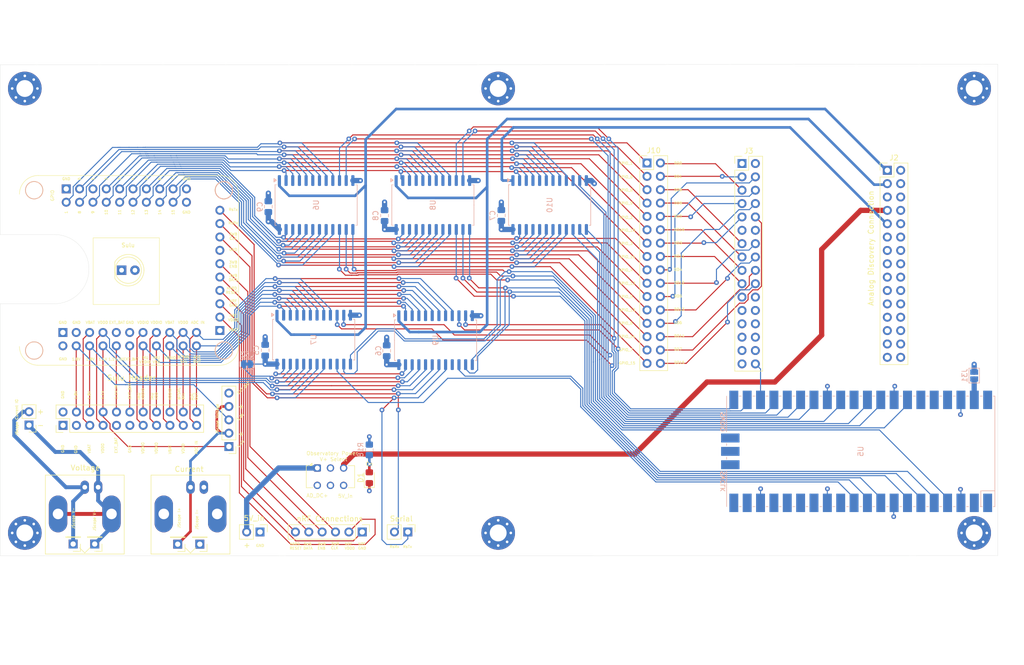
<source format=kicad_pcb>
(kicad_pcb (version 20241229) (generator "pcbnew") (generator_version "9.0")
  (title_block (title "SCuM Observatory") (date "2025-04-10") (rev "2.1") (company "West Lab"))
  (layers (0 "F.Cu" signal "Front") (4 "In1.Cu" signal) (6 "In2.Cu" signal) (2 "B.Cu" signal "Back") (13 "F.Paste" user) (15 "B.Paste" user) (5 "F.SilkS" user "F.Silkscreen") (7 "B.SilkS" user "B.Silkscreen") (1 "F.Mask" user) (3 "B.Mask" user) (25 "Edge.Cuts" user))
  (net 0 "")
  (net 1 "AD_Scope1+")
  (net 2 "AD_DIO_9")
  (net 3 "Trig1")
  (net 4 "AD_DIO_3")
  (net 5 "AD_DIO_14")
  (net 6 "AD_DIO_0")
  (net 7 "Trig2")
  (net 8 "AD_DIO_10")
  (net 9 "AD_DC_Supply-")
  (net 10 "AD_Scope2+")
  (net 11 "AD_DIO_6")
  (net 12 "AD_DIO_7")
  (net 13 "AD_DIO_4")
  (net 14 "AD_WaveGen2")
  (net 15 "AD_DIO_2")
  (net 16 "AD_DIO_13")
  (net 17 "AD_WaveGen1")
  (net 18 "AD_DIO_15")
  (net 19 "Scope 1 Mux ~EN_A")
  (net 20 "AD_DIO_1")
  (net 21 "AD_DIO_8")
  (net 22 "AD_DIO_11")
  (net 23 "AD_DIO_12")
  (net 24 "AD_DIO_5")
  (net 25 "DD_DIN_1")
  (net 26 "DD_DIN_22")
  (net 27 "DD_DIN_16")
  (net 28 "DD_DIN_19")
  (net 29 "DD_DIN_20")
  (net 30 "DD_DIN_14")
  (net 31 "DD_DIN_18")
  (net 32 "DD_DIN_3")
  (net 33 "DD_DIN_8")
  (net 34 "DD_DIN_17")
  (net 35 "DD_DIN_7")
  (net 36 "DD_DIN_10")
  (net 37 "DD_DIN_13")
  (net 38 "DD_DIN_15")
  (net 39 "DD_DIN_6")
  (net 40 "DD_DIN_4")
  (net 41 "DD_DIN_0")
  (net 42 "DD_DIN_9")
  (net 43 "DD_DIN_11")
  (net 44 "DD_DIN_12")
  (net 45 "DD_DIN_2")
  (net 46 "DD_DIN_21")
  (net 47 "DD_DIN_5")
  (net 48 "DD_DIN_23")
  (net 49 "JS_V+")
  (net 50 "JS_I+")
  (net 51 "JS_I-")
  (net 53 "Scope 1 Mux  1")
  (net 54 "Scope 1 Mux  13")
  (net 55 "Scope 1 Mux  3")
  (net 56 "Scope 1 Mux  5")
  (net 57 "Scope 1 Mux  10")
  (net 58 "Scope 1 Mux  15")
  (net 59 "Scope 1 Mux  11")
  (net 60 "Scope 1 Mux  6")
  (net 61 "Scope 1 Mux  2")
  (net 62 "Scope 1 Mux  8")
  (net 63 "Scope 1 Mux  9")
  (net 64 "Scope 1 Mux  4")
  (net 65 "Scope 1 Mux  14")
  (net 66 "Scope 1 Mux  12")
  (net 67 "Scope 1 Mux  7")
  (net 68 "Scope 1 Mux  16")
  (net 69 "Net-(J11-Pin_2)")
  (net 70 "Net-(J11-Pin_6)")
  (net 71 "Net-(J11-Pin_4)")
  (net 72 "Net-(J11-Pin_5)")
  (net 73 "Net-(J11-Pin_3)")
  (net 74 "Scope 1 Mux  27")
  (net 75 "Scope 1 Mux  28")
  (net 76 "Scope 1 Mux  21")
  (net 77 "Scope 1 Mux  29")
  (net 78 "Scope 1 Mux  25")
  (net 79 "Scope 1 Mux  17")
  (net 80 "Scope 1 Mux  23")
  (net 81 "Scope 1 Mux  18")
  (net 82 "Scope 1 Mux  24")
  (net 83 "Scope 1 Mux  19")
  (net 84 "Scope 1 Mux  22")
  (net 85 "Scope 1 Mux  20")
  (net 86 "Scope 1 Mux  26")
  (net 87 "Scope 1 Mux  31")
  (net 88 "Scope 1 Mux  30")
  (net 91 "Scope 1 Mux Control 0")
  (net 92 "Scope 1 Mux ~EN_B")
  (net 93 "Scope 1 Mux Control 2")
  (net 94 "Scope 1 Mux Control 3")
  (net 95 "Scope 2 Mux ~EN_A")
  (net 96 "Scope 2 Mux ~EN_B")
  (net 97 "Scope 1 Mux Control 1")
  (net 99 "WaveGen. Mux Control 3")
  (net 100 "WaveGen. Mux Control 1")
  (net 101 "WaveGen. Mux Control 0")
  (net 102 "WaveGen. Mux Control 2")
  (net 103 "Scope 2 Mux Control 2")
  (net 104 "Scope 2 Mux Control 0")
  (net 105 "Scope 2 Mux Control 1")
  (net 106 "Scope 2 Mux Control 3")
  (net 116 "AD_Scope1-")
  (net 117 "Net-(J31-Pin_2)")
  (net 118 "Net-(J11-Pin_1)")
  (net 119 "WaveGen. 1 Mux ~EN")
  (net 120 "Net-(D1-A)")
  (net 123 "AD_DC_Supply+")
  (net 132 "Net-(J12-Pin_15)")
  (net 133 "Net-(J12-Pin_5)")
  (net 134 "Net-(J12-Pin_4)")
  (net 135 "Net-(J12-Pin_13)")
  (net 136 "Net-(J12-Pin_10)")
  (net 137 "Net-(J24-Pin_1)")
  (net 138 "+5V")
  (footprint "Button_Switch_THT:SW_CK_JS202011CQN_DPDT_Straight" (layer "F.Cu") (at 128.61 121.155)
    (property "Reference" "J24" (hide yes))
    (property "Value" "Observatory PWR" (hide yes))
  )
  (footprint "Connector_Coaxial:BNC_Amphenol_B6252HB-NPP3G-50_Horizontal" (layer "F.Cu") (at 104.5 124.807999 180)
    (property "Reference" "J33" (hide yes))
    (property "Value" "Conn_Coaxial_Small" (hide yes))
  )
  (footprint "MountingHole:MountingHole_3.2mm_M3_Pad_Via" (layer "F.Cu") (at 163 49)
    (property "Reference" "J36" (hide yes))
    (property "Value" "Mounting Hole" (hide yes))
  )
  (footprint "Connector_PinHeader_2.54mm:PinHeader_2x16_P2.54mm_Vertical" (layer "F.Cu") (at 191.3 63.16)
    (property "Reference" "J10")
    (property "Value" "Dio_Jump")
  )
  (footprint "Connector_PinHeader_2.54mm:PinHeader_1x06_P2.54mm_Vertical" (layer "F.Cu") (at 137.15 133.315 -90)
    (property "Reference" "J11" (hide yes))
    (property "Value" "nRF Connections")
  )
  (footprint "Connector_PinHeader_2.54mm:PinHeader_1x05_P2.54mm_Vertical" (layer "F.Cu") (at 111.8 117.075 180)
    (property "Reference" "J16" (hide yes))
    (property "Value" "JScope Voltage")
  )
  (footprint "Connector_PinHeader_2.54mm:PinHeader_1x01_P2.54mm_Vertical" (layer "F.Cu") (at 82.19 135.607999 180)
    (property "Reference" "J34" (hide yes))
    (property "Value" "JScope  I+" (hide yes))
  )
  (footprint "Connector_PinHeader_2.54mm:PinHeader_1x01_P2.54mm_Vertical" (layer "F.Cu") (at 106.27 135.637999 180)
    (property "Reference" "J25" (hide yes))
    (property "Value" "JScope V-" (hide yes))
  )
  (footprint "Connector_PinHeader_2.54mm:PinHeader_2x11_P2.54mm_Vertical" (layer "F.Cu") (at 80.27 113.044 90)
    (property "Reference" "J12" (hide yes))
    (property "Value" "Sulu Header")
  )
  (footprint "MountingHole:MountingHole_3.2mm_M3_Pad_Via" (layer "F.Cu") (at 253.5 133.5)
    (property "Reference" "J23" (hide yes))
    (property "Value" "Mounting Hole" (hide yes))
  )
  (footprint "Connector_PinHeader_2.54mm:PinHeader_2x15_P2.54mm_Vertical" (layer "F.Cu") (at 236.985 64.55)
    (property "Reference" "J2")
    (property "Value" "Analog Discovery Connection")
  )
  (footprint "LED_SMD:LED_0805_2012Metric_Pad1.15x1.40mm_HandSolder" (layer "F.Cu") (at 138.5 123 90)
    (property "Reference" "D1")
    (property "Value" "LED" (hide yes))
  )
  (footprint "Connector_PinHeader_2.54mm:PinHeader_1x02_P2.54mm_Vertical" (layer "F.Cu") (at 73.8 113 180)
    (property "Reference" "J8" (hide yes))
    (property "Value" "JScope Current IO")
  )
  (footprint "Connector_PinHeader_2.54mm:PinHeader_1x02_P2.54mm_Vertical" (layer "F.Cu") (at 117.72 133.315 -90)
    (property "Reference" "J9" (hide yes))
    (property "Value" "5V_in")
  )
  (footprint "MountingHole:MountingHole_3.2mm_M3_Pad_Via" (layer "F.Cu") (at 253.5 49)
    (property "Reference" "J22" (hide yes))
    (property "Value" "Mounting Hole" (hide yes))
  )
  (footprint "Connector_PinHeader_2.54mm:PinHeader_2x16_P2.54mm_Vertical" (layer "F.Cu") (at 209.36 63.26)
    (property "Reference" "J3")
    (property "Value" "Digitial Discovery Connection Center")
  )
  (footprint "MountingHole:MountingHole_3.2mm_M3_Pad_Via" (layer "F.Cu") (at 163 133.5)
    (property "Reference" "J37" (hide yes))
    (property "Value" "Mounting Hole" (hide yes))
  )
  (footprint "Connector_PinHeader_2.54mm:PinHeader_1x01_P2.54mm_Vertical" (layer "F.Cu") (at 86.29 135.607999 180)
    (property "Reference" "J35" (hide yes))
    (property "Value" "JScope I-" (hide yes))
  )
  (footprint "3rdPrty_Footprints:SuLu_Foot" (layer "F.Cu") (at 92.638 83.644)
    (property "Reference" "U1" (hide yes))
    (property "Value" "1" (hide yes))
  )
  (footprint "Connector_Coaxial:BNC_Amphenol_B6252HB-NPP3G-50_Horizontal" (layer "F.Cu") (at 84.4 124.807999 180)
    (property "Reference" "J30" (hide yes))
    (property "Value" "Conn_Coaxial_Small" (hide yes))
  )
  (footprint "MountingHole:MountingHole_3.2mm_M3_Pad_Via" (layer "F.Cu") (at 73 133.5 90)
    (property "Reference" "J20" (hide yes))
    (property "Value" "Mounting Hole" (hide yes))
  )
  (footprint "Connector_PinHeader_2.54mm:PinHeader_1x02_P2.54mm_Vertical" (layer "F.Cu") (at 145.82 133.315 -90)
    (property "Reference" "J13" (hide yes))
    (property "Value" "Serial")
  )
  (footprint "MountingHole:MountingHole_3.2mm_M3_Pad_Via" (layer "F.Cu") (at 73 49 -90)
    (property "Reference" "J21" (hide yes))
    (property "Value" "Mounting Hole" (hide yes))
  )
  (footprint "Connector_PinHeader_2.54mm:PinHeader_1x01_P2.54mm_Vertical" (layer "F.Cu") (at 102.07 135.637999 180)
    (property "Reference" "J1" (hide yes))
    (property "Value" "JScope V+" (hide yes))
  )
  (footprint "Jumper:SolderJumper-2_P1.3mm_Open_Pad1.0x1.5mm" (layer "B.Cu") (at 253.5 103.58 -90)
    (property "Reference" "J31")
    (property "Value" "Jumper")
  )
  (footprint "Package_SO:SOIC-24W_7.5x15.4mm_P1.27mm" (layer "B.Cu") (at 127.925 96.75 -90)
    (property "Reference" "U7")
    (property "Value" "CD74HC4067M")
  )
  (footprint "Package_SO:SOIC-24W_7.5x15.4mm_P1.27mm" (layer "B.Cu") (at 172.785 71.15 -90)
    (property "Reference" "U10")
    (property "Value" "CD74HC4067M")
  )
  (footprint "Jumper:SolderJumper-2_P1.3mm_Bridged_RoundedPad1.0x1.5mm" (layer "B.Cu") (at 115.25 101.4 180)
    (property "Reference" "J32")
    (property "Value" "Jumper")
  )
  (footprint "Capacitor_SMD:C_0805_2012Metric_Pad1.18x1.45mm_HandSolder" (layer "B.Cu") (at 141.4 73.1625 90)
    (property "Reference" "C8")
    (property "Value" "C")
  )
  (footprint "3rdPrty_Footprints:RPi_Pico_SMD_TH" (layer "B.Cu") (at 231.93 117.99 90)
    (property "Reference" "U5")
    (property "Value" "Pico" (hide yes))
  )
  (footprint "Capacitor_SMD:C_0805_2012Metric_Pad1.18x1.45mm_HandSolder" (layer "B.Cu") (at 119.3 71.4625 90)
    (property "Reference" "C9")
    (property "Value" "C")
  )
  (footprint "Resistor_SMD:R_0805_2012Metric_Pad1.20x1.40mm_HandSolder" (layer "B.Cu") (at 138.5 117.7 -90)
    (property "Reference" "R18")
    (property "Value" "R")
  )
  (footprint "Capacitor_SMD:C_0805_2012Metric_Pad1.18x1.45mm_HandSolder" (layer "B.Cu") (at 163.6 73.1375 90)
    (property "Reference" "C7")
    (property "Value" "C")
  )
  (footprint "Capacitor_SMD:C_0805_2012Metric_Pad1.18x1.45mm_HandSolder" (layer "B.Cu") (at 141.8 98.8625 90)
    (property "Reference" "C6")
    (property "Value" "C")
  )
  (footprint "Package_SO:SOIC-24W_7.5x15.4mm_P1.27mm" (layer "B.Cu") (at 150.585 71.15 -90)
    (property "Reference" "U8")
    (property "Value" "CD74HC4067M")
  )
  (footprint "Package_SO:SOIC-24W_7.5x15.4mm_P1.27mm" (layer "B.Cu") (at 151.095 96.85 -90)
    (property "Reference" "U9")
    (property "Value" "CD74HC4067M")
  )
  (footprint "Package_SO:SOIC-24W_7.5x15.4mm_P1.27mm" (layer "B.Cu") (at 128.385 71.15 -90)
    (property "Reference" "U6")
    (property "Value" "CD74HC4067M")
  )
  (footprint "Capacitor_SMD:C_0805_2012Metric_Pad1.18x1.45mm_HandSolder" (layer "B.Cu") (at 118.7 98.7625 90)
    (property "Reference" "C5")
    (property "Value" "C")
  )
  (gr_arc (start 78.638 76.767) (mid 85.214473 83.343473) (end 78.638 89.919946) (stroke (width 0.0381)) (layer "Edge.Cuts"))
  (gr_line (start 258 44.4) (end 68.3 44.5) (stroke (width 0.0381)) (layer "Edge.Cuts"))
  (gr_line (start 68.3 137.817) (end 68.3 89.919946) (stroke (width 0.0381)) (layer "Edge.Cuts"))
  (gr_line (start 78.638 89.919946) (end 68.3 89.919946) (stroke (width 0.0381)) (layer "Edge.Cuts"))
  (gr_line (start 258 137.797028) (end 258 44.4) (stroke (width 0.0381)) (layer "Edge.Cuts"))
  (gr_line (start 78.638 76.767) (end 68.3 76.767) (stroke (width 0.0381)) (layer "Edge.Cuts"))
  (gr_line (start 68.3 137.817) (end 258 137.797028) (stroke (width 0.0381)) (layer "Edge.Cuts"))
  (gr_line (start 68.3 76.767) (end 68.3 44.5) (stroke (width 0.0381)) (layer "Edge.Cuts"))
  (gr_text "NRF\nVDDD" (at 133.75 136.7 0) (layer "F.SilkS") (effects (font (size 0.5 0.5) (thickness 0.1)) (justify left bottom)))
  (gr_text "1.1V_IN" (at 90.65 108.137999 90) (layer "F.SilkS") (effects (font (size 0.5 0.5) (thickness 0.1)) (justify left bottom)))
  (gr_text "3WB\nCLK" (at 131.15 136.65 0) (layer "F.SilkS") (effects (font (size 0.5 0.5) (thickness 0.1)) (justify left bottom)))
  (gr_text "JScope I+" (at 102.615 132.642 90) (layer "F.SilkS") (effects (font (size 0.5 0.5) (thickness 0.1) (bold yes)) (justify left bottom)))
  (gr_text "DD10" (at 196.4 76.133333 0) (layer "F.SilkS") (effects (font (size 0.5 0.5) (thickness 0.1)) (justify left bottom)))
  (gr_text "1.1V" (at 113.65 117.343999 45) (layer "F.SilkS") (effects (font (size 0.5 0.5) (thickness 0.1)) (justify left bottom)))
  (gr_text "GPIO_13" (at 185.9 91.393333 0) (layer "F.SilkS") (effects (font (size 0.5 0.5) (thickness 0.1)) (justify left bottom)))
  (gr_text "3WB\nDATA" (at 125.9 136.7 0) (layer "F.SilkS") (effects (font (size 0.5 0.5) (thickness 0.1)) (justify left bottom)))
  (gr_text "GND" (at 83 118.435617 90) (layer "F.SilkS") (effects (font (size 0.5 0.5) (thickness 0.1)) (justify left bottom)))
  (gr_text "+" (at 114.1 109.443999 0) (layer "F.SilkS") (effects (font (size 1 1))))
  (gr_text "ADC\nOUT" (at 105.9 108.312999 90) (layer "F.SilkS") (effects (font (size 0.5 0.5) (thickness 0.1)) (justify left bottom)))
  (gr_text "JScope V+" (at 86.535 133.187 90) (layer "F.SilkS") (effects (font (size 0.5 0.5) (thickness 0.1) (bold yes)) (justify left bottom)))
  (gr_text "DD12" (at 196.4 86.24 0) (layer "F.SilkS") (effects (font (size 0.5 0.5) (thickness 0.1)) (justify left bottom)))
  (gr_text "DD13" (at 196.4 91.293333 0) (layer "F.SilkS") (effects (font (size 0.5 0.5) (thickness 0.1)) (justify left bottom)))
  (gr_text "DD11" (at 196.4 81.186667 0) (layer "F.SilkS") (effects (font (size 0.5 0.5) (thickness 0.1)) (justify left bottom)))
  (gr_text "EXT_BAT" (at 90.65 118.412999 90) (layer "F.SilkS") (effects (font (size 0.5 0.5) (thickness 0.1)) (justify left bottom)))
  (gr_text "Current" (at 104.24 121.367 0) (layer "F.SilkS") (effects (font (size 1 1))))
  (gr_text "JScope I-" (at 105.99 132.917 90) (layer "F.SilkS") (effects (font (size 0.5 0.5) (thickness 0.1) (bold yes)) (justify left bottom)))
  (gr_text "VDDIO" (at 98.3 118.537999 90) (layer "F.SilkS") (effects (font (size 0.5 0.5) (thickness 0.1)) (justify left bottom)))
  (gr_text "GPIO_8" (at 185.9 68.6 0) (layer "F.SilkS") (effects (font (size 0.5 0.5) (thickness 0.1)) (justify left bottom)))
  (gr_text "GPIO_2" (at 185.9 73.8 0) (layer "F.SilkS") (effects (font (size 0.5 0.5) (thickness 0.1)) (justify left bottom)))
  (gr_text "DD14" (at 196.4 96.346667 0) (layer "F.SilkS") (effects (font (size 0.5 0.5) (thickness 0.1)) (justify left bottom)))
  (gr_text "GPIO_4" (at 185.9 83.813333 0) (layer "F.SilkS") (effects (font (size 0.5 0.5) (thickness 0.1)) (justify left bottom)))
  (gr_text "VDDIO" (at 95.75 118.512999 90) (layer "F.SilkS") (effects (font (size 0.5 0.5) (thickness 0.1)) (justify left bottom)))
  (gr_text "DD2" (at 196.4 73.606667 0) (layer "F.SilkS") (effects (font (size 0.5 0.5) (thickness 0.1)) (justify left bottom)))
  (gr_text "RsRx" (at 142.3 136.4 0) (layer "F.SilkS") (effects (font (size 0.5 0.5) (thickness 0.1)) (justify left bottom)))
  (gr_text "GPIO_3" (at 185.9 78.76 0) (layer "F.SilkS") (effects (font (size 0.5 0.5) (thickness 0.1)) (justify left bottom)))
  (gr_text "GPIO_6" (at 185.9 93.92 0) (layer "F.SilkS") (effects (font (size 0.5 0.5) (thickness 0.1)) (justify left bottom)))
  (gr_text "DD15" (at 196.4 101.4 0) (layer "F.SilkS") (effects (font (size 0.5 0.5) (thickness 0.1)) (justify left bottom)))
  (gr_text "GPIO_15" (at 185.9 101.5 0) (layer "F.SilkS") (effects (font (size 0.5 0.5) (thickness 0.1)) (justify left bottom)))
  (gr_text "Voltage" (at 84.49 121.117 0) (layer "F.SilkS") (effects (font (size 1 1))))
  (gr_text "JScope V-" (at 82.535 132.787 90) (layer "F.SilkS") (effects (font (size 0.5 0.5) (thickness 0.1) (bold yes)) (justify left bottom)))
  (gr_text "GPIO_9" (at 185.9 71.1 0) (layer "F.SilkS") (effects (font (size 0.5 0.5) (thickness 0.1)) (justify left bottom)))
  (gr_text "GPIO_0" (at 185.9 66.1 0) (layer "F.SilkS") (effects (font (size 0.5 0.5) (thickness 0.1)) (justify left bottom)))
  (gr_text "DD0" (at 196.4 63.5 0) (layer "F.SilkS") (effects (font (size 0.5 0.5) (thickness 0.1)) (justify left bottom)))
  (gr_text "\nAD_DC+" (at 128.6 126.8 0) (layer "F.SilkS") (effects (font (size 0.7 0.7) (thickness 0.1)) (justify bottom)))
  (gr_text "IMU\nVDD" (at 98.3 108.262999 90) (layer "F.SilkS") (effects (font (size 0.5 0.5) (thickness 0.1)) (justify left bottom)))
  (gr_text "+" (at 115.3 135.9 270) (layer "F.SilkS") (effects (font (size 1 1))))
  (gr_text "DD7" (at 196.4 98.873333 0) (layer "F.SilkS") (effects (font (size 0.5 0.5) (thickness 0.1)) (justify left bottom)))
  (gr_text "+" (at 76 110.418999 0) (layer "F.SilkS") (effects (font (size 1 1))))
  (gr_text "DD1" (at 196.4 66.026667 0) (layer "F.SilkS") (effects (font (size 0.5 0.5) (thickness 0.1)) (justify left bottom)))
  (gr_text "HARD\nRESET" (at 123.3 136.7 0) (layer "F.SilkS") (effects (font (size 0.5 0.5) (thickness 0.1)) (justify left bottom)))
  (gr_text "VBAT" (at 100.9 118.562999 90) (layer "F.SilkS") (effects (font (size 0.5 0.5) (thickness 0.1)) (justify left bottom)))
  (gr_text "GPIO_11" (at 185.9 81.286667 0) (layer "F.SilkS") (effects (font (size 0.5 0.5) (thickness 0.1)) (justify left bottom)))
  (gr_text "DD9" (at 196.4 71.08 0) (layer "F.SilkS") (effects (font (size 0.5 0.5) (thickness 0.1)) (justify left bottom)))
  (gr_text "+" (at 114.1 114.643999 0) (layer "F.SilkS") (effects (font (size 1 1))))
  (gr_text "5V_in" (at 133.95 126.9 0) (layer "F.SilkS") (effects (font (size 0.7 0.7) (thickness 0.1)) (justify bottom)))
  (gr_text "Observatory Power \nV+ Select" (at 131.7 119.9 0) (layer "F.SilkS") (effects (font (size 0.7 0.7) (thickness 0.1)) (justify bottom)))
  (gr_text "GND" (at 116.9 136.2 0) (layer "F.SilkS") (effects (font (size 0.5 0.5) (thickness 0.1)) (justify left bottom)))
  (gr_text "EXT_BAT" (at 93.25 108.087999 90) (layer "F.SilkS") (effects (font (size 0.5 0.5) (thickness 0.1)) (justify left bottom)))
  (gr_text "DD6" (at 196.4 93.82 0) (layer "F.SilkS") (effects (font (size 0.5 0.5) (thickness 0.1)) (justify left bottom)))
  (gr_text "NRF\nGND" (at 136.3 136.7 0) (layer "F.SilkS") (effects (font (size 0.5 0.5) (thickness 0.1)) (justify left bottom)))
  (gr_text "GPIO_7" (at 185.9 98.973333 0) (layer "F.SilkS") (effects (font (size 0.5 0.5) (thickness 0.1)) (justify left bottom)))
  (gr_text "1.8V" (at 83 108.160617 90) (layer "F.SilkS") (effects (font (size 0.5 0.5) (thickness 0.1)) (justify left bottom)))
  (gr_text "GND" (at 80.5 118.337999 90) (layer "F.SilkS") (effects (font (size 0.5 0.5) (thickness 0.1)) (justify left bottom)))
  (gr_text "VDDIO" (at 100.9 108.287999 90) (layer "F.SilkS") (effects (font (size 0.5 0.5) (thickness 0.1)) (justify left bottom)))
  (gr_text "GND" (at 80.5 108.062999 90) (layer "F.SilkS") (effects (font (size 0.5 0.5) (thickness 0.1)) (justify left bottom)))
  (gr_text "GPIO_14" (at 185.9 96.446667 0) (layer "F.SilkS") (effects (font (size 0.5 0.5) (thickness 0.1)) (justify left bottom)))
  (gr_text "RsTx" (at 144.85 136.4 0) (layer "F.SilkS") (effects (font (size 0.5 0.5) (thickness 0.1)) (justify left bottom)))
  (gr_text "VDDD" (at 88.1 118.437999 90) (layer "F.SilkS") (effects (font (size 0.5 0.5) (thickness 0.1)) (justify left bottom)))
  (gr_text "ADC IN" (at 105.9 118.587999 90) (layer "F.SilkS") (effects (font (size 0.5 0.5) (thickness 0.1)) (justify left bottom)))
  (gr_text "GND" (at 93.25 118.362999 90) (layer "F.SilkS") (effects (font (size 0.5 0.5) (thickness 0.1)) (justify left bottom)))
  (gr_text "DD4\n" (at 196.4 83.713333 0) (layer "F.SilkS") (effects (font (size 0.5 0.5) (thickness 0.1)) (justify left bottom)))
  (gr_text "VBAT" (at 85.55 118.462999 90) (layer "F.SilkS") (effects (font (size 0.5 0.5) (thickness 0.1)) (justify left bottom)))
  (gr_text "-" (at 76 113.018999 0) (layer "F.SilkS") (effects (font (size 1 1))))
  (gr_text "DD8" (at 196.4 68.553333 0) (layer "F.SilkS") (effects (font (size 0.5 0.5) (thickness 0.1)) (justify left bottom)))
  (gr_text "1.1V" (at 88.1 108.162999 90) (layer "F.SilkS") (effects (font (size 0.5 0.5) (thickness 0.1)) (justify left bottom)))
  (gr_text "BTSRC\nSEL" (at 103.4 108.212999 90) (layer "F.SilkS") (effects (font (size 0.5 0.5) (thickness 0.1)) (justify left bottom)))
  (gr_text "1.8V" (at 85.55 108.187999 90) (layer "F.SilkS") (effects (font (size 0.5 0.5) (thickness 0.1)) (justify left bottom)))
  (gr_text "On" (at 138.5 120.8 0) (layer "F.SilkS") (effects (font (size 0.7 0.7) (thickness 0.1)) (justify bottom)))
  (gr_text "DD3" (at 196.4 78.66 0) (layer "F.SilkS") (effects (font (size 0.5 0.5) (thickness 0.1)) (justify left bottom)))
  (gr_text "DD5" (at 196.4 88.766667 0) (layer "F.SilkS") (effects (font (size 0.5 0.5) (thickness 0.1)) (justify left bottom)))
  (gr_text "GPIO_1" (at 185.9 63.5 0) (layer "F.SilkS") (effects (font (size 0.5 0.5) (thickness 0.1)) (justify left bottom)))
  (gr_text "1.8V" (at 113.6 112.243999 45) (layer "F.SilkS") (effects (font (size 0.5 0.5) (thickness 0.1)) (justify left bottom)))
  (gr_text "GPIO_10" (at 185.9 76.233333 0) (layer "F.SilkS") (effects (font (size 0.5 0.5) (thickness 0.1)) (justify left bottom)))
  (gr_text "VDDD" (at 103.4 118.487999 90) (layer "F.SilkS") (effects (font (size 0.5 0.5) (thickness 0.1)) (justify left bottom)))
  (gr_text "GPIO_12" (at 185.9 86.34 0) (layer "F.SilkS") (effects (font (size 0.5 0.5) (thickness 0.1)) (justify left bottom)))
  (gr_text "IMU\nVDDIO" (at 95.75 108.237999 90) (layer "F.SilkS") (effects (font (size 0.5 0.5) (thickness 0.1)) (justify left bottom)))
  (gr_text "EXT_BAT" (at 113.7 107.243999 45) (layer "F.SilkS") (effects (font (size 0.5 0.5) (thickness 0.1)) (justify left bottom)))
  (gr_text "GPIO_5" (at 185.9 88.866667 0) (layer "F.SilkS") (effects (font (size 0.5 0.5) (thickness 0.1)) (justify left bottom)))
  (gr_text "3WB\nENB" (at 128.6 136.7 0) (layer "F.SilkS") (effects (font (size 0.5 0.5) (thickness 0.1)) (justify left bottom)))
  (segment (start 137.8 67.4) (end 137.8 58.7) (width 0.5) (layer "B.Cu") (net 1))
  (segment (start 123.615001 95.8) (end 124.2 95.8) (width 0.5) (layer "B.Cu") (net 1))
  (segment (start 137.8 67.4) (end 135.8 69.4) (width 0.5) (layer "B.Cu") (net 1))
  (segment (start 137.8 58.7) (end 143.6 52.9) (width 0.5) (layer "B.Cu") (net 1))
  (segment (start 136.4 95.8) (end 137.8 94.4) (width 0.5) (layer "B.Cu") (net 1))
  (segment (start 120.94 92.1) (end 120.94 93.124999) (width 0.5) (layer "B.Cu") (net 1))
  (segment (start 120.94 93.124999) (end 123.615001 95.8) (width 0.5) (layer "B.Cu") (net 1))
  (segment (start 137.8 94.4) (end 137.8 67.4) (width 0.5) (layer "B.Cu") (net 1))
  (segment (start 124.2 95.8) (end 136.4 95.8) (width 0.5) (layer "B.Cu") (net 1))
  (segment (start 121.4 67.524999) (end 121.4 66.5) (width 0.5) (layer "B.Cu") (net 1))
  (segment (start 143.6 52.9) (end 225.16 52.9) (width 0.5) (layer "B.Cu") (net 1))
  (segment (start 135.8 69.4) (end 123.275001 69.4) (width 0.5) (layer "B.Cu") (net 1))
  (segment (start 225.16 52.9) (end 237 64.74) (width 0.5) (layer "B.Cu") (net 1))
  (segment (start 123.275001 69.4) (end 121.4 67.524999) (width 0.5) (layer "B.Cu") (net 1))
  (segment (start 145.875001 69.8) (end 143.6 67.524999) (width 0.5) (layer "B.Cu") (net 10))
  (segment (start 146.185001 95.3) (end 147.9 95.3) (width 0.5) (layer "B.Cu") (net 10))
  (segment (start 234.48 67.28) (end 237 67.28) (width 0.5) (layer "B.Cu") (net 10))
  (segment (start 222 54.8) (end 234.48 67.28) (width 0.5) (layer "B.Cu") (net 10))
  (segment (start 160.6 94.2) (end 160.9 93.9) (width 0.5) (layer "B.Cu") (net 10))
  (segment (start 164.7 54.8) (end 222 54.8) (width 0.5) (layer "B.Cu") (net 10))
  (segment (start 159.5 95.3) (end 160.6 94.2) (width 0.5) (layer "B.Cu") (net 10))
  (segment (start 144.11 93.224999) (end 146.185001 95.3) (width 0.5) (layer "B.Cu") (net 10))
  (segment (start 160.9 58.6) (end 164.7 54.8) (width 0.5) (layer "B.Cu") (net 10))
  (segment (start 144.11 92.2) (end 144.11 93.224999) (width 0.5) (layer "B.Cu") (net 10))
  (segment (start 158.8 69.8) (end 145.875001 69.8) (width 0.5) (layer "B.Cu") (net 10))
  (segment (start 143.6 67.524999) (end 143.6 66.5) (width 0.5) (layer "B.Cu") (net 10))
  (segment (start 160.9 93.9) (end 160.9 67.7) (width 0.5) (layer "B.Cu") (net 10))
  (segment (start 160.9 67.7) (end 160.9 58.6) (width 0.5) (layer "B.Cu") (net 10))
  (segment (start 160.9 67.7) (end 158.8 69.8) (width 0.5) (layer "B.Cu") (net 10))
  (segment (start 147.9 95.3) (end 159.5 95.3) (width 0.5) (layer "B.Cu") (net 10))
  (segment (start 218.5 56.4) (end 237 74.9) (width 0.5) (layer "B.Cu") (net 17))
  (segment (start 163.7 66.3) (end 163.7 58.6) (width 0.5) (layer "B.Cu") (net 17))
  (segment (start 163.7 58.6) (end 165.9 56.4) (width 0.5) (layer "B.Cu") (net 17))
  (segment (start 165.8 66.5) (end 163.9 66.5) (width 0.5) (layer "B.Cu") (net 17))
  (segment (start 163.9 66.5) (end 163.7 66.3) (width 0.5) (layer "B.Cu") (net 17))
  (segment (start 165.9 56.4) (end 218.5 56.4) (width 0.5) (layer "B.Cu") (net 17))
  (segment (start 136.3661 84.501) (end 136.078175 84.501) (width 0.2) (layer "F.Cu") (net 19))
  (segment (start 162.697708 85.4) (end 161.599708 84.302) (width 0.2) (layer "F.Cu") (net 19))
  (segment (start 135.122825 84.502) (end 135.121825 84.501) (width 0.2) (layer "F.Cu") (net 19))
  (segment (start 136.452999 84.414101) (end 136.3661 84.501) (width 0.2) (layer "F.Cu") (net 19))
  (segment (start 133.951 84.501) (end 132.8 83.35) (width 0.2) (layer "F.Cu") (net 19))
  (segment (start 143.956376 84.302) (end 143.844275 84.414101) (width 0.2) (layer "F.Cu") (net 19))
  (segment (start 143.844275 84.414101) (end 136.452999 84.414101) (width 0.2) (layer "F.Cu") (net 19))
  (segment (start 136.078175 84.501) (end 136.077175 84.502) (width 0.2) (layer "F.Cu") (net 19))
  (segment (start 164.8 85.4) (end 162.697708 85.4) (width 0.2) (layer "F.Cu") (net 19))
  (segment (start 136.077175 84.502) (end 135.122825 84.502) (width 0.2) (layer "F.Cu") (net 19))
  (segment (start 161.599708 84.302) (end 143.956376 84.302) (width 0.2) (layer "F.Cu") (net 19))
  (segment (start 135.121825 84.501) (end 133.951 84.501) (width 0.2) (layer "F.Cu") (net 19))
  (via (at 164.8 85.4) (size 0.9) (drill 0.4) (layers "F.Cu" "B.Cu") (net 19))
  (via (at 132.8 83.35) (size 0.9) (drill 0.4) (layers "F.Cu" "B.Cu") (net 19))
  (segment (start 240.82 121.8) (end 245.9 126.88) (width 0.2) (layer "B.Cu") (net 19))
  (segment (start 164.8 85.4) (end 165.487925 85.4) (width 0.2) (layer "B.Cu") (net 19))
  (segment (start 165.487925 85.4) (end 165.488925 85.401) (width 0.2) (layer "B.Cu") (net 19))
  (segment (start 180.691 92.491) (end 180.691 108.691) (width 0.2) (layer "B.Cu") (net 19))
  (segment (start 132.83 83.32) (end 132.8 83.35) (width 0.2) (layer "B.Cu") (net 19))
  (segment (start 173.6 85.4) (end 180.691 92.491) (width 0.2) (layer "B.Cu") (net 19))
  (segment (start 132.83 75.8) (end 132.83 83.32) (width 0.2) (layer "B.Cu") (net 19))
  (segment (start 180.691 108.691) (end 193.8 121.8) (width 0.2) (layer "B.Cu") (net 19))
  (segment (start 166.112075 85.4) (end 173.6 85.4) (width 0.2) (layer "B.Cu") (net 19))
  (segment (start 166.111075 85.401) (end 166.112075 85.4) (width 0.2) (layer "B.Cu") (net 19))
  (segment (start 193.8 121.8) (end 240.82 121.8) (width 0.2) (layer "B.Cu") (net 19))
  (segment (start 165.488925 85.401) (end 166.111075 85.401) (width 0.2) (layer "B.Cu") (net 19))
  (segment (start 193.98 63.3) (end 204.32 63.3) (width 0.2) (layer "F.Cu") (net 25))
  (segment (start 193.84 63.16) (end 193.98 63.3) (width 0.2) (layer "F.Cu") (net 25))
  (segment (start 204.32 63.3) (end 209.36 68.34) (width 0.2) (layer "F.Cu") (net 25))
  (segment (start 210.749 84.731) (end 211.9 83.58) (width 0.2) (layer "F.Cu") (net 30))
  (segment (start 209.83676 87.271) (end 210.749 86.35876) (width 0.2) (layer "F.Cu") (net 30))
  (segment (start 199.97424 96.18) (end 208.88324 87.271) (width 0.2) (layer "F.Cu") (net 30))
  (segment (start 208.88324 87.271) (end 209.83676 87.271) (width 0.2) (layer "F.Cu") (net 30))
  (segment (start 210.749 86.35876) (end 210.749 84.731) (width 0.2) (layer "F.Cu") (net 30))
  (segment (start 193.84 96.18) (end 199.97424 96.18) (width 0.2) (layer "F.Cu") (net 30))
  (segment (start 193.84 78.4) (end 202 78.4) (width 0.2) (layer "F.Cu") (net 32))
  (segment (start 202 78.4) (end 202.1 78.3) (width 0.2) (layer "F.Cu") (net 32))
  (via (at 202.1 78.3) (size 0.9) (drill 0.4) (layers "F.Cu" "B.Cu") (net 32))
  (segment (start 202.1 78.3) (end 204.48 78.3) (width 0.2) (layer "B.Cu") (net 32))
  (segment (start 204.48 78.3) (end 209.36 73.42) (width 0.2) (layer "B.Cu") (net 32))
  (segment (start 199.1 68.24) (end 209.36 78.5) (width 0.2) (layer "F.Cu") (net 33))
  (segment (start 193.84 68.24) (end 199.1 68.24) (width 0.2) (layer "F.Cu") (net 33))
  (segment (start 212.37676 87.271) (end 213.051 86.59676) (width 0.2) (layer "F.Cu") (net 35))
  (segment (start 213.051 74.571) (end 211.9 73.42) (width 0.2) (layer "F.Cu") (net 35))
  (segment (start 210.511 88.18324) (end 211.42324 87.271) (width 0.2) (layer "F.Cu") (net 35))
  (segment (start 210.511 89.13676) (end 210.511 88.18324) (width 0.2) (layer "F.Cu") (net 35))
  (segment (start 199.97424 98.72) (end 208.88324 89.811) (width 0.2) (layer "F.Cu") (net 35))
  (segment (start 209.83676 89.811) (end 210.511 89.13676) (width 0.2) (layer "F.Cu") (net 35))
  (segment (start 211.42324 87.271) (end 212.37676 87.271) (width 0.2) (layer "F.Cu") (net 35))
  (segment (start 213.051 86.59676) (end 213.051 74.571) (width 0.2) (layer "F.Cu") (net 35))
  (segment (start 208.88324 89.811) (end 209.83676 89.811) (width 0.2) (layer "F.Cu") (net 35))
  (segment (start 193.84 98.72) (end 199.97424 98.72) (width 0.2) (layer "F.Cu") (net 35))
  (segment (start 209.36 83.56) (end 209.36 83.58) (width 0.2) (layer "F.Cu") (net 36))
  (segment (start 193.84 75.86) (end 201.66 75.86) (width 0.2) (layer "F.Cu") (net 36))
  (segment (start 201.66 75.86) (end 209.36 83.56) (width 0.2) (layer "F.Cu") (net 36))
  (segment (start 200.6 91.1) (end 206.6 85.1) (width 0.2) (layer "F.Cu") (net 37))
  (segment (start 193.84 91.1) (end 200.6 91.1) (width 0.2) (layer "F.Cu") (net 37))
  (via (at 206.6 85.1) (size 0.9) (drill 0.4) (layers "F.Cu" "B.Cu") (net 37))
  (segment (start 209.12124 82.191) (end 210.749 82.191) (width 0.2) (layer "B.Cu") (net 37))
  (segment (start 206.6 84.71224) (end 209.12124 82.191) (width 0.2) (layer "B.Cu") (net 37))
  (segment (start 210.749 82.191) (end 211.9 81.04) (width 0.2) (layer "B.Cu") (net 37))
  (segment (start 206.6 85.1) (end 206.6 84.71224) (width 0.2) (layer "B.Cu") (net 37))
  (segment (start 193.84 101.26) (end 198.74 101.26) (width 0.2) (layer "F.Cu") (net 38))
  (segment (start 198.74 101.26) (end 206.6 93.4) (width 0.2) (layer "F.Cu") (net 38))
  (via (at 206.6 93.4) (size 0.9) (drill 0.4) (layers "F.Cu" "B.Cu") (net 38))
  (segment (start 210.749 87.271) (end 211.9 86.12) (width 0.2) (layer "B.Cu") (net 38))
  (segment (start 209.12124 87.271) (end 210.749 87.271) (width 0.2) (layer "B.Cu") (net 38))
  (segment (start 206.6 89.79224) (end 209.12124 87.271) (width 0.2) (layer "B.Cu") (net 38))
  (segment (start 206.6 93.4) (end 206.6 89.79224) (width 0.2) (layer "B.Cu") (net 38))
  (segment (start 196.36 93.64) (end 196.7 93.3) (width 0.2) (layer "F.Cu") (net 39))
  (segment (start 193.84 93.64) (end 196.36 93.64) (width 0.2) (layer "F.Cu") (net 39))
  (via (at 196.7 93.3) (size 0.9) (drill 0.4) (layers "F.Cu" "B.Cu") (net 39))
  (segment (start 197.8 80.3) (end 202.3 75.8) (width 0.2) (layer "B.Cu") (net 39))
  (segment (start 205.0071 75.8) (end 208.7761 72.031) (width 0.2) (layer "B.Cu") (net 39))
  (segment (start 196.7 93.3) (end 197.8 92.2) (width 0.2) (layer "B.Cu") (net 39))
  (segment (start 210.749 72.031) (end 211.9 70.88) (width 0.2) (layer "B.Cu") (net 39))
  (segment (start 197.8 92.2) (end 197.8 80.3) (width 0.2) (layer "B.Cu") (net 39))
  (segment (start 202.3 75.8) (end 205.0071 75.8) (width 0.2) (layer "B.Cu") (net 39))
  (segment (start 208.7761 72.031) (end 210.749 72.031) (width 0.2) (layer "B.Cu") (net 39))
  (segment (start 193.84 83.48) (end 195.52 83.48) (width 0.2) (layer "F.Cu") (net 40))
  (segment (start 195.52 83.48) (end 195.6 83.4) (width 0.2) (layer "F.Cu") (net 40))
  (via (at 195.6 83.4) (size 0.9) (drill 0.4) (layers "F.Cu" "B.Cu") (net 40))
  (segment (start 210.749 66.951) (end 211.9 65.8) (width 0.2) (layer "B.Cu") (net 40))
  (segment (start 195.6 83.4) (end 195.9 83.1) (width 0.2) (layer "B.Cu") (net 40))
  (segment (start 195.9 83.1) (end 195.9 69.9) (width 0.2) (layer "B.Cu") (net 40))
  (segment (start 198.849 66.951) (end 210.749 66.951) (width 0.2) (layer "B.Cu") (net 40))
  (segment (start 195.9 69.9) (end 198.849 66.951) (width 0.2) (layer "B.Cu") (net 40))
  (segment (start 193.84 65.7) (end 205.6 65.7) (width 0.2) (layer "F.Cu") (net 41))
  (via (at 205.6 65.7) (size 0.9) (drill 0.4) (layers "F.Cu" "B.Cu") (net 41))
  (segment (start 205.6 65.7) (end 206.1 65.7) (width 0.2) (layer "B.Cu") (net 41))
  (segment (start 206.2 65.8) (end 209.36 65.8) (width 0.2) (layer "B.Cu") (net 41))
  (segment (start 206.1 65.7) (end 206.2 65.8) (width 0.2) (layer "B.Cu") (net 41))
  (segment (start 209.34 81.04) (end 209.36 81.04) (width 0.2) (layer "F.Cu") (net 42))
  (segment (start 193.84 70.78) (end 199.08 70.78) (width 0.2) (layer "F.Cu") (net 42))
  (segment (start 199.08 70.78) (end 209.34 81.04) (width 0.2) (layer "F.Cu") (net 42))
  (segment (start 209.32 86.12) (end 209.36 86.12) (width 0.2) (layer "F.Cu") (net 43))
  (segment (start 193.84 80.94) (end 204.14 80.94) (width 0.2) (layer "F.Cu") (net 43))
  (segment (start 204.14 80.94) (end 209.32 86.12) (width 0.2) (layer "F.Cu") (net 43))
  (segment (start 204.38 86.02) (end 204.5 85.9) (width 0.2) (layer "F.Cu") (net 44))
  (segment (start 193.84 86.02) (end 204.38 86.02) (width 0.2) (layer "F.Cu") (net 44))
  (via (at 204.5 85.9) (size 0.9) (drill 0.4) (layers "F.Cu" "B.Cu") (net 44))
  (segment (start 208.16776 79.73224) (end 210.66776 79.73224) (width 0.2) (layer "B.Cu") (net 44))
  (segment (start 210.66776 79.73224) (end 211.9 78.5) (width 0.2) (layer "B.Cu") (net 44))
  (segment (start 204.5 83.4) (end 208.16776 79.73224) (width 0.2) (layer "B.Cu") (net 44))
  (segment (start 204.5 85.9) (end 204.5 83.4) (width 0.2) (layer "B.Cu") (net 44))
  (segment (start 199.52 73.32) (end 199.6 73.4) (width 0.2) (layer "F.Cu") (net 45))
  (segment (start 193.84 73.32) (end 199.52 73.32) (width 0.2) (layer "F.Cu") (net 45))
  (via (at 199.6 73.4) (size 0.9) (drill 0.4) (layers "F.Cu" "B.Cu") (net 45))
  (segment (start 202.12 70.88) (end 209.36 70.88) (width 0.2) (layer "B.Cu") (net 45))
  (segment (start 199.6 73.4) (end 202.12 70.88) (width 0.2) (layer "B.Cu") (net 45))
  (segment (start 193.84 88.56) (end 196.14 88.56) (width 0.2) (layer "F.Cu") (net 47))
  (segment (start 196.14 88.56) (end 196.2 88.5) (width 0.2) (layer "F.Cu") (net 47))
  (via (at 196.2 88.5) (size 0.9) (drill 0.4) (layers "F.Cu" "B.Cu") (net 47))
  (segment (start 196.6 73.5) (end 200.609 69.491) (width 0.2) (layer "B.Cu") (net 47))
  (segment (start 196.2 88.5) (end 196.6 88.1) (width 0.2) (layer "B.Cu") (net 47))
  (segment (start 200.609 69.491) (end 210.749 69.491) (width 0.2) (layer "B.Cu") (net 47))
  (segment (start 210.749 69.491) (end 211.9 68.34) (width 0.2) (layer "B.Cu") (net 47))
  (segment (start 196.6 88.1) (end 196.6 73.5) (width 0.2) (layer "B.Cu") (net 47))
  (segment (start 110.335 114.535) (end 109.5 113.7) (width 0.5) (layer "F.Cu") (net 49))
  (segment (start 109.5 110.4) (end 110.445 109.455) (width 0.5) (layer "F.Cu") (net 49))
  (segment (start 110.445 109.455) (end 111.8 109.455) (width 0.5) (layer "F.Cu") (net 49))
  (segment (start 104.5 133.207999) (end 104.5 124.807999) (width 0.5) (layer "F.Cu") (net 49))
  (segment (start 109.5 113.7) (end 109.5 110.4) (width 0.5) (layer "F.Cu") (net 49))
  (segment (start 111.8 114.535) (end 110.335 114.535) (width 0.5) (layer "F.Cu") (net 49))
  (segment (start 102.07 135.637999) (end 104.5 133.207999) (width 0.5) (layer "F.Cu") (net 49))
  (segment (start 109.765 114.535) (end 111.8 114.535) (width 0.5) (layer "B.Cu") (net 49))
  (segment (start 104.5 124.807999) (end 104.5 119.8) (width 0.5) (layer "B.Cu") (net 49))
  (segment (start 104.5 119.8) (end 109.765 114.535) (width 0.5) (layer "B.Cu") (net 49))
  (segment (start 84.4 124.807999) (end 84.4 125.3) (width 0.75) (layer "B.Cu") (net 50))
  (segment (start 72.64 110.46) (end 73.8 110.46) (width 0.75) (layer "B.Cu") (net 50))
  (segment (start 80.807999 124.807999) (end 71 115) (width 0.75) (layer "B.Cu") (net 50))
  (segment (start 82.19 127.51) (end 82.19 135.607999) (width 0.75) (layer "B.Cu") (net 50))
  (segment (start 71 112.1) (end 72.64 110.46) (width 0.75) (layer "B.Cu") (net 50))
  (segment (start 84.4 124.807999) (end 80.807999 124.807999) (width 0.75) (layer "B.Cu") (net 50))
  (segment (start 84.4 125.3) (end 82.19 127.51) (width 0.75) (layer "B.Cu") (net 50))
  (segment (start 71 115) (end 71 112.1) (width 0.75) (layer "B.Cu") (net 50))
  (segment (start 89.48 129.887999) (end 79.32 129.887999) (width 0.75) (layer "F.Cu") (net 51))
  (segment (start 89.48 132.417999) (end 86.29 135.607999) (width 0.75) (layer "B.Cu") (net 51))
  (segment (start 86.94 124.807999) (end 86.94 121.54) (width 0.75) (layer "B.Cu") (net 51))
  (segment (start 86.94 121.54) (end 83.5 118.1) (width 0.75) (layer "B.Cu") (net 51))
  (segment (start 86.94 127.347999) (end 89.48 129.887999) (width 0.75) (layer "B.Cu") (net 51))
  (segment (start 89.48 129.887999) (end 89.48 132.417999) (width 0.75) (layer "B.Cu") (net 51))
  (segment (start 83.5 118.1) (end 78.8 118.1) (width 0.75) (layer "B.Cu") (net 51))
  (segment (start 73.8 113.1) (end 73.8 113) (width 0.75) (layer "B.Cu") (net 51))
  (segment (start 78.8 118.1) (end 73.8 113.1) (width 0.75) (layer "B.Cu") (net 51))
  (segment (start 86.94 124.807999) (end 86.94 127.347999) (width 0.75) (layer "B.Cu") (net 51))
  (segment (start 121.516101 59.328069) (end 121.497507 59.346663) (width 0.2) (layer "F.Cu") (net 53))
  (segment (start 165.578308 59.328069) (end 165.597573 59.347334) (width 0.2) (layer "F.Cu") (net 53))
  (segment (start 143.724266 59.328069) (end 165.578308 59.328069) (width 0.2) (layer "F.Cu") (net 53))
  (segment (start 165.617107 59.3278) (end 187.4678 59.3278) (width 0.2) (layer "F.Cu") (net 53))
  (segment (start 143.724266 59.328069) (end 121.516101 59.328069) (width 0.2) (layer "F.Cu") (net 53))
  (segment (start 165.597573 59.347334) (end 165.617107 59.3278) (width 0.2) (layer "F.Cu") (net 53))
  (segment (start 187.4678 59.3278) (end 191.3 63.16) (width 0.2) (layer "F.Cu") (net 53))
  (via (at 121.497507 59.346663) (size 0.9) (drill 0.4) (layers "F.Cu" "B.Cu") (net 53))
  (via (at 165.597573 59.347334) (size 0.9) (drill 0.4) (layers "F.Cu" "B.Cu") (net 53))
  (via (at 143.724266 59.328069) (size 0.9) (drill 0.4) (layers "F.Cu" "B.Cu") (net 53))
  (segment (start 125.6352 59.346663) (end 131.56 65.271463) (width 0.2) (layer "B.Cu") (net 53))
  (segment (start 90.7299 60.199) (end 90.7289 60.2) (width 0.2) (layer "B.Cu") (net 53))
  (segment (start 95.87354 60.185) (end 95.86454 60.194) (width 0.2) (layer "B.Cu") (net 53))
  (segment (start 82.93724 66.933) (end 82.93524 66.933) (width 0.2) (layer "B.Cu") (net 53))
  (segment (start 82.2 67.66824) (end 82.2 69.296) (width 0.2) (layer "B.Cu") (net 53))
  (segment (start 117.9 59.5) (end 121.34417 59.5) (width 0.2) (layer "B.Cu") (net 53))
  (segment (start 165.597573 59.347334) (end 165.617107 59.3278) (width 0.2) (layer "B.Cu") (net 53))
  (segment (start 131.56 65.271463) (end 131.56 66.5) (width 0.2) (layer "B.Cu") (net 53))
  (segment (start 169.812798 59.3278) (end 169.892499 59.407501) (width 0.2) (layer "B.Cu") (net 53))
  (segment (start 117.9 59.5) (end 117.215 60.185) (width 0.2) (layer "B.Cu") (net 53))
  (segment (start 117.215 60.185) (end 95.87354 60.185) (width 0.2) (layer "B.Cu") (net 53))
  (segment (start 94.45774 60.195) (end 94.45574 60.197) (width 0.2) (layer "B.Cu") (net 53))
  (segment (start 143.724266 59.328069) (end 147.613068 59.328069) (width 0.2) (layer "B.Cu") (net 53))
  (segment (start 90.7289 60.2) (end 89.67024 60.2) (width 0.2) (layer "B.Cu") (net 53))
  (segment (start 175.96 65.475001) (end 175.96 66.5) (width 0.2) (layer "B.Cu") (net 53))
  (segment (start 169.892499 59.407501) (end 175.96 65.475001) (width 0.2) (layer "B.Cu") (net 53))
  (segment (start 147.613068 59.328069) (end 153.76 65.475001) (width 0.2) (layer "B.Cu") (net 53))
  (segment (start 165.617107 59.3278) (end 169.812798 59.3278) (width 0.2) (layer "B.Cu") (net 53))
  (segment (start 82.93524 66.933) (end 82.2 67.66824) (width 0.2) (layer "B.Cu") (net 53))
  (segment (start 153.76 65.475001) (end 153.76 66.5) (width 0.2) (layer "B.Cu") (net 53))
  (segment (start 169.812799 59.3278) (end 169.892499 59.407501) (width 0.2) (layer "B.Cu") (net 53))
  (segment (start 89.67024 60.2) (end 82.93724 66.933) (width 0.2) (layer "B.Cu") (net 53))
  (segment (start 91.07504 60.199) (end 90.7299 60.199) (width 0.2) (layer "B.Cu") (net 53))
  (segment (start 91.07604 60.198) (end 91.07504 60.199) (width 0.2) (layer "B.Cu") (net 53))
  (segment (start 95.5194 60.194) (end 95.5184 60.195) (width 0.2) (layer "B.Cu") (net 53))
  (segment (start 92.81094 60.198) (end 91.07604 60.198) (width 0.2) (layer "B.Cu") (net 53))
  (segment (start 95.86454 60.194) (end 95.5194 60.194) (width 0.2) (layer "B.Cu") (net 53))
  (segment (start 95.5184 60.195) (end 94.45774 60.195) (width 0.2) (layer "B.Cu") (net 53))
  (segment (start 125.6352 59.346663) (end 121.497507 59.346663) (width 0.2) (layer "B.Cu") (net 53))
  (segment (start 92.81194 60.197) (end 92.81094 60.198) (width 0.2) (layer "B.Cu") (net 53))
  (segment (start 94.45574 60.197) (end 92.81194 60.197) (width 0.2) (layer "B.Cu") (net 53))
  (segment (start 82.2 69.296) (end 80.872 70.624) (width 0.2) (layer "B.Cu") (net 53))
  (segment (start 121.34417 59.5) (end 121.497507 59.346663) (width 0.2) (layer "B.Cu") (net 53))
  (segment (start 166.500849 80.616955) (end 166.492595 80.608701) (width 0.2) (layer "F.Cu") (net 54))
  (segment (start 166.500849 80.616955) (end 178.276955 80.616955) (width 0.2) (layer "F.Cu") (net 54))
  (segment (start 166.492595 80.608701) (end 144.03571 80.608701) (width 0.2) (layer "F.Cu") (net 54))
  (segment (start 144.03471 80.609701) (end 144.03571 80.608701) (width 0.2) (layer "F.Cu") (net 54))
  (segment (start 122.286043 80.301932) (end 122.593812 80.609701) (width 0.2) (layer "F.Cu") (net 54))
  (segment (start 178.276955 80.616955) (end 191.3 93.64) (width 0.2) (layer "F.Cu") (net 54))
  (segment (start 122.593812 80.609701) (end 144.03471 80.609701) (width 0.2) (layer "F.Cu") (net 54))
  (via (at 144.03571 80.608701) (size 0.9) (drill 0.4) (layers "F.Cu" "B.Cu") (net 54))
  (via (at 166.500849 80.616955) (size 0.9) (drill 0.4) (layers "F.Cu" "B.Cu") (net 54))
  (via (at 122.286043 80.301932) (size 0.9) (drill 0.4) (layers "F.Cu" "B.Cu") (net 54))
  (segment (start 172.15 76.824999) (end 172.15 75.8) (width 0.2) (layer "B.Cu") (net 54))
  (segment (start 115.1 74.448505) (end 120.953427 80.301932) (width 0.2) (layer "B.Cu") (net 54))
  (segment (start 103.1448 64.997) (end 109.748243 64.997) (width 0.2) (layer "B.Cu") (net 54))
  (segment (start 102.08214 64.999) (end 103.1428 64.999) (width 0.2) (layer "B.Cu") (net 54))
  (segment (start 98.652 68.084) (end 101.736 65) (width 0.2) (layer "B.Cu") (net 54))
  (segment (start 144.03571 80.608701) (end 146.191299 80.608701) (width 0.2) (layer "B.Cu") (net 54))
  (segment (start 115.1 70.348757) (end 115.1 74.448505) (width 0.2) (layer "B.Cu") (net 54))
  (segment (start 109.748243 64.997) (end 115.1 70.348757) (width 0.2) (layer "B.Cu") (net 54))
  (segment (start 146.191299 80.608701) (end 149.95 76.85) (width 0.2) (layer "B.Cu") (net 54))
  (segment (start 120.953427 80.301932) (end 122.286043 80.301932) (width 0.2) (layer "B.Cu") (net 54))
  (segment (start 103.1428 64.999) (end 103.1448 64.997) (width 0.2) (layer "B.Cu") (net 54))
  (segment (start 168.358044 80.616955) (end 172.15 76.824999) (width 0.2) (layer "B.Cu") (net 54))
  (segment (start 122.286043 80.301932) (end 124.298068 80.301932) (width 0.2) (layer "B.Cu") (net 54))
  (segment (start 127.75 76.85) (end 127.75 75.8) (width 0.2) (layer "B.Cu") (net 54))
  (segment (start 149.95 76.85) (end 149.95 75.8) (width 0.2) (layer "B.Cu") (net 54))
  (segment (start 102.08114 65) (end 102.08214 64.999) (width 0.2) (layer "B.Cu") (net 54))
  (segment (start 166.500849 80.616955) (end 168.358044 80.616955) (width 0.2) (layer "B.Cu") (net 54))
  (segment (start 124.298068 80.301932) (end 127.75 76.85) (width 0.2) (layer "B.Cu") (net 54))
  (segment (start 101.736 65) (end 102.08114 65) (width 0.2) (layer "B.Cu") (net 54))
  (segment (start 183.908334 60.848334) (end 191.3 68.24) (width 0.2) (layer "F.Cu") (net 55))
  (segment (start 165.647286 60.847334) (end 143.699078 60.847334) (width 0.2) (layer "F.Cu") (net 55))
  (segment (start 165.648286 60.848334) (end 165.647286 60.847334) (width 0.2) (layer "F.Cu") (net 55))
  (segment (start 143.699078 60.847334) (end 143.697412 60.849) (width 0.2) (layer "F.Cu") (net 55))
  (segment (start 121.404286 60.849) (end 143.697412 60.849) (width 0.2) (layer "F.Cu") (net 55))
  (segment (start 165.648286 60.848334) (end 183.908334 60.848334) (width 0.2) (layer "F.Cu") (net 55))
  (via (at 143.697412 60.849) (size 0.9) (drill 0.4) (layers "F.Cu" "B.Cu") (net 55))
  (via (at 121.404286 60.849) (size 0.9) (drill 0.4) (layers "F.Cu" "B.Cu") (net 55))
  (via (at 165.648286 60.848334) (size 0.9) (drill 0.4) (layers "F.Cu" "B.Cu") (net 55))
  (segment (start 84.7 67.70824) (end 84.7 69.336) (width 0.2) (layer "B.Cu") (net 55))
  (segment (start 91.40824 61) (end 84.7 67.70824) (width 0.2) (layer "B.Cu") (net 55))
  (segment (start 121.266286 60.987) (end 121.404286 60.849) (width 0.2) (layer "B.Cu") (net 55))
  (segment (start 143.699078 60.847334) (end 146.647334 60.847334) (width 0.2) (layer "B.Cu") (net 55))
  (segment (start 93.14414 60.999) (end 93.14314 61) (width 0.2) (layer "B.Cu") (net 55))
  (segment (start 94.78794 60.999) (end 93.14414 60.999) (width 0.2) (layer "B.Cu") (net 55))
  (segment (start 84.7 69.336) (end 83.412 70.624) (width 0.2) (layer "B.Cu") (net 55))
  (segment (start 95.8516 60.996) (end 95.8506 60.997) (width 0.2) (layer "B.Cu") (net 55))
  (segment (start 165.66782 60.8288) (end 168.7288 60.8288) (width 0.2) (layer "B.Cu") (net 55))
  (segment (start 121.404286 60.849) (end 124.449 60.849) (width 0.2) (layer "B.Cu") (net 55))
  (segment (start 93.14314 61) (end 91.40824 61) (width 0.2) (layer "B.Cu") (net 55))
  (segment (start 129.02 65.42) (end 129.02 66.5) (width 0.2) (layer "B.Cu") (net 55))
  (segment (start 124.449 60.849) (end 129.02 65.42) (width 0.2) (layer "B.Cu") (net 55))
  (segment (start 96.20574 60.987) (end 96.19674 60.996) (width 0.2) (layer "B.Cu") (net 55))
  (segment (start 95.8506 60.997) (end 94.78994 60.997) (width 0.2) (layer "B.Cu") (net 55))
  (segment (start 143.697412 60.849) (end 143.699078 60.847334) (width 0.2) (layer "B.Cu") (net 55))
  (segment (start 117.2225 60.987) (end 96.20574 60.987) (width 0.2) (layer "B.Cu") (net 55))
  (segment (start 96.19674 60.996) (end 95.8516 60.996) (width 0.2) (layer "B.Cu") (net 55))
  (segment (start 173.42 65.52) (end 173.42 66.5) (width 0.2) (layer "B.Cu") (net 55))
  (segment (start 94.78994 60.997) (end 94.78794 60.999) (width 0.2) (layer "B.Cu") (net 55))
  (segment (start 146.647334 60.847334) (end 151.22 65.42) (width 0.2) (layer "B.Cu") (net 55))
  (segment (start 151.22 65.42) (end 151.22 66.5) (width 0.2) (layer "B.Cu") (net 55))
  (segment (start 117.2225 60.987) (end 121.266286 60.987) (width 0.2) (layer "B.Cu") (net 55))
  (segment (start 165.648286 60.848334) (end 165.66782 60.8288) (width 0.2) (layer "B.Cu") (net 55))
  (segment (start 168.7288 60.8288) (end 173.42 65.52) (width 0.2) (layer "B.Cu") (net 55))
  (segment (start 143.726041 62.35) (end 165.72989 62.35) (width 0.2) (layer "F.Cu") (net 56))
  (segment (start 143.725041 62.349) (end 143.726041 62.35) (width 0.2) (layer "F.Cu") (net 56))
  (segment (start 165.72989 62.35) (end 180.33 62.35) (width 0.2) (layer "F.Cu") (net 56))
  (segment (start 88.492 68.054999) (end 88.492 68.084) (width 0.2) (layer "F.Cu") (net 56))
  (segment (start 180.33 62.35) (end 191.3 73.32) (width 0.2) (layer "F.Cu") (net 56))
  (segment (start 121.4 62.349) (end 143.725041 62.349) (width 0.2) (layer "F.Cu") (net 56))
  (via (at 165.72989 62.35) (size 0.9) (drill 0.4) (layers "F.Cu" "B.Cu") (net 56))
  (via (at 121.4 62.349) (size 0.9) (drill 0.4) (layers "F.Cu" "B.Cu") (net 56))
  (via (at 143.726041 62.35) (size 0.9) (drill 0.4) (layers "F.Cu" "B.Cu") (net 56))
  (segment (start 121.4 62.349) (end 123.549 62.349) (width 0.2) (layer "B.Cu") (net 56))
  (segment (start 145.554999 62.35) (end 148.68 65.475001) (width 0.2) (layer "B.Cu") (net 56))
  (segment (start 170.88 65.475001) (end 170.88 66.5) (width 0.2) (layer "B.Cu") (net 56))
  (segment (start 148.68 65.475001) (end 148.68 66.5) (width 0.2) (layer "B.Cu") (net 56))
  (segment (start 97.5906 61.797) (end 97.5956 61.792) (width 0.2) (layer "B.Cu") (net 56))
  (segment (start 121.349 62.4) (end 121.4 62.349) (width 0.2) (layer "B.Cu") (net 56))
  (segment (start 96.1828 61.799) (end 96.1838 61.798) (width 0.2) (layer "B.Cu") (net 56))
  (segment (start 96.52894 61.798) (end 96.52994 61.797) (width 0.2) (layer "B.Cu") (net 56))
  (segment (start 167.754999 62.35) (end 170.88 65.475001) (width 0.2) (layer "B.Cu") (net 56))
  (segment (start 96.1838 61.798) (end 96.52894 61.798) (width 0.2) (layer "B.Cu") (net 56))
  (segment (start 111.077043 61.789) (end 111.688043 62.4) (width 0.2) (layer "B.Cu") (net 56))
  (segment (start 101.816 61.789) (end 111.077043 61.789) (width 0.2) (layer "B.Cu") (net 56))
  (segment (start 123.549 62.349) (end 126.48 65.28) (width 0.2) (layer "B.Cu") (net 56))
  (segment (start 96.52994 61.797) (end 97.5906 61.797) (width 0.2) (layer "B.Cu") (net 56))
  (segment (start 95.12214 61.799) (end 96.1828 61.799) (width 0.2) (layer "B.Cu") (net 56))
  (segment (start 100.75334 61.791) (end 101.814 61.791) (width 0.2) (layer "B.Cu") (net 56))
  (segment (start 101.814 61.791) (end 101.816 61.789) (width 0.2) (layer "B.Cu") (net 56))
  (segment (start 95.12014 61.801) (end 95.12214 61.799) (width 0.2) (layer "B.Cu") (net 56))
  (segment (start 111.688043 62.4) (end 121.349 62.4) (width 0.2) (layer "B.Cu") (net 56))
  (segment (start 88.492 68.084) (end 94.775 61.801) (width 0.2) (layer "B.Cu") (net 56))
  (segment (start 94.775 61.801) (end 95.12014 61.801) (width 0.2) (layer "B.Cu") (net 56))
  (segment (start 165.72989 62.35) (end 167.754999 62.35) (width 0.2) (layer "B.Cu") (net 56))
  (segment (start 126.48 65.28) (end 126.48 66.5) (width 0.2) (layer "B.Cu") (net 56))
  (segment (start 100.75234 61.792) (end 100.75334 61.791) (width 0.2) (layer "B.Cu") (net 56))
  (segment (start 97.5956 61.792) (end 100.75234 61.792) (width 0.2) (layer "B.Cu") (net 56))
  (segment (start 143.726041 62.35) (end 145.554999 62.35) (width 0.2) (layer "B.Cu") (net 56))
  (segment (start 121.268135 78.05) (end 142.846183 78.05) (width 0.2) (layer "F.Cu") (net 57))
  (segment (start 142.846183 78.05) (end 143.146183 78.35) (width 0.2) (layer "F.Cu") (net 57))
  (segment (start 165.751153 78.35) (end 183.63 78.35) (width 0.2) (layer "F.Cu") (net 57))
  (segment (start 143.146183 78.35) (end 165.751153 78.35) (width 0.2) (layer "F.Cu") (net 57))
  (segment (start 183.63 78.35) (end 191.3 86.02) (width 0.2) (layer "F.Cu") (net 57))
  (via (at 121.268135 78.05) (size 0.9) (drill 0.4) (layers "F.Cu" "B.Cu") (net 57))
  (via (at 143.146183 78.35) (size 0.9) (drill 0.4) (layers "F.Cu" "B.Cu") (net 57))
  (via (at 165.751153 78.35) (size 0.9) (drill 0.4) (layers "F.Cu" "B.Cu") (net 57))
  (segment (start 120.9829 78.05) (end 121.268135 78.05) (width 0.2) (layer "B.Cu") (net 57))
  (segment (start 166.814999 78.35) (end 168.34 76.824999) (width 0.2) (layer "B.Cu") (net 57))
  (segment (start 94.9 67.66824) (end 98.77124 63.797) (width 0.2) (layer "B.Cu") (net 57))
  (segment (start 93.572 70.624) (end 94.9 69.296) (width 0.2) (layer "B.Cu") (net 57))
  (segment (start 168.34 76.824999) (end 168.34 75.8) (width 0.2) (layer "B.Cu") (net 57))
  (segment (start 122.714999 78.05) (end 123.94 76.824999) (width 0.2) (layer "B.Cu") (net 57))
  (segment (start 146.14 76.86) (end 146.14 75.8) (width 0.2) (layer "B.Cu") (net 57))
  (segment (start 110.246543 63.794) (end 116.303 69.850457) (width 0.2) (layer "B.Cu") (net 57))
  (segment (start 116.303 69.850457) (end 116.303 73.3701) (width 0.2) (layer "B.Cu") (net 57))
  (segment (start 121.268135 78.05) (end 122.714999 78.05) (width 0.2) (layer "B.Cu") (net 57))
  (segment (start 143.146183 78.35) (end 144.65 78.35) (width 0.2) (layer "B.Cu") (net 57))
  (segment (start 94.9 69.296) (end 94.9 67.66824) (width 0.2) (layer "B.Cu") (net 57))
  (segment (start 165.751153 78.35) (end 166.814999 78.35) (width 0.2) (layer "B.Cu") (net 57))
  (segment (start 102.6465 63.794) (end 110.246543 63.794) (width 0.2) (layer "B.Cu") (net 57))
  (segment (start 116.303 73.3701) (end 120.9829 78.05) (width 0.2) (layer "B.Cu") (net 57))
  (segment (start 98.77124 63.797) (end 101.58284 63.797) (width 0.2) (layer "B.Cu") (net 57))
  (segment (start 101.58384 63.796) (end 102.6445 63.796) (width 0.2) (layer "B.Cu") (net 57))
  (segment (start 123.94 76.824999) (end 123.94 75.8) (width 0.2) (layer "B.Cu") (net 57))
  (segment (start 101.58284 63.797) (end 101.58384 63.796) (width 0.2) (layer "B.Cu") (net 57))
  (segment (start 144.65 78.35) (end 146.14 76.86) (width 0.2) (layer "B.Cu") (net 57))
  (segment (start 102.6445 63.796) (end 102.6465 63.794) (width 0.2) (layer "B.Cu") (net 57))
  (segment (start 144.101873 82.109701) (end 166.491746 82.109701) (width 0.2) (layer "F.Cu") (net 58))
  (segment (start 122.2 81.801932) (end 122.507769 82.109701) (width 0.2) (layer "F.Cu") (net 58))
  (segment (start 166.5 82.117955) (end 174.697955 82.117955) (width 0.2) (layer "F.Cu") (net 58))
  (segment (start 166.491746 82.109701) (end 166.5 82.117955) (width 0.2) (layer "F.Cu") (net 58))
  (segment (start 174.697955 82.117955) (end 191.3 98.72) (width 0.2) (layer "F.Cu") (net 58))
  (segment (start 122.507769 82.109701) (end 144.101873 82.109701) (width 0.2) (layer "F.Cu") (net 58))
  (via (at 166.5 82.117955) (size 0.9) (drill 0.4) (layers "F.Cu" "B.Cu") (net 58))
  (via (at 144.101873 82.109701) (size 0.9) (drill 0.4) (layers "F.Cu" "B.Cu") (net 58))
  (via (at 122.2 81.801932) (size 0.9) (drill 0.4) (layers "F.Cu" "B.Cu") (net 58))
  (segment (start 122.2 81.801932) (end 125.298068 81.801932) (width 0.2) (layer "B.Cu") (net 58))
  (segment (start 130.29 76.81) (end 130.29 75.8) (width 0.2) (layer "B.Cu") (net 58))
  (segment (start 125.298068 81.801932) (end 130.29 76.81) (width 0.2) (layer "B.Cu") (net 58))
  (segment (start 121.687866 81.802932) (end 121.688866 81.801932) (width 0.2) (layer "B.Cu") (net 58))
  (segment (start 144.101873 82.109701) (end 147.205298 82.109701) (width 0.2) (layer "B.Cu") (net 58))
  (segment (start 101.192 68.75824) (end 101.192 68.084) (width 0.2) (layer "B.Cu") (net 58))
  (segment (start 109.416043 65.799) (end 114.201 70.583957) (width 0.2) (layer "B.Cu") (net 58))
  (segment (start 121.688866 81.801932) (end 122.2 81.801932) (width 0.2) (layer "B.Cu") (net 58))
  (segment (start 174.69 76.824999) (end 174.69 75.8) (width 0.2) (layer "B.Cu") (net 58))
  (segment (start 114.201 74.938216) (end 121.064716 81.801932) (width 0.2) (layer "B.Cu") (net 58))
  (segment (start 169.397044 82.117955) (end 174.69 76.824999) (width 0.2) (layer "B.Cu") (net 58))
  (segment (start 147.205298 82.109701) (end 152.49 76.824999) (width 0.2) (layer "B.Cu") (net 58))
  (segment (start 166.5 82.117955) (end 169.397044 82.117955) (width 0.2) (layer "B.Cu") (net 58))
  (segment (start 121.560449 81.802932) (end 121.687866 81.802932) (width 0.2) (layer "B.Cu") (net 58))
  (segment (start 114.201 70.583957) (end 114.201 74.938216) (width 0.2) (layer "B.Cu") (net 58))
  (segment (start 121.064716 81.801932) (end 121.559449 81.801932) (width 0.2) (layer "B.Cu") (net 58))
  (segment (start 101.192 68.084) (end 103.477 65.799) (width 0.2) (layer "B.Cu") (net 58))
  (segment (start 121.559449 81.801932) (end 121.560449 81.802932) (width 0.2) (layer "B.Cu") (net 58))
  (segment (start 103.477 65.799) (end 109.416043 65.799) (width 0.2) (layer "B.Cu") (net 58))
  (segment (start 152.49 76.824999) (end 152.49 75.8) (width 0.2) (layer "B.Cu") (net 58))
  (segment (start 101.259943 68.084) (end 101.192 68.084) (width 0.2) (layer "B.Cu") (net 58))
  (segment (start 122.402876 79.101) (end 143.987394 79.101) (width 0.2) (layer "F.Cu") (net 59))
  (segment (start 166.541459 79.115129) (end 181.855129 79.115129) (width 0.2) (layer "F.Cu") (net 59))
  (segment (start 166.52633 79.1) (end 166.541459 79.115129) (width 0.2) (layer "F.Cu") (net 59))
  (segment (start 181.855129 79.115129) (end 191.3 88.56) (width 0.2) (layer "F.Cu") (net 59))
  (segment (start 143.988394 79.1) (end 166.52633 79.1) (width 0.2) (layer "F.Cu") (net 59))
  (segment (start 122.101876 78.8) (end 122.402876 79.101) (width 0.2) (layer "F.Cu") (net 59))
  (segment (start 143.987394 79.101) (end 143.988394 79.1) (width 0.2) (layer "F.Cu") (net 59))
  (via (at 143.988394 79.1) (size 0.9) (drill 0.4) (layers "F.Cu" "B.Cu") (net 59))
  (via (at 122.101876 78.8) (size 0.9) (drill 0.4) (layers "F.Cu" "B.Cu") (net 59))
  (via (at 166.541459 79.115129) (size 0.9) (drill 0.4) (layers "F.Cu" "B.Cu") (net 59))
  (segment (start 147.41 76.89) (end 147.41 75.8) (width 0.2) (layer "B.Cu") (net 59))
  (segment (start 143.988394 79.1) (end 145.2 79.1) (width 0.2) (layer "B.Cu") (net 59))
  (segment (start 122.101876 78.8) (end 123.2 78.8) (width 0.2) (layer "B.Cu") (net 59))
  (segment (start 115.902 70.016557) (end 115.902 73.74594) (width 0.2) (layer "B.Cu") (net 59))
  (segment (start 145.2 79.1) (end 147.41 76.89) (width 0.2) (layer "B.Cu") (net 59))
  (segment (start 169.61 76.79) (end 169.61 75.8) (width 0.2) (layer "B.Cu") (net 59))
  (segment (start 115.902 73.74594) (end 120.95706 78.801) (width 0.2) (layer "B.Cu") (net 59))
  (segment (start 167.284871 79.115129) (end 169.61 76.79) (width 0.2) (layer "B.Cu") (net 59))
  (segment (start 121.579278 78.800932) (end 121.58021 78.8) (width 0.2) (layer "B.Cu") (net 59))
  (segment (start 102.8126 64.195) (end 110.080443 64.195) (width 0.2) (layer "B.Cu") (net 59))
  (segment (start 96.112 68.084) (end 99.998 64.198) (width 0.2) (layer "B.Cu") (net 59))
  (segment (start 121.58021 78.8) (end 122.101876 78.8) (width 0.2) (layer "B.Cu") (net 59))
  (segment (start 102.8106 64.197) (end 102.8126 64.195) (width 0.2) (layer "B.Cu") (net 59))
  (segment (start 101.74994 64.197) (end 102.8106 64.197) (width 0.2) (layer "B.Cu") (net 59))
  (segment (start 120.987861 78.801) (end 120.987929 78.800932) (width 0.2) (layer "B.Cu") (net 59))
  (segment (start 99.998 64.198) (end 101.74894 64.198) (width 0.2) (layer "B.Cu") (net 59))
  (segment (start 123.2 78.8) (end 125.21 76.79) (width 0.2) (layer "B.Cu") (net 59))
  (segment (start 101.74894 64.198) (end 101.74994 64.197) (width 0.2) (layer "B.Cu") (net 59))
  (segment (start 125.21 76.79) (end 125.21 75.8) (width 0.2) (layer "B.Cu") (net 59))
  (segment (start 110.080443 64.195) (end 115.902 70.016557) (width 0.2) (layer "B.Cu") (net 59))
  (segment (start 166.541459 79.115129) (end 167.284871 79.115129) (width 0.2) (layer "B.Cu") (net 59))
  (segment (start 120.95706 78.801) (end 120.987861 78.801) (width 0.2) (layer "B.Cu") (net 59))
  (segment (start 120.987929 78.800932) (end 121.579278 78.800932) (width 0.2) (layer "B.Cu") (net 59))
  (segment (start 166.292304 63.1) (end 166.492304 63.3) (width 0.2) (layer "F.Cu") (net 60))
  (segment (start 122.3 63.1) (end 144.539861 63.1) (width 0.2) (layer "F.Cu") (net 60))
  (segment (start 166.492304 63.3) (end 178.74 63.3) (width 0.2) (layer "F.Cu") (net 60))
  (segment (start 178.74 63.3) (end 191.3 75.86) (width 0.2) (layer "F.Cu") (net 60))
  (segment (start 144.539861 63.1) (end 166.292304 63.1) (width 0.2) (layer "F.Cu") (net 60))
  (via (at 166.492304 63.3) (size 0.9) (drill 0.4) (layers "F.Cu" "B.Cu") (net 60))
  (via (at 144.539861 63.1) (size 0.9) (drill 0.4) (layers "F.Cu" "B.Cu") (net 60))
  (via (at 122.3 63.1) (size 0.9) (drill 0.4) (layers "F.Cu" "B.Cu") (net 60))
  (segment (start 96.3499 62.199) (end 96.69504 62.199) (width 0.2) (layer "B.Cu") (net 60))
  (segment (start 167.5 63.3) (end 169.61 65.41) (width 0.2) (layer "B.Cu") (net 60))
  (segment (start 96.69504 62.199) (end 96.69604 62.198) (width 0.2) (layer "B.Cu") (net 60))
  (segment (start 121.678275 63.099) (end 121.679275 63.1) (width 0.2) (layer "B.Cu") (net 60))
  (segment (start 166.492304 63.3) (end 167.5 63.3) (width 0.2) (layer "B.Cu") (net 60))
  (segment (start 101.9801 62.192) (end 101.9821 62.19) (width 0.2) (layer "B.Cu") (net 60))
  (segment (start 123 63.1) (end 125.21 65.31) (width 0.2) (layer "B.Cu") (net 60))
  (segment (start 89.8 67.68824) (end 95.28824 62.2) (width 0.2) (layer "B.Cu") (net 60))
  (segment (start 96.69604 62.198) (end 97.7567 62.198) (width 0.2) (layer "B.Cu") (net 60))
  (segment (start 111.820943 63.1) (end 121.055125 63.1) (width 0.2) (layer "B.Cu") (net 60))
  (segment (start 147.41 65.41) (end 147.41 66.5) (width 0.2) (layer "B.Cu") (net 60))
  (segment (start 96.3489 62.2) (end 96.3499 62.199) (width 0.2) (layer "B.Cu") (net 60))
  (segment (start 122.3 63.1) (end 123 63.1) (width 0.2) (layer "B.Cu") (net 60))
  (segment (start 110.910943 62.19) (end 111.820943 63.1) (width 0.2) (layer "B.Cu") (net 60))
  (segment (start 101.9821 62.19) (end 110.910943 62.19) (width 0.2) (layer "B.Cu") (net 60))
  (segment (start 121.056125 63.099) (end 121.678275 63.099) (width 0.2) (layer "B.Cu") (net 60))
  (segment (start 88.492 70.624) (end 89.8 69.316) (width 0.2) (layer "B.Cu") (net 60))
  (segment (start 121.679275 63.1) (end 122.3 63.1) (width 0.2) (layer "B.Cu") (net 60))
  (segment (start 89.8 69.316) (end 89.8 67.68824) (width 0.2) (layer "B.Cu") (net 60))
  (segment (start 97.7567 62.198) (end 97.7617 62.193) (width 0.2) (layer "B.Cu") (net 60))
  (segment (start 144.539861 63.1) (end 145.1 63.1) (width 0.2) (layer "B.Cu") (net 60))
  (segment (start 121.055125 63.1) (end 121.056125 63.099) (width 0.2) (layer "B.Cu") (net 60))
  (segment (start 97.7617 62.193) (end 100.91844 62.193) (width 0.2) (layer "B.Cu") (net 60))
  (segment (start 95.28824 62.2) (end 96.3489 62.2) (width 0.2) (layer "B.Cu") (net 60))
  (segment (start 100.91844 62.193) (end 100.91944 62.192) (width 0.2) (layer "B.Cu") (net 60))
  (segment (start 145.1 63.1) (end 147.41 65.41) (width 0.2) (layer "B.Cu") (net 60))
  (segment (start 125.21 65.31) (end 125.21 66.5) (width 0.2) (layer "B.Cu") (net 60))
  (segment (start 169.61 65.41) (end 169.61 66.5) (width 0.2) (layer "B.Cu") (net 60))
  (segment (start 100.91944 62.192) (end 101.9801 62.192) (width 0.2) (layer "B.Cu") (net 60))
  (segment (start 122.3 60.099) (end 144.50888 60.099) (width 0.2) (layer "F.Cu") (net 61))
  (segment (start 144.510546 60.097334) (end 166.481466 60.097334) (width 0.2) (layer "F.Cu") (net 61))
  (segment (start 166.5 60.0788) (end 185.6788 60.0788) (width 0.2) (layer "F.Cu") (net 61))
  (segment (start 166.481466 60.097334) (end 166.5 60.0788) (width 0.2) (layer "F.Cu") (net 61))
  (segment (start 185.6788 60.0788) (end 191.3 65.7) (width 0.2) (layer "F.Cu") (net 61))
  (segment (start 144.50888 60.099) (end 144.510546 60.097334) (width 0.2) (layer "F.Cu") (net 61))
  (via (at 166.5 60.0788) (size 0.9) (drill 0.4) (layers "F.Cu" "B.Cu") (net 61))
  (via (at 122.3 60.099) (size 0.9) (drill 0.4) (layers "F.Cu" "B.Cu") (net 61))
  (via (at 144.510546 60.097334) (size 0.9) (drill 0.4) (layers "F.Cu" "B.Cu") (net 61))
  (segment (start 96.03964 60.586) (end 117.3886 60.586) (width 0.2) (layer "B.Cu") (net 61))
  (segment (start 147.097334 60.097334) (end 152.49 65.49) (width 0.2) (layer "B.Cu") (net 61))
  (segment (start 91.24214 60.599) (end 92.97704 60.599) (width 0.2) (layer "B.Cu") (net 61))
  (segment (start 92.97804 60.598) (end 94.62184 60.598) (width 0.2) (layer "B.Cu") (net 61))
  (segment (start 166.5 60.0788) (end 169.293799 60.0788) (width 0.2) (layer "B.Cu") (net 61))
  (segment (start 95.6855 60.595) (end 96.03064 60.595) (width 0.2) (layer "B.Cu") (net 61))
  (segment (start 95.6845 60.596) (end 95.6855 60.595) (width 0.2) (layer "B.Cu") (net 61))
  (segment (start 96.03064 60.595) (end 96.03964 60.586) (width 0.2) (layer "B.Cu") (net 61))
  (segment (start 174.69 65.475001) (end 174.69 66.5) (width 0.2) (layer "B.Cu") (net 61))
  (segment (start 144.510546 60.097334) (end 147.097334 60.097334) (width 0.2) (layer "B.Cu") (net 61))
  (segment (start 94.62384 60.596) (end 95.6845 60.596) (width 0.2) (layer "B.Cu") (net 61))
  (segment (start 91.24114 60.6) (end 91.24214 60.599) (width 0.2) (layer "B.Cu") (net 61))
  (segment (start 152.49 65.49) (end 152.49 66.5) (width 0.2) (layer "B.Cu") (net 61))
  (segment (start 83.412 68.084) (end 90.896 60.6) (width 0.2) (layer "B.Cu") (net 61))
  (segment (start 90.896 60.6) (end 91.24114 60.6) (width 0.2) (layer "B.Cu") (net 61))
  (segment (start 169.293799 60.0788) (end 174.69 65.475001) (width 0.2) (layer "B.Cu") (net 61))
  (segment (start 94.62184 60.598) (end 94.62384 60.596) (width 0.2) (layer "B.Cu") (net 61))
  (segment (start 130.29 65.475001) (end 130.29 66.5) (width 0.2) (layer "B.Cu") (net 61))
  (segment (start 122.3 60.099) (end 124.913999 60.099) (width 0.2) (layer "B.Cu") (net 61))
  (segment (start 117.3886 60.586) (end 117.8756 60.099) (width 0.2) (layer "B.Cu") (net 61))
  (segment (start 124.913999 60.099) (end 130.29 65.475001) (width 0.2) (layer "B.Cu") (net 61))
  (segment (start 117.8756 60.099) (end 122.3 60.099) (width 0.2) (layer "B.Cu") (net 61))
  (segment (start 92.97704 60.599) (end 92.97804 60.598) (width 0.2) (layer "B.Cu") (net 61))
  (segment (start 144.3 64.6) (end 144.5 64.8) (width 0.2) (layer "F.Cu") (net 62))
  (segment (start 166.4 64.8) (end 175.16 64.8) (width 0.2) (layer "F.Cu") (net 62))
  (segment (start 144.5 64.8) (end 166.4 64.8) (width 0.2) (layer "F.Cu") (net 62))
  (segment (start 175.16 64.8) (end 191.3 80.94) (width 0.2) (layer "F.Cu") (net 62))
  (segment (start 122.3 64.6) (end 144.3 64.6) (width 0.2) (layer "F.Cu") (net 62))
  (via (at 144.5 64.8) (size 0.9) (drill 0.4) (layers "F.Cu" "B.Cu") (net 62))
  (via (at 166.4 64.8) (size 0.9) (drill 0.4) (layers "F.Cu" "B.Cu") (net 62))
  (via (at 122.3 64.6) (size 0.9) (drill 0.4) (layers "F.Cu" "B.Cu") (net 62))
  (segment (start 122.3 64.6) (end 122.67 64.97) (width 0.2) (layer "B.Cu") (net 62))
  (segment (start 122.67 64.97) (end 122.67 66.5) (width 0.2) (layer "B.Cu") (net 62))
  (segment (start 92.3 69.356) (end 92.3 67.72824) (width 0.2) (layer "B.Cu") (net 62))
  (segment (start 144.5 66.13) (end 144.87 66.5) (width 0.2) (layer "B.Cu") (net 62))
  (segment (start 102.3143 62.992) (end 110.578743 62.992) (width 0.2) (layer "B.Cu") (net 62))
  (segment (start 98.0889 63) (end 98.0939 62.995) (width 0.2) (layer "B.Cu") (net 62))
  (segment (start 101.25064 62.995) (end 101.25164 62.994) (width 0.2) (layer "B.Cu") (net 62))
  (segment (start 91.032 70.624) (end 92.3 69.356) (width 0.2) (layer "B.Cu") (net 62))
  (segment (start 166.4 64.8) (end 167.07 65.47) (width 0.2) (layer "B.Cu") (net 62))
  (segment (start 102.3123 62.994) (end 102.3143 62.992) (width 0.2) (layer "B.Cu") (net 62))
  (segment (start 144.5 64.8) (end 144.5 66.13) (width 0.2) (layer "B.Cu") (net 62))
  (segment (start 110.578743 62.992) (end 112.186743 64.6) (width 0.2) (layer "B.Cu") (net 62))
  (segment (start 112.186743 64.6) (end 122.3 64.6) (width 0.2) (layer "B.Cu") (net 62))
  (segment (start 98.0939 62.995) (end 101.25064 62.995) (width 0.2) (layer "B.Cu") (net 62))
  (segment (start 97.02824 63) (end 98.0889 63) (width 0.2) (layer "B.Cu") (net 62))
  (segment (start 92.3 67.72824) (end 97.02824 63) (width 0.2) (layer "B.Cu") (net 62))
  (segment (start 101.25164 62.994) (end 102.3123 62.994) (width 0.2) (layer "B.Cu") (net 62))
  (segment (start 167.07 65.47) (end 167.07 66.5) (width 0.2) (layer "B.Cu") (net 62))
  (segment (start 122.5 77.6) (end 144 77.6) (width 0.2) (layer "F.Cu") (net 63))
  (segment (start 144 77.6) (end 166.4 77.6) (width 0.2) (layer "F.Cu") (net 63))
  (segment (start 166.4 77.6) (end 166.5 77.5) (width 0.2) (layer "F.Cu") (net 63))
  (segment (start 185.32 77.5) (end 191.3 83.48) (width 0.2) (layer "F.Cu") (net 63))
  (segment (start 122.197499 77.297499) (end 122.5 77.6) (width 0.2) (layer "F.Cu") (net 63))
  (segment (start 166.5 77.5) (end 185.32 77.5) (width 0.2) (layer "F.Cu") (net 63))
  (via (at 122.197499 77.297499) (size 0.9) (drill 0.4) (layers "F.Cu" "B.Cu") (net 63))
  (via (at 166.5 77.5) (size 0.9) (drill 0.4) (layers "F.Cu" "B.Cu") (net 63))
  (via (at 144 77.6) (size 0.9) (drill 0.4) (layers "F.Cu" "B.Cu") (net 63))
  (segment (start 122.194999 77.3) (end 122.197499 77.297499) (width 0.2) (layer "B.Cu") (net 63))
  (segment (start 166.8 77.5) (end 167.1 77.2) (width 0.2) (layer "B.Cu") (net 63))
  (segment (start 102.4804 63.393) (end 110.412643 63.393) (width 0.2) (layer "B.Cu") (net 63))
  (segment (start 121.57921 77.299) (end 121.58021 77.3) (width 0.2) (layer "B.Cu") (net 63))
  (segment (start 122.197499 77.297499) (end 122.67 76.824999) (width 0.2) (layer "B.Cu") (net 63))
  (segment (start 116.704 69.684357) (end 116.704 73.204) (width 0.2) (layer "B.Cu") (net 63))
  (segment (start 122.67 76.824999) (end 122.67 75.8) (width 0.2) (layer "B.Cu") (net 63))
  (segment (start 98.26 63.396) (end 101.41674 63.396) (width 0.2) (layer "B.Cu") (net 63))
  (segment (start 144 77.6) (end 144.87 76.73) (width 0.2) (layer "B.Cu") (net 63))
  (segment (start 167.07 77.17) (end 167.07 75.8) (width 0.2) (layer "B.Cu") (net 63))
  (segment (start 120.95606 77.3) (end 120.95706 77.299) (width 0.2) (layer "B.Cu") (net 63))
  (segment (start 101.41774 63.395) (end 102.4784 63.395) (width 0.2) (layer "B.Cu") (net 63))
  (segment (start 110.412643 63.393) (end 116.704 69.684357) (width 0.2) (layer "B.Cu") (net 63))
  (segment (start 121.58021 77.3) (end 122.194999 77.3) (width 0.2) (layer "B.Cu") (net 63))
  (segment (start 166.5 77.5) (end 166.8 77.5) (width 0.2) (layer "B.Cu") (net 63))
  (segment (start 101.41674 63.396) (end 101.41774 63.395) (width 0.2) (layer "B.Cu") (net 63))
  (segment (start 120.95706 77.299) (end 121.57921 77.299) (width 0.2) (layer "B.Cu") (net 63))
  (segment (start 102.4784 63.395) (end 102.4804 63.393) (width 0.2) (layer "B.Cu") (net 63))
  (segment (start 167.1 77.2) (end 167.07 77.17) (width 0.2) (layer "B.Cu") (net 63))
  (segment (start 144.87 76.73) (end 144.87 75.8) (width 0.2) (layer "B.Cu") (net 63))
  (segment (start 116.704 73.204) (end 120.8 77.3) (width 0.2) (layer "B.Cu") (net 63))
  (segment (start 93.572 68.084) (end 98.26 63.396) (width 0.2) (layer "B.Cu") (net 63))
  (segment (start 120.8 77.3) (end 120.95606 77.3) (width 0.2) (layer "B.Cu") (net 63))
  (segment (start 166.53718 61.6) (end 182.12 61.6) (width 0.2) (layer "F.Cu") (net 64))
  (segment (start 182.12 61.6) (end 191.3 70.78) (width 0.2) (layer "F.Cu") (net 64))
  (segment (start 144.529162 61.598334) (end 166.535514 61.598334) (width 0.2) (layer "F.Cu") (net 64))
  (segment (start 122.3 61.599) (end 144.528496 61.599) (width 0.2) (layer "F.Cu") (net 64))
  (segment (start 144.528496 61.599) (end 144.529162 61.598334) (width 0.2) (layer "F.Cu") (net 64))
  (segment (start 166.535514 61.598334) (end 166.53718 61.6) (width 0.2) (layer "F.Cu") (net 64))
  (via (at 166.53718 61.6) (size 0.9) (drill 0.4) (layers "F.Cu" "B.Cu") (net 64))
  (via (at 122.3 61.599) (size 0.9) (drill 0.4) (layers "F.Cu" "B.Cu") (net 64))
  (via (at 144.529162 61.598334) (size 0.9) (drill 0.4) (layers "F.Cu" "B.Cu") (net 64))
  (segment (start 117.2674 61.599) (end 122.3 61.599) (width 0.2) (layer "B.Cu") (net 64))
  (segment (start 93.31024 61.4) (end 87.2 67.51024) (width 0.2) (layer "B.Cu") (net 64))
  (segment (start 144.529162 61.598334) (end 146.098334 61.598334) (width 0.2) (layer "B.Cu") (net 64))
  (segment (start 94.95604 61.398) (end 94.95404 61.4) (width 0.2) (layer "B.Cu") (net 64))
  (segment (start 172.15 65.45) (end 172.15 66.5) (width 0.2) (layer "B.Cu") (net 64))
  (segment (start 149.95 65.45) (end 149.95 66.5) (width 0.2) (layer "B.Cu") (net 64))
  (segment (start 87.2 67.51024) (end 87.2 69.376) (width 0.2) (layer "B.Cu") (net 64))
  (segment (start 122.3 61.599) (end 123.873999 61.599) (width 0.2) (layer "B.Cu") (net 64))
  (segment (start 123.873999 61.599) (end 127.75 65.475001) (width 0.2) (layer "B.Cu") (net 64))
  (segment (start 117.0564 61.388) (end 96.37184 61.388) (width 0.2) (layer "B.Cu") (net 64))
  (segment (start 146.098334 61.598334) (end 149.95 65.45) (width 0.2) (layer "B.Cu") (net 64))
  (segment (start 96.36284 61.397) (end 96.0177 61.397) (width 0.2) (layer "B.Cu") (net 64))
  (segment (start 96.37184 61.388) (end 96.36284 61.397) (width 0.2) (layer "B.Cu") (net 64))
  (segment (start 94.95404 61.4) (end 93.31024 61.4) (width 0.2) (layer "B.Cu") (net 64))
  (segment (start 117.0564 61.388) (end 117.2674 61.599) (width 0.2) (layer "B.Cu") (net 64))
  (segment (start 166.53718 61.6) (end 168.3 61.6) (width 0.2) (layer "B.Cu") (net 64))
  (segment (start 127.75 65.475001) (end 127.75 66.5) (width 0.2) (layer "B.Cu") (net 64))
  (segment (start 168.3 61.6) (end 172.15 65.45) (width 0.2) (layer "B.Cu") (net 64))
  (segment (start 96.0177 61.397) (end 96.0167 61.398) (width 0.2) (layer "B.Cu") (net 64))
  (segment (start 87.2 69.376) (end 85.952 70.624) (width 0.2) (layer "B.Cu") (net 64))
  (segment (start 96.0167 61.398) (end 94.95604 61.398) (width 0.2) (layer "B.Cu") (net 64))
  (segment (start 121.376791 81.051932) (end 142.847069 81.051932) (width 0.2) (layer "F.Cu") (net 65))
  (segment (start 165.599 81.359701) (end 143.154838 81.359701) (width 0.2) (layer "F.Cu") (net 65))
  (segment (start 176.487955 81.367955) (end 191.3 96.18) (width 0.2) (layer "F.Cu") (net 65))
  (segment (start 165.709254 81.367955) (end 176.487955 81.367955) (width 0.2) (layer "F.Cu") (net 65))
  (segment (start 165.6 81.358701) (end 165.7 81.358701) (width 0.2) (layer "F.Cu") (net 65))
  (segment (start 165.6 81.358701) (end 165.599 81.359701) (width 0.2) (layer "F.Cu") (net 65))
  (segment (start 165.7 81.358701) (end 165.709254 81.367955) (width 0.2) (layer "F.Cu") (net 65))
  (segment (start 142.847069 81.051932) (end 143.154838 81.359701) (width 0.2) (layer "F.Cu") (net 65))
  (via (at 143.154838 81.359701) (size 0.9) (drill 0.4) (layers "F.Cu" "B.Cu") (net 65))
  (via (at 165.6 81.358701) (size 0.9) (drill 0.4) (layers "F.Cu" "B.Cu") (net 65))
  (via (at 121.376791 81.051932) (size 0.9) (drill 0.4) (layers "F.Cu" "B.Cu") (net 65))
  (segment (start 121.376791 81.051932) (end 124.848068 81.051932) (width 0.2) (layer "B.Cu") (net 65))
  (segment (start 99.9 67.74824) (end 102.24824 65.4) (width 0.2) (layer "B.Cu") (net 65))
  (segment (start 168.877044 81.367955) (end 173.42 76.824999) (width 0.2) (layer "B.Cu") (net 65))
  (segment (start 98.652 70.624) (end 99.9 69.376) (width 0.2) (layer "B.Cu") (net 65))
  (segment (start 146.685298 81.359701) (end 151.22 76.824999) (width 0.2) (layer "B.Cu") (net 65))
  (segment (start 129.02 76.88) (end 129.02 75.8) (width 0.2) (layer "B.Cu") (net 65))
  (segment (start 102.24824 65.4) (end 103.3089 65.4) (width 0.2) (layer "B.Cu") (net 65))
  (segment (start 114.602 70.417857) (end 114.602 74.517605) (width 0.2) (layer "B.Cu") (net 65))
  (segment (start 109.582143 65.398) (end 114.602 70.417857) (width 0.2) (layer "B.Cu") (net 65))
  (segment (start 99.9 69.376) (end 99.9 67.74824) (width 0.2) (layer "B.Cu") (net 65))
  (segment (start 165.6 81.358701) (end 165.7 81.358701) (width 0.2) (layer "B.Cu") (net 65))
  (segment (start 124.848068 81.051932) (end 129.02 76.88) (width 0.2) (layer "B.Cu") (net 65))
  (segment (start 165.709254 81.367955) (end 168.877044 81.367955) (width 0.2) (layer "B.Cu") (net 65))
  (segment (start 173.42 76.824999) (end 173.42 75.8) (width 0.2) (layer "B.Cu") (net 65))
  (segment (start 103.3109 65.398) (end 109.582143 65.398) (width 0.2) (layer "B.Cu") (net 65))
  (segment (start 121.136327 81.051932) (end 121.376791 81.051932) (width 0.2) (layer "B.Cu") (net 65))
  (segment (start 103.3089 65.4) (end 103.3109 65.398) (width 0.2) (layer "B.Cu") (net 65))
  (segment (start 165.7 81.358701) (end 165.709254 81.367955) (width 0.2) (layer "B.Cu") (net 65))
  (segment (start 114.602 74.517605) (end 121.136327 81.051932) (width 0.2) (layer "B.Cu") (net 65))
  (segment (start 143.154838 81.359701) (end 146.685298 81.359701) (width 0.2) (layer "B.Cu") (net 65))
  (segment (start 151.22 76.824999) (end 151.22 75.8) (width 0.2) (layer "B.Cu") (net 65))
  (segment (start 143.191916 79.858701) (end 165.703615 79.858701) (width 0.2) (layer "F.Cu") (net 66))
  (segment (start 165.712316 79.85) (end 165.728445 79.866129) (width 0.2) (layer "F.Cu") (net 66))
  (segment (start 142.885147 79.551932) (end 143.191916 79.858701) (width 0.2) (layer "F.Cu") (net 66))
  (segment (start 180.066129 79.866129) (end 191.3 91.1) (width 0.2) (layer "F.Cu") (net 66))
  (segment (start 165.728445 79.866129) (end 180.066129 79.866129) (width 0.2) (layer "F.Cu") (net 66))
  (segment (start 121.299004 79.551932) (end 142.885147 79.551932) (width 0.2) (layer "F.Cu") (net 66))
  (segment (start 165.712316 79.85) (end 165.703615 79.858701) (width 0.2) (layer "F.Cu") (net 66))
  (via (at 121.299004 79.551932) (size 0.9) (drill 0.4) (layers "F.Cu" "B.Cu") (net 66))
  (via (at 165.712316 79.85) (size 0.9) (drill 0.4) (layers "F.Cu" "B.Cu") (net 66))
  (via (at 143.191916 79.858701) (size 0.9) (drill 0.4) (layers "F.Cu" "B.Cu") (net 66))
  (segment (start 165.712316 79.85) (end 165.728445 79.866129) (width 0.2) (layer "B.Cu") (net 66))
  (segment (start 145.641299 79.858701) (end 148.68 76.82) (width 0.2) (layer "B.Cu") (net 66))
  (segment (start 102.9767 64.598) (end 102.9787 64.596) (width 0.2) (layer "B.Cu") (net 66))
  (segment (start 100.50924 64.599) (end 101.91504 64.599) (width 0.2) (layer "B.Cu") (net 66))
  (segment (start 123.648068 79.551932) (end 126.48 76.72) (width 0.2) (layer "B.Cu") (net 66))
  (segment (start 121.299004 79.551932) (end 123.648068 79.551932) (width 0.2) (layer "B.Cu") (net 66))
  (segment (start 121.140892 79.551932) (end 121.299004 79.551932) (width 0.2) (layer "B.Cu") (net 66))
  (segment (start 101.91504 64.599) (end 101.91604 64.598) (width 0.2) (layer "B.Cu") (net 66))
  (segment (start 170.88 76.82) (end 170.88 75.8) (width 0.2) (layer "B.Cu") (net 66))
  (segment (start 165.728445 79.866129) (end 167.833871 79.866129) (width 0.2) (layer "B.Cu") (net 66))
  (segment (start 148.68 76.82) (end 148.68 75.8) (width 0.2) (layer "B.Cu") (net 66))
  (segment (start 101.91604 64.598) (end 102.9767 64.598) (width 0.2) (layer "B.Cu") (net 66))
  (segment (start 167.833871 79.866129) (end 170.88 76.82) (width 0.2) (layer "B.Cu") (net 66))
  (segment (start 126.48 76.72) (end 126.48 75.8) (width 0.2) (layer "B.Cu") (net 66))
  (segment (start 102.9787 64.596) (end 109.914343 64.596) (width 0.2) (layer "B.Cu") (net 66))
  (segment (start 97.4 69.336) (end 97.4 67.70824) (width 0.2) (layer "B.Cu") (net 66))
  (segment (start 97.4 67.70824) (end 100.50924 64.599) (width 0.2) (layer "B.Cu") (net 66))
  (segment (start 143.191916 79.858701) (end 145.641299 79.858701) (width 0.2) (layer "B.Cu") (net 66))
  (segment (start 109.914343 64.596) (end 115.501 70.182657) (width 0.2) (layer "B.Cu") (net 66))
  (segment (start 115.501 70.182657) (end 115.501 73.91204) (width 0.2) (layer "B.Cu") (net 66))
  (segment (start 115.501 73.91204) (end 121.140892 79.551932) (width 0.2) (layer "B.Cu") (net 66))
  (segment (start 96.112 70.624) (end 97.4 69.336) (width 0.2) (layer "B.Cu") (net 66))
  (segment (start 165.364369 63.85) (end 165.564369 64.05) (width 0.2) (layer "F.Cu") (net 67))
  (segment (start 165.564369 64.05) (end 176.95 64.05) (width 0.2) (layer "F.Cu") (net 67))
  (segment (start 143.722181 63.85) (end 165.364369 63.85) (width 0.2) (layer "F.Cu") (net 67))
  (segment (start 121.3672 63.85) (end 143.722181 63.85) (width 0.2) (layer "F.Cu") (net 67))
  (segment (start 176.95 64.05) (end 191.3 78.4) (width 0.2) (layer "F.Cu") (net 67))
  (via (at 143.722181 63.85) (size 0.9) (drill 0.4) (layers "F.Cu" "B.Cu") (net 67))
  (via (at 165.564369 64.05) (size 0.9) (drill 0.4) (layers "F.Cu" "B.Cu") (net 67))
  (via (at 121.3672 63.85) (size 0.9) (drill 0.4) (layers "F.Cu" "B.Cu") (net 67))
  (segment (start 123.94 65.177925) (end 123.94 66.5) (width 0.2) (layer "B.Cu") (net 67))
  (segment (start 96.86114 62.6) (end 96.86214 62.599) (width 0.2) (layer "B.Cu") (net 67))
  (segment (start 143.722181 63.85) (end 144.612075 63.85) (width 0.2) (layer "B.Cu") (net 67))
  (segment (start 96.516 62.6) (end 96.86114 62.6) (width 0.2) (layer "B.Cu") (net 67))
  (segment (start 97.9228 62.599) (end 97.9278 62.594) (width 0.2) (layer "B.Cu") (net 67))
  (segment (start 102.1462 62.593) (end 102.1482 62.591) (width 0.2) (layer "B.Cu") (net 67))
  (segment (start 165.564369 64.05) (end 166.95 64.05) (width 0.2) (layer "B.Cu") (net 67))
  (segment (start 144.612075 63.85) (end 146.14 65.377925) (width 0.2) (layer "B.Cu") (net 67))
  (segment (start 101.08554 62.593) (end 102.1462 62.593) (width 0.2) (layer "B.Cu") (net 67))
  (segment (start 101.08454 62.594) (end 101.08554 62.593) (width 0.2) (layer "B.Cu") (net 67))
  (segment (start 122.612075 63.85) (end 123.94 65.177925) (width 0.2) (layer "B.Cu") (net 67))
  (segment (start 97.9278 62.594) (end 101.08454 62.594) (width 0.2) (layer "B.Cu") (net 67))
  (segment (start 102.1482 62.591) (end 110.744843 62.591) (width 0.2) (layer "B.Cu") (net 67))
  (segment (start 146.14 65.377925) (end 146.14 66.5) (width 0.2) (layer "B.Cu") (net 67))
  (segment (start 166.95 64.05) (end 168.34 65.44) (width 0.2) (layer "B.Cu") (net 67))
  (segment (start 96.86214 62.599) (end 97.9228 62.599) (width 0.2) (layer "B.Cu") (net 67))
  (segment (start 91.032 68.084) (end 96.516 62.6) (width 0.2) (layer "B.Cu") (net 67))
  (segment (start 110.744843 62.591) (end 112.053843 63.9) (width 0.2) (layer "B.Cu") (net 67))
  (segment (start 112.053843 63.9) (end 121.3172 63.9) (width 0.2) (layer "B.Cu") (net 67))
  (segment (start 168.34 65.44) (end 168.34 66.5) (width 0.2) (layer "B.Cu") (net 67))
  (segment (start 121.3672 63.85) (end 122.612075 63.85) (width 0.2) (layer "B.Cu") (net 67))
  (segment (start 121.3172 63.9) (end 121.3672 63.85) (width 0.2) (layer "B.Cu") (net 67))
  (segment (start 165.619462 82.868955) (end 172.908955 82.868955) (width 0.2) (layer "F.Cu") (net 68))
  (segment (start 143.2 82.862101) (end 143.2 82.762598) (width 0.2) (layer "F.Cu") (net 68))
  (segment (start 143.297503 82.862101) (end 143.299903 82.859701) (width 0.2) (layer "F.Cu") (net 68))
  (segment (start 165.610208 82.859701) (end 165.619462 82.868955) (width 0.2) (layer "F.Cu") (net 68))
  (segment (start 121.295442 82.6) (end 121.248374 82.552932) (width 0.2) (layer "F.Cu") (net 68))
  (segment (start 172.908955 82.868955) (end 191.3 101.26) (width 0.2) (layer "F.Cu") (net 68))
  (segment (start 143.2 82.862101) (end 143.297503 82.862101) (width 0.2) (layer "F.Cu") (net 68))
  (segment (start 143.299903 82.859701) (end 165.610208 82.859701) (width 0.2) (layer "F.Cu") (net 68))
  (segment (start 143.2 82.762598) (end 143.037402 82.6) (width 0.2) (layer "F.Cu") (net 68))
  (segment (start 143.037402 82.6) (end 121.295442 82.6) (width 0.2) (layer "F.Cu") (net 68))
  (via (at 121.248374 82.552932) (size 0.9) (drill 0.4) (layers "F.Cu" "B.Cu") (net 68))
  (via (at 143.2 82.862101) (size 0.9) (drill 0.4) (layers "F.Cu" "B.Cu") (net 68))
  (via (at 165.610208 82.859701) (size 0.9) (drill 0.4) (layers "F.Cu" "B.Cu") (net 68))
  (segment (start 117.7 79.004316) (end 113.8 75.104316) (width 0.2) (layer "B.Cu") (net 68))
  (segment (start 143.201 82.861101) (end 147.738899 82.861101) (width 0.2) (layer "B.Cu") (net 68))
  (segment (start 147.738899 82.861101) (end 153.76 76.84) (width 0.2) (layer "B.Cu") (net 68))
  (segment (start 103.98824 66.2) (end 102.5 67.68824) (width 0.2) (layer "B.Cu") (net 68))
  (segment (start 175.96 76.824999) (end 175.96 75.8) (width 0.2) (layer "B.Cu") (net 68))
  (segment (start 102.5 69.316) (end 101.192 70.624) (width 0.2) (layer "B.Cu") (net 68))
  (segment (start 131.56 76.824999) (end 131.56 75.8) (width 0.2) (layer "B.Cu") (net 68))
  (segment (start 143.2 82.862101) (end 143.201 82.861101) (width 0.2) (layer "B.Cu") (net 68))
  (segment (start 165.650507 82.9) (end 169.884999 82.9) (width 0.2) (layer "B.Cu") (net 68))
  (segment (start 125.832067 82.552932) (end 131.56 76.824999) (width 0.2) (layer "B.Cu") (net 68))
  (segment (start 113.8 75.104316) (end 113.8 70.750057) (width 0.2) (layer "B.Cu") (net 68))
  (segment (start 121.248374 82.552932) (end 117.7 79.004558) (width 0.2) (layer "B.Cu") (net 68))
  (segment (start 102.5 67.68824) (end 102.5 69.316) (width 0.2) (layer "B.Cu") (net 68))
  (segment (start 153.76 76.84) (end 153.76 75.8) (width 0.2) (layer "B.Cu") (net 68))
  (segment (start 117.7 79.004558) (end 117.7 79.004316) (width 0.2) (layer "B.Cu") (net 68))
  (segment (start 121.248374 82.552932) (end 125.832067 82.552932) (width 0.2) (layer "B.Cu") (net 68))
  (segment (start 169.884999 82.9) (end 175.96 76.824999) (width 0.2) (layer "B.Cu") (net 68))
  (segment (start 165.610208 82.859701) (end 165.650507 82.9) (width 0.2) (layer "B.Cu") (net 68))
  (segment (start 113.8 70.750057) (end 109.249943 66.2) (width 0.2) (layer "B.Cu") (net 68))
  (segment (start 109.249943 66.2) (end 103.98824 66.2) (width 0.2) (layer "B.Cu") (net 68))
  (segment (start 113.794 125.894) (end 123.6 135.7) (width 0.2) (layer "F.Cu") (net 69))
  (segment (start 139.6 130.9) (end 137.025 130.9) (width 0.2) (layer "F.Cu") (net 69))
  (segment (start 123.6 135.7) (end 137.7 135.7) (width 0.2) (layer "F.Cu") (net 69))
  (segment (start 110.082 92.468) (end 113.794 96.18) (width 0.2) (layer "F.Cu") (net 69))
  (segment (start 137.7 135.7) (end 139.6 133.8) (width 0.2) (layer "F.Cu") (net 69))
  (segment (start 139.6 133.8) (end 139.6 130.9) (width 0.2) (layer "F.Cu") (net 69))
  (segment (start 137.025 130.9) (end 134.61 133.315) (width 0.2) (layer "F.Cu") (net 69))
  (segment (start 113.794 96.18) (end 113.794 125.894) (width 0.2) (layer "F.Cu") (net 69))
  (segment (start 114.596 91.902) (end 114.596 123.461) (width 0.2) (layer "F.Cu") (net 70))
  (segment (start 114.596 123.461) (end 124.45 133.315) (width 0.2) (layer "F.Cu") (net 70))
  (segment (start 110.082 87.388) (end 114.596 91.902) (width 0.2) (layer "F.Cu") (net 70))
  (segment (start 115.398 119.183) (end 129.53 133.315) (width 0.2) (layer "F.Cu") (net 71))
  (segment (start 115.398 87.624) (end 115.398 119.183) (width 0.2) (layer "F.Cu") (net 71))
  (segment (start 110.082 82.308) (end 115.398 87.624) (width 0.2) (layer "F.Cu") (net 71))
  (segment (start 114.997 121.322) (end 126.99 133.315) (width 0.2) (layer "F.Cu") (net 72))
  (segment (start 110.082 84.848) (end 114.997 89.763) (width 0.2) (layer "F.Cu") (net 72))
  (segment (start 114.997 89.763) (end 114.997 121.322) (width 0.2) (layer "F.Cu") (net 72))
  (segment (start 110.082 77.228) (end 115.799 82.945) (width 0.2) (layer "F.Cu") (net 73))
  (segment (start 115.799 82.945) (end 115.799 117.044) (width 0.2) (layer "F.Cu") (net 73))
  (segment (start 115.799 117.044) (end 132.07 133.315) (width 0.2) (layer "F.Cu") (net 73))
  (segment (start 86.65 111.804) (end 87.89 113.044) (width 0.2) (layer "F.Cu") (net 74))
  (segment (start 86.65 96.596) (end 86.65 111.804) (width 0.2) (layer "F.Cu") (net 74))
  (segment (start 87.857 95.389) (end 86.65 96.596) (width 0.2) (layer "F.Cu") (net 74))
  (segment (start 120.948494 104.75) (end 144.783642 104.75) (width 0.2) (layer "F.Cu") (net 74))
  (via (at 120.948494 104.75) (size 0.9) (drill 0.4) (layers "F.Cu" "B.Cu") (net 74))
  (via (at 144.783642 104.75) (size 0.9) (drill 0.4) (layers "F.Cu" "B.Cu") (net 74))
  (segment (start 89.1 96.632) (end 87.857 95.389) (width 0.2) (layer "B.Cu") (net 74))
  (segment (start 144.783642 104.75) (end 145.75 104.75) (width 0.2) (layer "B.Cu") (net 74))
  (segment (start 120.265685 104.8) (end 120.260523 104.805162) (width 0.2) (layer "B.Cu") (net 74))
  (segment (start 145.75 104.75) (end 147.92 102.58) (width 0.2) (layer "B.Cu") (net 74))
  (segment (start 120.898494 104.8) (end 120.948494 104.75) (width 0.2) (layer "B.Cu") (net 74))
  (segment (start 124.75 102.424999) (end 122.369837 104.805162) (width 0.2) (layer "B.Cu") (net 74))
  (segment (start 119.638373 104.805162) (end 118.934211 104.101) (width 0.2) (layer "B.Cu") (net 74))
  (segment (start 120.8 104.8) (end 120.898494 104.8) (width 0.2) (layer "B.Cu") (net 74))
  (segment (start 147.92 102.58) (end 147.92 101.5) (width 0.2) (layer "B.Cu") (net 74))
  (segment (start 122.369837 104.805162) (end 120.805162 104.805162) (width 0.2) (layer "B.Cu") (net 74))
  (segment (start 94.94124 104.101) (end 89.1 98.25976) (width 0.2) (layer "B.Cu") (net 74))
  (segment (start 120.260523 104.805162) (end 119.638373 104.805162) (width 0.2) (layer "B.Cu") (net 74))
  (segment (start 120.8 104.8) (end 120.265685 104.8) (width 0.2) (layer "B.Cu") (net 74))
  (segment (start 120.805162 104.805162) (end 120.8 104.8) (width 0.2) (layer "B.Cu") (net 74))
  (segment (start 118.934211 104.101) (end 94.94124 104.101) (width 0.2) (layer "B.Cu") (net 74))
  (segment (start 124.75 101.4) (end 124.75 102.424999) (width 0.2) (layer "B.Cu") (net 74))
  (segment (start 89.1 98.25976) (end 89.1 96.632) (width 0.2) (layer "B.Cu") (net 74))
  (segment (start 111.8 117.075) (end 112.019999 117.294999) (width 0.2) (layer "F.Cu") (net 75))
  (segment (start 92.59524 117.075) (end 89.2 113.67976) (width 0.2) (layer "F.Cu") (net 75))
  (segment (start 120.095515 105.5) (end 131.3 105.5) (width 0.2) (layer "F.Cu") (net 75))
  (segment (start 89.2 113.67976) (end 89.2 112.72624) (width 0.2) (layer "F.Cu") (net 75))
  (segment (start 111.8 117.075) (end 92.59524 117.075) (width 0.2) (layer "F.Cu") (net 75))
  (segment (start 120.040353 105.555162) (end 120.095515 105.5) (width 0.2) (layer "F.Cu") (net 75))
  (segment (start 87.857 97.929) (end 87.857 110.471) (width 0.2) (layer "F.Cu") (net 75))
  (segment (start 89.2 112.72624) (end 87.89 111.41624) (width 0.2) (layer "F.Cu") (net 75))
  (segment (start 131.3 105.5) (end 143.978499 105.5) (width 0.2) (layer "F.Cu") (net 75))
  (segment (start 87.89 111.41624) (end 87.89 110.504) (width 0.2) (layer "F.Cu") (net 75))
  (segment (start 143.978499 105.5) (end 143.986456 105.507957) (width 0.2) (layer "F.Cu") (net 75))
  (via (at 143.986456 105.507957) (size 0.9) (drill 0.4) (layers "F.Cu" "B.Cu") (net 75))
  (via (at 120.040353 105.555162) (size 0.9) (drill 0.4) (layers "F.Cu" "B.Cu") (net 75))
  (segment (start 94.43 104.502) (end 118.768111 104.502) (width 0.2) (layer "B.Cu") (net 75))
  (segment (start 122.944999 105.5) (end 126.02 102.424999) (width 0.2) (layer "B.Cu") (net 75))
  (segment (start 119.855162 105.555162) (end 120.040353 105.555162) (width 0.2) (layer "B.Cu") (net 75))
  (segment (start 149.19 102.524999) (end 149.19 101.5) (width 0.2) (layer "B.Cu") (net 75))
  (segment (start 126.02 102.424999) (end 126.02 101.4) (width 0.2) (layer "B.Cu") (net 75))
  (segment (start 119.8 105.5) (end 122.944999 105.5) (width 0.2) (layer "B.Cu") (net 75))
  (segment (start 119.8 105.5) (end 119.855162 105.555162) (width 0.2) (layer "B.Cu") (net 75))
  (segment (start 118.768111 104.502) (end 119.472273 105.206162) (width 0.2) (layer "B.Cu") (net 75))
  (segment (start 87.857 97.929) (end 94.43 104.502) (width 0.2) (layer "B.Cu") (net 75))
  (segment (start 146.207042 105.507957) (end 149.19 102.524999) (width 0.2) (layer "B.Cu") (net 75))
  (segment (start 119.506162 105.206162) (end 119.8 105.5) (width 0.2) (layer "B.Cu") (net 75))
  (segment (start 119.472273 105.206162) (end 119.506162 105.206162) (width 0.2) (layer "B.Cu") (net 75))
  (segment (start 143.986456 105.507957) (end 146.207042 105.507957) (width 0.2) (layer "B.Cu") (net 75))
  (segment (start 120.525419 88.15) (end 120.527419 88.148) (width 0.2) (layer "F.Cu") (net 76))
  (segment (start 99.35 111.804) (end 100.59 113.044) (width 0.2) (layer "F.Cu") (net 76))
  (segment (start 100.557 95.389) (end 99.35 96.596) (width 0.2) (layer "F.Cu") (net 76))
  (segment (start 120.527419 88.148) (end 144.198 88.148) (width 0.2) (layer "F.Cu") (net 76))
  (segment (start 144.198 88.148) (end 144.2 88.15) (width 0.2) (layer "F.Cu") (net 76))
  (segment (start 99.35 96.596) (end 99.35 111.804) (width 0.2) (layer "F.Cu") (net 76))
  (via (at 144.2 88.15) (size 0.9) (drill 0.4) (layers "F.Cu" "B.Cu") (net 76))
  (via (at 120.525419 88.15) (size 0.9) (drill 0.4) (layers "F.Cu" "B.Cu") (net 76))
  (segment (start 121.028579 88.15) (end 121.030579 88.148) (width 0.2) (layer "B.Cu") (net 76))
  (segment (start 101.946 98.40576) (end 103.42224 99.882) (width 0.2) (layer "B.Cu") (net 76))
  (segment (start 100.557 95.389) (end 101.946 96.778) (width 0.2) (layer "B.Cu") (net 76))
  (segment (start 120.65 88.15) (end 121.028579 88.15) (width 0.2) (layer "B.Cu") (net 76))
  (segment (start 149.19 91.09) (end 149.19 92.2) (width 0.2) (layer "B.Cu") (net 76))
  (segment (start 114.504 91.7644) (end 118.1204 88.148) (width 0.2) (layer "B.Cu") (net 76))
  (segment (start 121.030579 88.148) (end 123.248 88.148) (width 0.2) (layer "B.Cu") (net 76))
  (segment (start 109.7864 99.882) (end 114.504 95.1644) (width 0.2) (layer "B.Cu") (net 76))
  (segment (start 126.02 90.92) (end 126.02 92.1) (width 0.2) (layer "B.Cu") (net 76))
  (segment (start 144.2 88.15) (end 146.25 88.15) (width 0.2) (layer "B.Cu") (net 76))
  (segment (start 120.552 88.148) (end 120.6 88.1) (width 0.2) (layer "B.Cu") (net 76))
  (segment (start 120.575419 88.1) (end 120.525419 88.15) (width 0.2) (layer "B.Cu") (net 76))
  (segment (start 101.946 96.778) (end 101.946 98.40576) (width 0.2) (layer "B.Cu") (net 76))
  (segment (start 120.6 88.1) (end 120.575419 88.1) (width 0.2) (layer "B.Cu") (net 76))
  (segment (start 120.6 88.1) (end 120.65 88.15) (width 0.2) (layer "B.Cu") (net 76))
  (segment (start 146.25 88.15) (end 149.19 91.09) (width 0.2) (layer "B.Cu") (net 76))
  (segment (start 118.1204 88.148) (end 120.552 88.148) (width 0.2) (layer "B.Cu") (net 76))
  (segment (start 123.248 88.148) (end 126.02 90.92) (width 0.2) (layer "B.Cu") (net 76))
  (segment (start 114.504 95.1644) (end 114.504 91.7644) (width 0.2) (layer "B.Cu") (net 76))
  (segment (start 103.42224 99.882) (end 109.7864 99.882) (width 0.2) (layer "B.Cu") (net 76))
  (segment (start 85.317 97.929) (end 85.317 110.471) (width 0.2) (layer "F.Cu") (net 77))
  (segment (start 143.173517 106.25) (end 143.186374 106.262857) (width 0.2) (layer "F.Cu") (net 77))
  (segment (start 120.934217 106.25) (end 143.173517 106.25) (width 0.2) (layer "F.Cu") (net 77))
  (via (at 143.186374 106.262857) (size 0.9) (drill 0.4) (layers "F.Cu" "B.Cu") (net 77))
  (via (at 120.934217 106.25) (size 0.9) (drill 0.4) (layers "F.Cu" "B.Cu") (net 77))
  (segment (start 150.46 102.524999) (end 150.46 101.5) (width 0.2) (layer "B.Cu") (net 77))
  (segment (start 120.351428 106.306162) (end 120.35759 106.3) (width 0.2) (layer "B.Cu") (net 77))
  (segment (start 146.722142 106.262857) (end 150.46 102.524999) (width 0.2) (layer "B.Cu") (net 77))
  (segment (start 120.9 106.284217) (end 120.934217 106.25) (width 0.2) (layer "B.Cu") (net 77))
  (segment (start 120.35759 106.3) (end 120.9 106.3) (width 0.2) (layer "B.Cu") (net 77))
  (segment (start 120.9 106.3) (end 123.414999 106.3) (width 0.2) (layer "B.Cu") (net 77))
  (segment (start 143.186374 106.262857) (end 146.722142 106.262857) (width 0.2) (layer "B.Cu") (net 77))
  (segment (start 92.291 104.903) (end 118.326116 104.903) (width 0.2) (layer "B.Cu") (net 77))
  (segment (start 127.29 102.424999) (end 127.29 101.4) (width 0.2) (layer "B.Cu") (net 77))
  (segment (start 120.9 106.3) (end 120.9 106.284217) (width 0.2) (layer "B.Cu") (net 77))
  (segment (start 119.729278 106.306162) (end 120.351428 106.306162) (width 0.2) (layer "B.Cu") (net 77))
  (segment (start 85.317 97.929) (end 92.291 104.903) (width 0.2) (layer "B.Cu") (net 77))
  (segment (start 123.414999 106.3) (end 127.29 102.424999) (width 0.2) (layer "B.Cu") (net 77))
  (segment (start 118.326116 104.903) (end 119.729278 106.306162) (width 0.2) (layer "B.Cu") (net 77))
  (segment (start 144.65 103.25) (end 144.7 103.2) (width 0.2) (layer "F.Cu") (net 78))
  (segment (start 120.7 103.25) (end 144.65 103.25) (width 0.2) (layer "F.Cu") (net 78))
  (via (at 120.7 103.25) (size 0.9) (drill 0.4) (layers "F.Cu" "B.Cu") (net 78))
  (via (at 144.7 103.2) (size 0.9) (drill 0.4) (layers "F.Cu" "B.Cu") (net 78))
  (segment (start 122.21 102.59) (end 122.21 101.4) (width 0.2) (layer "B.Cu") (net 78))
  (segment (start 120.7 103.3) (end 121.5 103.3) (width 0.2) (layer "B.Cu") (net 78))
  (segment (start 145.38 102.52) (end 145.38 101.5) (width 0.2) (layer "B.Cu") (net 78))
  (segment (start 120.7 103.3) (end 120.7 103.25) (width 0.2) (layer "B.Cu") (net 78))
  (segment (start 121.5 103.3) (end 122.21 102.59) (width 0.2) (layer "B.Cu") (net 78))
  (segment (start 144.7 103.2) (end 145.38 102.52) (width 0.2) (layer "B.Cu") (net 78))
  (segment (start 104.4 96.626) (end 104.4 111.774) (width 0.2) (layer "F.Cu") (net 79))
  (segment (start 105.637 95.389) (end 104.4 96.626) (width 0.2) (layer "F.Cu") (net 79))
  (segment (start 144.120751 85.144129) (end 120.598007 85.144129) (width 0.2) (layer "F.Cu") (net 79))
  (segment (start 144.130626 85.134254) (end 144.120751 85.144129) (width 0.2) (layer "F.Cu") (net 79))
  (segment (start 104.4 111.774) (end 105.67 113.044) (width 0.2) (layer "F.Cu") (net 79))
  (via (at 144.130626 85.134254) (size 0.9) (drill 0.4) (layers "F.Cu" "B.Cu") (net 79))
  (via (at 120.598007 85.144129) (size 0.9) (drill 0.4) (layers "F.Cu" "B.Cu") (net 79))
  (segment (start 112.9 94.5) (end 110.7 96.7) (width 0.2) (layer "B.Cu") (net 79))
  (segment (start 144.130626 85.134254) (end 148.229253 85.134254) (width 0.2) (layer "B.Cu") (net 79))
  (segment (start 154.27 91.175001) (end 154.27 92.2) (width 0.2) (layer "B.Cu") (net 79))
  (segment (start 120.6 85.146) (end 118.854 85.146) (width 0.2) (layer "B.Cu") (net 79))
  (segment (start 131.1 92.1) (end 131.1 90.9) (width 0.2) (layer "B.Cu") (net 79))
  (segment (start 120.599878 85.146) (end 120.598007 85.144129) (width 0.2) (layer "B.Cu") (net 79))
  (segment (start 110.7 96.7) (end 106.948 96.7) (width 0.2) (layer "B.Cu") (net 79))
  (segment (start 118.854 85.146) (end 112.9 91.1) (width 0.2) (layer "B.Cu") (net 79))
  (segment (start 148.229253 85.134254) (end 154.27 91.175001) (width 0.2) (layer "B.Cu") (net 79))
  (segment (start 106.948 96.7) (end 105.637 95.389) (width 0.2) (layer "B.Cu") (net 79))
  (segment (start 131.1 90.9) (end 125.346 85.146) (width 0.2) (layer "B.Cu") (net 79))
  (segment (start 120.6 85.146) (end 120.599878 85.146) (width 0.2) (layer "B.Cu") (net 79))
  (segment (start 125.346 85.146) (end 120.6 85.146) (width 0.2) (layer "B.Cu") (net 79))
  (segment (start 112.9 91.1) (end 112.9 94.5) (width 0.2) (layer "B.Cu") (net 79))
  (segment (start 120.519998 89.65) (end 144.154955 89.65) (width 0.2) (layer "F.Cu") (net 80))
  (segment (start 98.017 97.929) (end 98.017 110.471) (width 0.2) (layer "F.Cu") (net 80))
  (via (at 144.154955 89.65) (size 0.9) (drill 0.4) (layers "F.Cu" "B.Cu") (net 80))
  (via (at 120.519998 89.65) (size 0.9) (drill 0.4) (layers "F.Cu" "B.Cu") (net 80))
  (segment (start 120.9 89.649) (end 120.520998 89.649) (width 0.2) (layer "B.Cu") (net 80))
  (segment (start 100.772 100.684) (end 110.1186 100.684) (width 0.2) (layer "B.Cu") (net 80))
  (segment (start 122.249 89.649) (end 123.48 90.88) (width 0.2) (layer "B.Cu") (net 80))
  (segment (start 117.7536 89.649) (end 120.9 89.649) (width 0.2) (layer "B.Cu") (net 80))
  (segment (start 115.306 95.4966) (end 115.306 92.0966) (width 0.2) (layer "B.Cu") (net 80))
  (segment (start 146.65 90.987925) (end 146.65 92.2) (width 0.2) (layer "B.Cu") (net 80))
  (segment (start 123.48 90.88) (end 123.48 92.1) (width 0.2) (layer "B.Cu") (net 80))
  (segment (start 110.1186 100.684) (end 115.306 95.4966) (width 0.2) (layer "B.Cu") (net 80))
  (segment (start 145.312075 89.65) (end 146.65 90.987925) (width 0.2) (layer "B.Cu") (net 80))
  (segment (start 115.306 92.0966) (end 117.7536 89.649) (width 0.2) (layer "B.Cu") (net 80))
  (segment (start 120.520998 89.649) (end 120.519998 89.65) (width 0.2) (layer "B.Cu") (net 80))
  (segment (start 144.154955 89.65) (end 145.312075 89.65) (width 0.2) (layer "B.Cu") (net 80))
  (segment (start 98.017 97.929) (end 100.772 100.684) (width 0.2) (layer "B.Cu") (net 80))
  (segment (start 120.9 89.649) (end 122.249 89.649) (width 0.2) (layer "B.Cu") (net 80))
  (segment (start 121.4 85.897) (end 144.922958 85.897) (width 0.2) (layer "F.Cu") (net 81))
  (segment (start 144.922958 85.897) (end 144.92904 85.890918) (width 0.2) (layer "F.Cu") (net 81))
  (segment (start 105.637 97.929) (end 105.637 110.471) (width 0.2) (layer "F.Cu") (net 81))
  (via (at 144.92904 85.890918) (size 0.9) (drill 0.4) (layers "F.Cu" "B.Cu") (net 81))
  (via (at 121.4 85.897) (size 0.9) (drill 0.4) (layers "F.Cu" "B.Cu") (net 81))
  (segment (start 144.92904 85.890918) (end 147.790918 85.890918) (width 0.2) (layer "B.Cu") (net 81))
  (segment (start 153 91.1) (end 153 92.2) (width 0.2) (layer "B.Cu") (net 81))
  (segment (start 147.790918 85.890918) (end 153 91.1) (width 0.2) (layer "B.Cu") (net 81))
  (segment (start 118.6681 85.899) (end 121.4 85.899) (width 0.2) (layer "B.Cu") (net 81))
  (segment (start 121.4 85.899) (end 121.4 85.897) (width 0.2) (layer "B.Cu") (net 81))
  (segment (start 105.637 97.929) (end 110.0381 97.929) (width 0.2) (layer "B.Cu") (net 81))
  (segment (start 110.0381 97.929) (end 113.301 94.6661) (width 0.2) (layer "B.Cu") (net 81))
  (segment (start 124.899 85.899) (end 129.83 90.83) (width 0.2) (layer "B.Cu") (net 81))
  (segment (start 129.83 90.83) (end 129.83 92.1) (width 0.2) (layer "B.Cu") (net 81))
  (segment (start 113.301 91.2661) (end 118.6681 85.899) (width 0.2) (layer "B.Cu") (net 81))
  (segment (start 113.301 94.6661) (end 113.301 91.2661) (width 0.2) (layer "B.Cu") (net 81))
  (segment (start 121.4 85.899) (end 124.899 85.899) (width 0.2) (layer "B.Cu") (net 81))
  (segment (start 95.477 97.929) (end 95.477 110.471) (width 0.2) (layer "F.Cu") (net 82))
  (segment (start 121.4 90.4) (end 145 90.4) (width 0.2) (layer "F.Cu") (net 82))
  (via (at 145 90.4) (size 0.9) (drill 0.4) (layers "F.Cu" "B.Cu") (net 82))
  (via (at 121.4 90.4) (size 0.9) (drill 0.4) (layers "F.Cu" "B.Cu") (net 82))
  (segment (start 98.633 101.085) (end 110.2847 101.085) (width 0.2) (layer "B.Cu") (net 82))
  (segment (start 145.4 90.8) (end 145.38 90.82) (width 0.2) (layer "B.Cu") (net 82))
  (segment (start 145 90.4) (end 145.4 90.8) (width 0.2) (layer "B.Cu") (net 82))
  (segment (start 115.707 95.6627) (end 115.707 92.2627) (width 0.2) (layer "B.Cu") (net 82))
  (segment (start 117.5697 90.4) (end 121.4 90.4) (width 0.2) (layer "B.Cu") (net 82))
  (segment (start 145.38 90.82) (end 145.38 92.2) (width 0.2) (layer "B.Cu") (net 82))
  (segment (start 95.477 97.929) (end 98.633 101.085) (width 0.2) (layer "B.Cu") (net 82))
  (segment (start 121.534999 90.4) (end 122.21 91.075001) (width 0.2) (layer "B.Cu") (net 82))
  (segment (start 115.707 92.2627) (end 117.5697 90.4) (width 0.2) (layer "B.Cu") (net 82))
  (segment (start 121.4 90.4) (end 121.534999 90.4) (width 0.2) (layer "B.Cu") (net 82))
  (segment (start 110.2847 101.085) (end 115.707 95.6627) (width 0.2) (layer "B.Cu") (net 82))
  (segment (start 122.21 91.075001) (end 122.21 92.1) (width 0.2) (layer "B.Cu") (net 82))
  (segment (start 101.9 111.814) (end 103.13 113.044) (width 0.2) (layer "F.Cu") (net 83))
  (segment (start 103.097 95.389) (end 101.9 96.586) (width 0.2) (layer "F.Cu") (net 83))
  (segment (start 101.9 96.586) (end 101.9 111.814) (width 0.2) (layer "F.Cu") (net 83))
  (segment (start 144.129924 86.647) (end 144.132924 86.65) (width 0.2) (layer "F.Cu") (net 83))
  (segment (start 120.566637 86.647) (end 144.129924 86.647) (width 0.2) (layer "F.Cu") (net 83))
  (segment (start 120.563637 86.65) (end 120.566637 86.647) (width 0.2) (layer "F.Cu") (net 83))
  (via (at 120.563637 86.65) (size 0.9) (drill 0.4) (layers "F.Cu" "B.Cu") (net 83))
  (via (at 144.132924 86.65) (size 0.9) (drill 0.4) (layers "F.Cu" "B.Cu") (net 83))
  (segment (start 104.3 96.592) (end 104.3 98.21976) (width 0.2) (layer "B.Cu") (net 83))
  (segment (start 113.702 94.8322) (end 113.702 91.4322) (width 0.2) (layer "B.Cu") (net 83))
  (segment (start 144.132924 86.65) (end 147.204999 86.65) (width 0.2) (layer "B.Cu") (net 83))
  (segment (start 104.3 98.21976) (end 105.16024 99.08) (width 0.2) (layer "B.Cu") (net 83))
  (segment (start 105.16024 99.08) (end 109.4542 99.08) (width 0.2) (layer "B.Cu") (net 83))
  (segment (start 128.56 90.86) (end 128.56 92.1) (width 0.2) (layer "B.Cu") (net 83))
  (segment (start 103.097 95.389) (end 104.3 96.592) (width 0.2) (layer "B.Cu") (net 83))
  (segment (start 147.204999 86.65) (end 151.73 91.175001) (width 0.2) (layer "B.Cu") (net 83))
  (segment (start 109.4542 99.08) (end 113.702 94.8322) (width 0.2) (layer "B.Cu") (net 83))
  (segment (start 120.566637 86.647) (end 120.563637 86.65) (width 0.2) (layer "B.Cu") (net 83))
  (segment (start 124.347 86.647) (end 128.56 90.86) (width 0.2) (layer "B.Cu") (net 83))
  (segment (start 120.6 86.647) (end 120.566637 86.647) (width 0.2) (layer "B.Cu") (net 83))
  (segment (start 118.4872 86.647) (end 120.6 86.647) (width 0.2) (layer "B.Cu") (net 83))
  (segment (start 120.6 86.647) (end 124.347 86.647) (width 0.2) (layer "B.Cu") (net 83))
  (segment (start 113.702 91.4322) (end 118.4872 86.647) (width 0.2) (layer "B.Cu") (net 83))
  (segment (start 151.73 91.175001) (end 151.73 92.2) (width 0.2) (layer "B.Cu") (net 83))
  (segment (start 100.557 97.929) (end 100.557 110.471) (width 0.2) (layer "F.Cu") (net 84))
  (segment (start 121.341654 88.899) (end 121.342654 88.9) (width 0.2) (layer "F.Cu") (net 84))
  (segment (start 121.342654 88.9) (end 145.015739 88.9) (width 0.2) (layer "F.Cu") (net 84))
  (via (at 145.015739 88.9) (size 0.9) (drill 0.4) (layers "F.Cu" "B.Cu") (net 84))
  (via (at 121.341654 88.899) (size 0.9) (drill 0.4) (layers "F.Cu" "B.Cu") (net 84))
  (segment (start 117.9355 88.9) (end 121.3 88.9) (width 0.2) (layer "B.Cu") (net 84))
  (segment (start 147.92 91.12) (end 147.92 92.2) (width 0.2) (layer "B.Cu") (net 84))
  (segment (start 124.75 90.95) (end 124.75 92.1) (width 0.2) (layer "B.Cu") (net 84))
  (segment (start 102.911 100.283) (end 109.9525 100.283) (width 0.2) (layer "B.Cu") (net 84))
  (segment (start 121.3 88.9) (end 121.340654 88.9) (width 0.2) (layer "B.Cu") (net 84))
  (segment (start 100.557 97.929) (end 102.911 100.283) (width 0.2) (layer "B.Cu") (net 84))
  (segment (start 114.905 95.3305) (end 114.905 91.9305) (width 0.2) (layer "B.Cu") (net 84))
  (segment (start 114.905 91.9305) (end 117.9355 88.9) (width 0.2) (layer "B.Cu") (net 84))
  (segment (start 145.7 88.9) (end 147.92 91.12) (width 0.2) (layer "B.Cu") (net 84))
  (segment (start 121.3 88.9) (end 122.7 88.9) (width 0.2) (layer "B.Cu") (net 84))
  (segment (start 109.9525 100.283) (end 114.905 95.3305) (width 0.2) (layer "B.Cu") (net 84))
  (segment (start 122.7 88.9) (end 124.75 90.95) (width 0.2) (layer "B.Cu") (net 84))
  (segment (start 121.340654 88.9) (end 121.341654 88.899) (width 0.2) (layer "B.Cu") (net 84))
  (segment (start 145.015739 88.9) (end 145.7 88.9) (width 0.2) (layer "B.Cu") (net 84))
  (segment (start 121.4 87.398) (end 121.402 87.4) (width 0.2) (layer "F.Cu") (net 85))
  (segment (start 103.097 97.929) (end 103.097 110.471) (width 0.2) (layer "F.Cu") (net 85))
  (segment (start 121.402 87.4) (end 145.045045 87.4) (width 0.2) (layer "F.Cu") (net 85))
  (via (at 145.045045 87.4) (size 0.9) (drill 0.4) (layers "F.Cu" "B.Cu") (net 85))
  (via (at 121.4 87.398) (size 0.9) (drill 0.4) (layers "F.Cu" "B.Cu") (net 85))
  (segment (start 109.6203 99.481) (end 114.103 94.9983) (width 0.2) (layer "B.Cu") (net 85))
  (segment (start 114.103 94.9983) (end 114.103 91.5983) (width 0.2) (layer "B.Cu") (net 85))
  (segment (start 121.6 87.4) (end 121.598 87.398) (width 0.2) (layer "B.Cu") (net 85))
  (segment (start 127.29 90.89) (end 127.29 92.1) (width 0.2) (layer "B.Cu") (net 85))
  (segment (start 114.103 91.5983) (end 118.3013 87.4) (width 0.2) (layer "B.Cu") (net 85))
  (segment (start 121.6 87.4) (end 123.8 87.4) (width 0.2) (layer "B.Cu") (net 85))
  (segment (start 104.649 99.481) (end 109.6203 99.481) (width 0.2) (layer "B.Cu") (net 85))
  (segment (start 121.598 87.398) (end 121.4 87.398) (width 0.2) (layer "B.Cu") (net 85))
  (segment (start 103.097 97.929) (end 104.649 99.481) (width 0.2) (layer "B.Cu") (net 85))
  (segment (start 146.7 87.4) (end 150.46 91.16) (width 0.2) (layer "B.Cu") (net 85))
  (segment (start 118.3013 87.4) (end 121.6 87.4) (width 0.2) (layer "B.Cu") (net 85))
  (segment (start 145.045045 87.4) (end 146.7 87.4) (width 0.2) (layer "B.Cu") (net 85))
  (segment (start 150.46 91.16) (end 150.46 92.2) (width 0.2) (layer "B.Cu") (net 85))
  (segment (start 123.8 87.4) (end 127.29 90.89) (width 0.2) (layer "B.Cu") (net 85))
  (segment (start 122.3 104) (end 143.922181 104) (width 0.2) (layer "F.Cu") (net 86))
  (segment (start 120.00361 104) (end 122.3 104) (width 0.2) (layer "F.Cu") (net 86))
  (segment (start 119.949448 104.054162) (end 120.00361 104) (width 0.2) (layer "F.Cu") (net 86))
  (via (at 119.949448 104.054162) (size 0.9) (drill 0.4) (layers "F.Cu" "B.Cu") (net 86))
  (via (at 143.922181 104) (size 0.9) (drill 0.4) (layers "F.Cu" "B.Cu") (net 86))
  (segment (start 114.6 101.4) (end 114.6 102.155) (width 0.2) (layer "B.Cu") (net 86))
  (segment (start 145.174999 104) (end 146.65 102.524999) (width 0.2) (layer "B.Cu") (net 86))
  (segment (start 116.145 103.7) (end 119.595286 103.7) (width 0.2) (layer "B.Cu") (net 86))
  (segment (start 119.595286 103.7) (end 119.949448 104.054162) (width 0.2) (layer "B.Cu") (net 86))
  (segment (start 119.9 104) (end 121.904999 104) (width 0.2) (layer "B.Cu") (net 86))
  (segment (start 114.6 102.155) (end 116.145 103.7) (width 0.2) (layer "B.Cu") (net 86))
  (segment (start 121.904999 104) (end 123.48 102.424999) (width 0.2) (layer "B.Cu") (net 86))
  (segment (start 146.65 102.524999) (end 146.65 101.5) (width 0.2) (layer "B.Cu") (net 86))
  (segment (start 123.48 102.424999) (end 123.48 101.4) (width 0.2) (layer "B.Cu") (net 86))
  (segment (start 143.922181 104) (end 145.174999 104) (width 0.2) (layer "B.Cu") (net 86))
  (segment (start 119.9 104.004714) (end 119.949448 104.054162) (width 0.2) (layer "B.Cu") (net 86))
  (segment (start 119.9 104) (end 119.9 104.004714) (width 0.2) (layer "B.Cu") (net 86))
  (segment (start 143.215619 107.806162) (end 140.9 110.121781) (width 0.2) (layer "F.Cu") (net 87))
  (segment (start 116.2 80.806) (end 116.2 104.9) (width 0.2) (layer "F.Cu") (net 87))
  (segment (start 110.082 74.688) (end 116.2 80.806) (width 0.2) (layer "F.Cu") (net 87))
  (segment (start 116.2 104.9) (end 119.106162 107.806162) (width 0.2) (layer "F.Cu") (net 87))
  (segment (start 119.106162 107.806162) (end 120.954874 107.806162) (width 0.2) (layer "F.Cu") (net 87))
  (segment (start 120.954874 107.806162) (end 143.215619 107.806162) (width 0.2) (layer "F.Cu") (net 87))
  (via (at 143.215619 107.806162) (size 0.9) (drill 0.4) (layers "F.Cu" "B.Cu") (net 87))
  (via (at 120.954874 107.806162) (size 0.9) (drill 0.4) (layers "F.Cu" "B.Cu") (net 87))
  (via (at 140.9 110.121781) (size 0.9) (drill 0.4) (layers "F.Cu" "B.Cu") (net 87))
  (segment (start 147.793838 107.806162) (end 153 102.6) (width 0.2) (layer "B.Cu") (net 87))
  (segment (start 140.9 134.8) (end 141.8 135.7) (width 0.2) (layer "B.Cu") (net 87))
  (segment (start 143.215619 107.806162) (end 147.793838 107.806162) (width 0.2) (layer "B.Cu") (net 87))
  (segment (start 140.9 110.121781) (end 140.9 134.8) (width 0.2) (layer "B.Cu") (net 87))
  (segment (start 120.954874 107.806162) (end 124.448837 107.806162) (width 0.2) (layer "B.Cu") (net 87))
  (segment (start 129.83 102.424999) (end 129.83 101.4) (width 0.2) (layer "B.Cu") (net 87))
  (segment (start 145.82 134.63) (end 145.82 133.315) (width 0.2) (layer "B.Cu") (net 87))
  (segment (start 124.448837 107.806162) (end 129.83 102.424999) (width 0.2) (layer "B.Cu") (net 87))
  (segment (start 153 102.6) (end 153 101.5) (width 0.2) (layer "B.Cu") (net 87))
  (segment (start 144.75 135.7) (end 145.82 134.63) (width 0.2) (layer "B.Cu") (net 87))
  (segment (start 141.8 135.7) (end 144.75 135.7) (width 0.2) (layer "B.Cu") (net 87))
  (segment (start 116.601 104.701) (end 118.956162 107.056162) (width 0.2) (layer "F.Cu") (net 88))
  (segment (start 110.082 72.148) (end 116.601 78.667) (width 0.2) (layer "F.Cu") (net 88))
  (segment (start 144.014063 107.012857) (end 144.014063 110.1) (width 0.2) (layer "F.Cu") (net 88))
  (segment (start 118.956162 107.056162) (end 120.083981 107.056162) (width 0.2) (layer "F.Cu") (net 88))
  (segment (start 116.601 78.667) (end 116.601 104.701) (width 0.2) (layer "F.Cu") (net 88))
  (segment (start 143.970758 107.056162) (end 144.014063 107.012857) (width 0.2) (layer "F.Cu") (net 88))
  (segment (start 120.083981 107.056162) (end 143.970758 107.056162) (width 0.2) (layer "F.Cu") (net 88))
  (via (at 144.014063 107.012857) (size 0.9) (drill 0.4) (layers "F.Cu" "B.Cu") (net 88))
  (via (at 144.014063 110.1) (size 0.9) (drill 0.4) (layers "F.Cu" "B.Cu") (net 88))
  (via (at 120.083981 107.056162) (size 0.9) (drill 0.4) (layers "F.Cu" "B.Cu") (net 88))
  (segment (start 147.287143 107.012857) (end 151.73 102.57) (width 0.2) (layer "B.Cu") (net 88))
  (segment (start 144.014063 107.012857) (end 147.287143 107.012857) (width 0.2) (layer "B.Cu") (net 88))
  (segment (start 128.56 102.44) (end 128.56 101.4) (width 0.2) (layer "B.Cu") (net 88))
  (segment (start 144.014063 132.580937) (end 143.28 133.315) (width 0.2) (layer "B.Cu") (net 88))
  (segment (start 144.014063 110.1) (end 144.014063 132.580937) (width 0.2) (layer "B.Cu") (net 88))
  (segment (start 120.083981 107.056162) (end 123.943838 107.056162) (width 0.2) (layer "B.Cu") (net 88))
  (segment (start 151.73 102.57) (end 151.73 101.5) (width 0.2) (layer "B.Cu") (net 88))
  (segment (start 123.943838 107.056162) (end 128.56 102.44) (width 0.2) (layer "B.Cu") (net 88))
  (segment (start 152.559892 96.859892) (end 150.4 94.7) (width 0.2) (layer "F.Cu") (net 91))
  (segment (start 135.351267 57.8268) (end 181.079331 57.8268) (width 0.2) (layer "F.Cu") (net 91))
  (segment (start 184.649 101.7) (end 179.808892 96.859892) (width 0.2) (layer "F.Cu") (net 91))
  (segment (start 179.808892 96.859892) (end 152.559892 96.859892) (width 0.2) (layer "F.Cu") (net 91))
  (segment (start 134.599998 58.578069) (end 135.351267 57.8268) (width 0.2) (layer "F.Cu") (net 91))
  (segment (start 150.4 94.7) (end 133.2 94.7) (width 0.2) (layer "F.Cu") (net 91))
  (segment (start 133.2 94.7) (end 132.4 93.9) (width 0.2) (layer "F.Cu") (net 91))
  (segment (start 181.079331 57.8268) (end 181.830331 58.5778) (width 0.2) (layer "F.Cu") (net 91))
  (via (at 134.599998 58.578069) (size 0.9) (drill 0.4) (layers "F.Cu" "B.Cu") (net 91))
  (via (at 181.830331 58.5778) (size 0.9) (drill 0.4) (layers "F.Cu" "B.Cu") (net 91))
  (via (at 184.649 101.7) (size 0.9) (drill 0.4) (layers "F.Cu" "B.Cu") (net 91))
  (via (at 132.4 93.9) (size 0.9) (drill 0.4) (layers "F.Cu" "B.Cu") (net 91))
  (segment (start 184.298 61.045469) (end 184.298 63.2671) (width 0.2) (layer "B.Cu") (net 91))
  (segment (start 184.3 63.2691) (end 184.3 96.187925) (width 0.2) (layer "B.Cu") (net 91))
  (segment (start 184.298 63.2671) (end 184.3 63.2691) (width 0.2) (layer "B.Cu") (net 91))
  (segment (start 132.83 66.5) (end 132.83 60.348067) (width 0.2) (layer "B.Cu") (net 91))
  (segment (start 184.648 98.022825) (end 184.648 98.977175) (width 0.2) (layer "B.Cu") (net 91))
  (segment (start 184.3 107.1342) (end 187.8678 110.702) (width 0.2) (layer "B.Cu") (net 91))
  (segment (start 184.649 98.021825) (end 184.648 98.022825) (width 0.2) (layer "B.Cu") (net 91))
  (segment (start 213.818 110.702) (end 215.42 109.1) (width 0.2) (layer "B.Cu") (net 91))
  (segment (start 184.299 96.188925) (end 184.299 96.811075) (width 0.2) (layer "B.Cu") (net 91))
  (segment (start 184.998 99.327175) (end 184.998 101.351) (width 0.2) (layer "B.Cu") (net 91))
  (segment (start 184.649 101.7) (end 184.3 102.049) (width 0.2) (layer "B.Cu") (net 91))
  (segment (start 132.83 60.348067) (end 134.599998 58.578069) (width 0.2) (layer "B.Cu") (net 91))
  (segment (start 181.830331 58.5778) (end 184.298 61.045469) (width 0.2) (layer "B.Cu") (net 91))
  (segment (start 184.3 102.049) (end 184.3 107.1342) (width 0.2) (layer "B.Cu") (net 91))
  (segment (start 184.648 98.977175) (end 184.998 99.327175) (width 0.2) (layer "B.Cu") (net 91))
  (segment (start 184.3 96.187925) (end 184.299 96.188925) (width 0.2) (layer "B.Cu") (net 91))
  (segment (start 184.649 97.161075) (end 184.649 98.021825) (width 0.2) (layer "B.Cu") (net 91))
  (segment (start 184.998 101.351) (end 184.649 101.7) (width 0.2) (layer "B.Cu") (net 91))
  (segment (start 132.37 92.1) (end 132.37 93.87) (width 0.2) (layer "B.Cu") (net 91))
  (segment (start 132.37 93.87) (end 132.4 93.9) (width 0.2) (layer "B.Cu") (net 91))
  (segment (start 187.8678 110.702) (end 213.818 110.702) (width 0.2) (layer "B.Cu") (net 91))
  (segment (start 184.299 96.811075) (end 184.649 97.161075) (width 0.2) (layer "B.Cu") (net 91))
  (segment (start 148.8 108.7) (end 153.4 104.1) (width 0.2) (layer "B.Cu") (net 92))
  (segment (start 178.686 109.5215) (end 192.9695 123.805) (width 0.2) (layer "B.Cu") (net 92))
  (segment (start 132.37 101.4) (end 132.37 102.77) (width 0.2) (layer "B.Cu") (net 92))
  (segment (start 192.9695 123.805) (end 227.605 123.805) (width 0.2) (layer "B.Cu") (net 92))
  (segment (start 176.6329 104.1) (end 178.686 106.1531) (width 0.2) (layer "B.Cu") (net 92))
  (segment (start 227.605 123.805) (end 230.66 126.86) (width 0.2) (layer "B.Cu") (net 92))
  (segment (start 230.66 126.86) (end 230.66 126.88) (width 0.2) (layer "B.Cu") (net 92))
  (segment (start 132.37 102.77) (end 138.3 108.7) (width 0.2) (layer "B.Cu") (net 92))
  (segment (start 178.686 106.1531) (end 178.686 109.5215) (width 0.2) (layer "B.Cu") (net 92))
  (segment (start 153.4 104.1) (end 176.6329 104.1) (width 0.2) (layer "B.Cu") (net 92))
  (segment (start 138.3 108.7) (end 148.8 108.7) (width 0.2) (layer "B.Cu") (net 92))
  (segment (start 135.287925 84.1) (end 134.85 84.1) (width 0.2) (layer "F.Cu") (net 93))
  (segment (start 135.912075 84.1) (end 135.911075 84.101) (width 0.2) (layer "F.Cu") (net 93))
  (segment (start 165.8 84.65) (end 163.448711 84.65) (width 0.2) (layer "F.Cu") (net 93))
  (segment (start 163.448711 84.65) (end 162.699711 83.901) (width 0.2) (layer "F.Cu") (net 93))
  (segment (start 143.790276 83.901) (end 143.678175 84.013101) (width 0.2) (layer "F.Cu") (net 93))
  (segment (start 162.699711 83.901) (end 143.790276 83.901) (width 0.2) (layer "F.Cu") (net 93))
  (segment (start 134.85 84.1) (end 134.1 83.35) (width 0.2) (layer "F.Cu") (net 93))
  (segment (start 135.911075 84.101) (end 135.288925 84.101) (width 0.2) (layer "F.Cu") (net 93))
  (segment (start 143.678175 84.013101) (end 136.286899 84.013101) (width 0.2) (layer "F.Cu") (net 93))
  (segment (start 136.2 84.1) (end 135.912075 84.1) (width 0.2) (layer "F.Cu") (net 93))
  (segment (start 136.286899 84.013101) (end 136.2 84.1) (width 0.2) (layer "F.Cu") (net 93))
  (segment (start 135.288925 84.101) (end 135.287925 84.1) (width 0.2) (layer "F.Cu") (net 93))
  (via (at 165.8 84.65) (size 0.9) (drill 0.4) (layers "F.Cu" "B.Cu") (net 93))
  (via (at 134.1 83.35) (size 0.9) (drill 0.4) (layers "F.Cu" "B.Cu") (net 93))
  (segment (start 136.2 99.1) (end 140.199 95.101) (width 0.2) (layer "B.Cu") (net 93))
  (segment (start 181.092 101.003593) (end 181.092 108.463) (width 0.2) (layer "B.Cu") (net 93))
  (segment (start 181.092 108.463) (end 186.539 113.91) (width 0.2) (layer "B.Cu") (net 93))
  (segment (start 163.4 85.4) (end 164.15 84.65) (width 0.2) (layer "B.Cu") (net 93))
  (segment (start 181.092 92.292) (end 181.092 98.386243) (width 0.2) (layer "B.Cu") (net 93))
  (segment (start 164.15 84.65) (end 165.8 84.65) (width 0.2) (layer "B.Cu") (net 93))
  (segment (start 186.539 113.91) (end 235.47 113.91) (width 0.2) (layer "B.Cu") (net 93))
  (segment (start 133.64 101.4) (end 133.64 102.84) (width 0.2) (layer "B.Cu") (net 93))
  (segment (start 235.47 113.91) (end 248.44 126.88) (width 0.2) (layer "B.Cu") (net 93))
  (segment (start 135.6 103.2) (end 136.2 102.6) (width 0.2) (layer "B.Cu") (net 93))
  (segment (start 173.45 84.65) (end 181.092 92.292) (width 0.2) (layer "B.Cu") (net 93))
  (segment (start 133.64 102.84) (end 134 103.2) (width 0.2) (layer "B.Cu") (net 93))
  (segment (start 181.091 101.002593) (end 181.092 101.003593) (width 0.2) (layer "B.Cu") (net 93))
  (segment (start 165.8 84.65) (end 173.45 84.65) (width 0.2) (layer "B.Cu") (net 93))
  (segment (start 143.2339 95.101) (end 145.1329 97) (width 0.2) (layer "B.Cu") (net 93))
  (segment (start 181.091 98.387243) (end 181.091 101.002593) (width 0.2) (layer "B.Cu") (net 93))
  (segment (start 160.5 97) (end 163.4 94.1) (width 0.2) (layer "B.Cu") (net 93))
  (segment (start 140.199 95.101) (end 143.2339 95.101) (width 0.2) (layer "B.Cu") (net 93))
  (segment (start 134 103.2) (end 135.6 103.2) (width 0.2) (layer "B.Cu") (net 93))
  (segment (start 136.2 102.6) (end 136.2 99.1) (width 0.2) (layer "B.Cu") (net 93))
  (segment (start 181.092 98.386243) (end 181.091 98.387243) (width 0.2) (layer "B.Cu") (net 93))
  (segment (start 163.4 94.1) (end 163.4 85.4) (width 0.2) (layer "B.Cu") (net 93))
  (segment (start 145.1329 97) (end 160.5 97) (width 0.2) (layer "B.Cu") (net 93))
  (segment (start 134.1 75.8) (end 134.1 83.35) (width 0.2) (layer "B.Cu") (net 93))
  (segment (start 163.890299 83.5) (end 143.624176 83.5) (width 0.2) (layer "F.Cu") (net 94))
  (segment (start 136.0339 83.699) (end 135.949 83.699) (width 0.2) (layer "F.Cu") (net 94))
  (segment (start 165.076403 83.821499) (end 164.211798 83.821499) (width 0.2) (layer "F.Cu") (net 94))
  (segment (start 143.512075 83.612101) (end 136.120799 83.612101) (width 0.2) (layer "F.Cu") (net 94))
  (segment (start 164.211798 83.821499) (end 163.890299 83.5) (width 0.2) (layer "F.Cu") (net 94))
  (segment (start 135.949 83.699) (end 135.6 83.35) (width 0.2) (layer "F.Cu") (net 94))
  (segment (start 136.120799 83.612101) (end 136.0339 83.699) (width 0.2) (layer "F.Cu") (net 94))
  (segment (start 143.624176 83.5) (end 143.512075 83.612101) (width 0.2) (layer "F.Cu") (net 94))
  (via (at 165.076403 83.821499) (size 0.9) (drill 0.4) (layers "F.Cu" "B.Cu") (net 94))
  (via (at 135.6 83.35) (size 0.9) (drill 0.4) (layers "F.Cu" "B.Cu") (net 94))
  (segment (start 181.492 100.836493) (end 181.493 100.837493) (width 0.2) (layer "B.Cu") (net 94))
  (segment (start 186.7051 113.509) (end 236.411 113.509) (width 0.2) (layer "B.Cu") (net 94))
  (segment (start 165.076403 83.821499) (end 173.188599 83.821499) (width 0.2) (layer "B.Cu") (net 94))
  (segment (start 145.3 96.6) (end 160.3 96.6) (width 0.2) (layer "B.Cu") (net 94))
  (segment (start 173.188599 83.821499) (end 181.493 92.1259) (width 0.2) (layer "B.Cu") (net 94))
  (segment (start 181.493 100.837493) (end 181.493 108.2969) (width 0.2) (layer "B.Cu") (net 94))
  (segment (start 143.4 94.7) (end 145.3 96.6) (width 0.2) (layer "B.Cu") (net 94))
  (segment (start 134.91 99.69) (end 139.9 94.7) (width 0.2) (layer "B.Cu") (net 94))
  (segment (start 236.411 113.509) (end 240.82 109.1) (width 0.2) (layer "B.Cu") (net 94))
  (segment (start 160.3 96.6) (end 162.8 94.1) (width 0.2) (layer "B.Cu") (net 94))
  (segment (start 139.9 94.7) (end 143.4 94.7) (width 0.2) (layer "B.Cu") (net 94))
  (segment (start 135.37 83.12) (end 135.6 83.35) (width 0.2) (layer "B.Cu") (net 94))
  (segment (start 181.493 92.1259) (end 181.493 98.552343) (width 0.2) (layer "B.Cu") (net 94))
  (segment (start 134.91 101.4) (end 134.91 99.69) (width 0.2) (layer "B.Cu") (net 94))
  (segment (start 181.493 98.552343) (end 181.492 98.553343) (width 0.2) (layer "B.Cu") (net 94))
  (segment (start 162.8 94.1) (end 162.8 85.3) (width 0.2) (layer "B.Cu") (net 94))
  (segment (start 181.492 98.553343) (end 181.492 100.836493) (width 0.2) (layer "B.Cu") (net 94))
  (segment (start 164.278501 83.821499) (end 165.076403 83.821499) (width 0.2) (layer "B.Cu") (net 94))
  (segment (start 135.37 75.8) (end 135.37 83.12) (width 0.2) (layer "B.Cu") (net 94))
  (segment (start 162.8 85.3) (end 164.278501 83.821499) (width 0.2) (layer "B.Cu") (net 94))
  (segment (start 181.493 108.2969) (end 186.7051 113.509) (width 0.2) (layer "B.Cu") (net 94))
  (segment (start 158.448 88.5) (end 155 85.052) (width 0.2) (layer "F.Cu") (net 95))
  (segment (start 165.9 88.5) (end 158.448 88.5) (width 0.2) (layer "F.Cu") (net 95))
  (via (at 165.9 88.5) (size 0.9) (drill 0.4) (layers "F.Cu" "B.Cu") (net 95))
  (via (at 155 85.052) (size 0.9) (drill 0.4) (layers "F.Cu" "B.Cu") (net 95))
  (segment (start 165.9 88.5) (end 174.8 88.5) (width 0.2) (layer "B.Cu") (net 95))
  (segment (start 155.03 85.022) (end 155 85.052) (width 0.2) (layer "B.Cu") (net 95))
  (segment (start 193.3017 123.003) (end 231.863 123.003) (width 0.2) (layer "B.Cu") (net 95))
  (segment (start 179.488 109.1893) (end 193.3017 123.003) (width 0.2) (layer "B.Cu") (net 95))
  (segment (start 174.8 88.5) (end 179.488 93.188) (width 0.2) (layer "B.Cu") (net 95))
  (segment (start 179.488 93.188) (end 179.488 109.1893) (width 0.2) (layer "B.Cu") (net 95))
  (segment (start 155.03 75.8) (end 155.03 85.022) (width 0.2) (layer "B.Cu") (net 95))
  (segment (start 231.863 123.003) (end 235.74 126.88) (width 0.2) (layer "B.Cu") (net 95))
  (segment (start 229.724 123.404) (end 233.2 126.88) (width 0.2) (layer "B.Cu") (net 96))
  (segment (start 179.087 109.3554) (end 193.1356 123.404) (width 0.2) (layer "B.Cu") (net 96))
  (segment (start 156.715001 103.7) (end 176.8 103.7) (width 0.2) (layer "B.Cu") (net 96))
  (segment (start 155.54 102.524999) (end 156.715001 103.7) (width 0.2) (layer "B.Cu") (net 96))
  (segment (start 176.8 103.7) (end 179.087 105.987) (width 0.2) (layer "B.Cu") (net 96))
  (segment (start 179.087 105.987) (end 179.087 109.3554) (width 0.2) (layer "B.Cu") (net 96))
  (segment (start 193.1356 123.404) (end 229.724 123.404) (width 0.2) (layer "B.Cu") (net 96))
  (segment (start 155.54 101.5) (end 155.54 102.524999) (width 0.2) (layer "B.Cu") (net 96))
  (segment (start 165.038425 95.861575) (end 180.414657 95.861575) (width 0.2) (layer "F.Cu") (net 97))
  (segment (start 180.414657 95.861575) (end 184.248 99.694918) (width 0.2) (layer "F.Cu") (net 97))
  (segment (start 152.7 93.9) (end 133.6 93.9) (width 0.2) (layer "F.Cu") (net 97))
  (segment (start 165.038425 95.861575) (end 154.661575 95.861575) (width 0.2) (layer "F.Cu") (net 97))
  (segment (start 154.661575 95.861575) (end 152.7 93.9) (width 0.2) (layer "F.Cu") (net 97))
  (segment (start 135.7 58.5778) (end 180.7 58.5778) (width 0.2) (layer "F.Cu") (net 97))
  (via (at 184.248 99.694918) (size 0.9) (drill 0.4) (layers "F.Cu" "B.Cu") (net 97))
  (via (at 180.7 58.5778) (size 0.9) (drill 0.4) (layers "F.Cu" "B.Cu") (net 97))
  (via (at 133.6 93.9) (size 0.9) (drill 0.4) (layers "F.Cu" "B.Cu") (net 97))
  (via (at 135.7 58.5778) (size 0.9) (drill 0.4) (layers "F.Cu" "B.Cu") (net 97))
  (segment (start 184.248 99.694918) (end 183.899 100.043918) (width 0.2) (layer "B.Cu") (net 97))
  (segment (start 180.7 58.6) (end 180.7 58.5778) (width 0.2) (layer "B.Cu") (net 97))
  (segment (start 184.248 99.694918) (end 183.899 99.345918) (width 0.2) (layer "B.Cu") (net 97))
  (segment (start 183.899 107.3003) (end 187.7017 111.103) (width 0.2) (layer "B.Cu") (net 97))
  (segment (start 183.899 63.4352) (end 183.897 63.4332) (width 0.2) (layer "B.Cu") (net 97))
  (segment (start 215.957 111.103) (end 217.96 109.1) (width 0.2) (layer "B.Cu") (net 97))
  (segment (start 183.897 63.4332) (end 183.897 61.797) (width 0.2) (layer "B.Cu") (net 97))
  (segment (start 183.897 61.797) (end 180.7 58.6) (width 0.2) (layer "B.Cu") (net 97))
  (segment (start 134.1 60.1778) (end 135.7 58.5778) (width 0.2) (layer "B.Cu") (net 97))
  (segment (start 133.64 92.1) (end 133.64 93.86) (width 0.2) (layer "B.Cu") (net 97))
  (segment (start 134.1 66.5) (end 134.1 60.1778) (width 0.2) (layer "B.Cu") (net 97))
  (segment (start 183.899 100.043918) (end 183.899 107.3003) (width 0.2) (layer "B.Cu") (net 97))
  (segment (start 187.7017 111.103) (end 215.957 111.103) (width 0.2) (layer "B.Cu") (net 97))
  (segment (start 133.64 93.86) (end 133.6 93.9) (width 0.2) (layer "B.Cu") (net 97))
  (segment (start 183.899 99.345918) (end 183.899 63.4352) (width 0.2) (layer "B.Cu") (net 97))
  (segment (start 224.914 112.306) (end 228.12 109.1) (width 0.2) (layer "B.Cu") (net 99))
  (segment (start 182.696 99.050643) (end 182.695 99.051643) (width 0.2) (layer "B.Cu") (net 99))
  (segment (start 182.695 99.051643) (end 182.695 100.338193) (width 0.2) (layer "B.Cu") (net 99))
  (segment (start 182.696 107.7986) (end 187.2034 112.306) (width 0.2) (layer "B.Cu") (net 99))
  (segment (start 182.695 100.338193) (end 182.696 100.339193) (width 0.2) (layer "B.Cu") (net 99))
  (segment (start 179.77 75.8) (end 182.696 78.726) (width 0.2) (layer "B.Cu") (net 99))
  (segment (start 187.2034 112.306) (end 224.914 112.306) (width 0.2) (layer "B.Cu") (net 99))
  (segment (start 182.696 78.726) (end 182.696 99.050643) (width 0.2) (layer "B.Cu") (net 99))
  (segment (start 182.696 100.339193) (end 182.696 107.7986) (width 0.2) (layer "B.Cu") (net 99))
  (segment (start 187.5356 111.504) (end 218.096 111.504) (width 0.2) (layer "B.Cu") (net 100))
  (segment (start 183.497 100.005993) (end 183.498 100.006993) (width 0.2) (layer "B.Cu") (net 100))
  (segment (start 218.096 111.504) (end 220.5 109.1) (width 0.2) (layer "B.Cu") (net 100))
  (segment (start 178.5 66.5) (end 178.5 67.524999) (width 0.2) (layer "B.Cu") (net 100))
  (segment (start 183.498 100.006993) (end 183.498 107.4664) (width 0.2) (layer "B.Cu") (net 100))
  (segment (start 183.498 72.522999) (end 183.498 99.382843) (width 0.2) (layer "B.Cu") (net 100))
  (segment (start 183.498 99.382843) (end 183.497 99.383843) (width 0.2) (layer "B.Cu") (net 100))
  (segment (start 183.497 99.383843) (end 183.497 100.005993) (width 0.2) (layer "B.Cu") (net 100))
  (segment (start 178.5 67.524999) (end 183.498 72.522999) (width 0.2) (layer "B.Cu") (net 100))
  (segment (start 183.498 107.4664) (end 187.5356 111.504) (width 0.2) (layer "B.Cu") (net 100))
  (segment (start 220.235 111.905) (end 223.04 109.1) (width 0.2) (layer "B.Cu") (net 101))
  (segment (start 177.23 66.93) (end 183.097 72.797) (width 0.2) (layer "B.Cu") (net 101))
  (segment (start 183.097 99.216743) (end 183.096 99.217743) (width 0.2) (layer "B.Cu") (net 101))
  (segment (start 177.23 66.5) (end 177.23 66.93) (width 0.2) (layer "B.Cu") (net 101))
  (segment (start 187.3695 111.905) (end 220.235 111.905) (width 0.2) (layer "B.Cu") (net 101))
  (segment (start 183.096 99.217743) (end 183.096 100.172093) (width 0.2) (layer "B.Cu") (net 101))
  (segment (start 183.097 100.173093) (end 183.097 107.6325) (width 0.2) (layer "B.Cu") (net 101))
  (segment (start 183.097 72.797) (end 183.097 99.216743) (width 0.2) (layer "B.Cu") (net 101))
  (segment (start 183.097 107.6325) (end 187.3695 111.905) (width 0.2) (layer "B.Cu") (net 101))
  (segment (start 183.096 100.172093) (end 183.097 100.173093) (width 0.2) (layer "B.Cu") (net 101))
  (segment (start 182.295 80.095) (end 182.295 98.884543) (width 0.2) (layer "B.Cu") (net 102))
  (segment (start 229.593 112.707) (end 233.2 109.1) (width 0.2) (layer "B.Cu") (net 102))
  (segment (start 182.295 107.9647) (end 187.0373 112.707) (width 0.2) (layer "B.Cu") (net 102))
  (segment (start 187.0373 112.707) (end 229.593 112.707) (width 0.2) (layer "B.Cu") (net 102))
  (segment (start 182.294 100.504293) (end 182.295 100.505293) (width 0.2) (layer "B.Cu") (net 102))
  (segment (start 182.294 98.885543) (end 182.294 100.504293) (width 0.2) (layer "B.Cu") (net 102))
  (segment (start 182.295 98.884543) (end 182.294 98.885543) (width 0.2) (layer "B.Cu") (net 102))
  (segment (start 178.5 75.8) (end 178.5 76.3) (width 0.2) (layer "B.Cu") (net 102))
  (segment (start 182.295 100.505293) (end 182.295 107.9647) (width 0.2) (layer "B.Cu") (net 102))
  (segment (start 178.5 76.3) (end 182.295 80.095) (width 0.2) (layer "B.Cu") (net 102))
  (segment (start 158.948 87.7) (end 156.3 85.052) (width 0.2) (layer "F.Cu") (net 103))
  (segment (start 165.201789 87.65) (end 165.151789 87.7) (width 0.2) (layer "F.Cu") (net 103))
  (segment (start 165.151789 87.7) (end 158.948 87.7) (width 0.2) (layer "F.Cu") (net 103))
  (via (at 165.201789 87.65) (size 0.9) (drill 0.4) (layers "F.Cu" "B.Cu") (net 103))
  (via (at 156.3 85.052) (size 0.9) (drill 0.4) (layers "F.Cu" "B.Cu") (net 103))
  (segment (start 159.1 99.9) (end 159.1 102.5) (width 0.2) (layer "B.Cu") (net 103))
  (segment (start 174.6 87.7) (end 179.889 92.989) (width 0.2) (layer "B.Cu") (net 103))
  (segment (start 165.201789 87.65) (end 165.1 87.751789) (width 0.2) (layer "B.Cu") (net 103))
  (segment (start 165.1 93.9) (end 159.1 99.9) (width 0.2) (layer "B.Cu") (net 103))
  (segment (start 165.201789 87.65) (end 165.251789 87.7) (width 0.2) (layer "B.Cu") (net 103))
  (segment (start 158.5 103.1) (end 157.6 103.1) (width 0.2) (layer "B.Cu") (net 103))
  (segment (start 159.1 102.5) (end 158.5 103.1) (width 0.2) (layer "B.Cu") (net 103))
  (segment (start 236.542 122.602) (end 240.82 126.88) (width 0.2) (layer "B.Cu") (net 103))
  (segment (start 193.4678 122.602) (end 236.542 122.602) (width 0.2) (layer "B.Cu") (net 103))
  (segment (start 157.6 103.1) (end 156.81 102.31) (width 0.2) (layer "B.Cu") (net 103))
  (segment (start 165.1 87.751789) (end 165.1 93.9) (width 0.2) (layer "B.Cu") (net 103))
  (segment (start 179.889 109.0232) (end 193.4678 122.602) (width 0.2) (layer "B.Cu") (net 103))
  (segment (start 165.251789 87.7) (end 174.6 87.7) (width 0.2) (layer "B.Cu") (net 103))
  (segment (start 156.3 75.8) (end 156.3 85.052) (width 0.2) (layer "B.Cu") (net 103))
  (segment (start 156.81 102.31) (end 156.81 101.5) (width 0.2) (layer "B.Cu") (net 103))
  (segment (start 179.889 92.989) (end 179.889 109.0232) (width 0.2) (layer "B.Cu") (net 103))
  (segment (start 156.6 94.9) (end 182.2 94.9) (width 0.2) (layer "F.Cu") (net 104))
  (segment (start 182.2 94.9) (end 185.8 98.5) (width 0.2) (layer "F.Cu") (net 104))
  (segment (start 157.499997 57.0768) (end 158.276797 56.3) (width 0.2) (layer "F.Cu") (net 104))
  (segment (start 155.6 93.9) (end 156.6 94.9) (width 0.2) (layer "F.Cu") (net 104))
  (segment (start 181.751301 56.3) (end 184.029101 58.5778) (width 0.2) (layer "F.Cu") (net 104))
  (segment (start 158.276797 56.3) (end 181.751301 56.3) (width 0.2) (layer "F.Cu") (net 104))
  (via (at 184.029101 58.5778) (size 0.9) (drill 0.4) (layers "F.Cu" "B.Cu") (net 104))
  (via (at 157.499997 57.0768) (size 0.9) (drill 0.4) (layers "F.Cu" "B.Cu") (net 104))
  (via (at 185.8 98.5) (size 0.9) (drill 0.4) (layers "F.Cu" "B.Cu") (net 104))
  (via (at 155.6 93.9) (size 0.9) (drill 0.4) (layers "F.Cu" "B.Cu") (net 104))
  (segment (start 155.54 93.84) (end 155.6 93.9) (width 0.2) (layer "B.Cu") (net 104))
  (segment (start 185.102 106.802) (end 188.2 109.9) (width 0.2) (layer "B.Cu") (net 104))
  (segment (start 185.126175 102.873475) (end 185.102 102.89765) (width 0.2) (layer "B.Cu") (net 104))
  (segment (start 185.126175 102.852) (end 185.126175 102.873475) (width 0.2) (layer "B.Cu") (net 104))
  (segment (start 185.8 60.348699) (end 185.8 98.5) (width 0.2) (layer "B.Cu") (net 104))
  (segment (start 185.8 98.5) (end 185.552512 98.747488) (width 0.2) (layer "B.Cu") (net 104))
  (segment (start 155.03 59.546797) (end 157.499997 57.0768) (width 0.2) (layer "B.Cu") (net 104))
  (segment (start 185.8 98.994975) (end 185.8 101.221825) (width 0.2) (layer "B.Cu") (net 104))
  (segment (start 185.801 102.177175) (end 185.126175 102.852) (width 0.2) (layer "B.Cu") (net 104))
  (segment (start 188.2 109.9) (end 207 109.9) (width 0.2) (layer "B.Cu") (net 104))
  (segment (start 185.552512 98.747488) (end 185.8 98.994975) (width 0.2) (layer "B.Cu") (net 104))
  (segment (start 185.102 102.89765) (end 185.102 106.802) (width 0.2) (layer "B.Cu") (net 104))
  (segment (start 155.03 66.5) (end 155.03 59.546797) (width 0.2) (layer "B.Cu") (net 104))
  (segment (start 185.801 101.222825) (end 185.801 102.177175) (width 0.2) (layer "B.Cu") (net 104))
  (segment (start 155.54 92.2) (end 155.54 93.84) (width 0.2) (layer "B.Cu") (net 104))
  (segment (start 185.8 101.221825) (end 185.801 101.222825) (width 0.2) (layer "B.Cu") (net 104))
  (segment (start 184.029101 58.5778) (end 185.8 60.348699) (width 0.2) (layer "B.Cu") (net 104))
  (segment (start 207 109.9) (end 207.8 109.1) (width 0.2) (layer "B.Cu") (net 104))
  (segment (start 158.6 57.0768) (end 181.465566 57.0768) (width 0.2) (layer "F.Cu") (net 105))
  (segment (start 182.45 93.9) (end 185.05 96.5) (width 0.2) (layer "F.Cu") (net 105))
  (segment (start 156.8 93.9) (end 182.45 93.9) (width 0.2) (layer "F.Cu") (net 105))
  (segment (start 156.8 93.9) (end 156.801 93.901) (width 0.2) (layer "F.Cu") (net 105))
  (segment (start 181.465566 57.0768) (end 182.929716 58.54095) (width 0.2) (layer "F.Cu") (net 105))
  (via (at 158.6 57.0768) (size 0.9) (drill 0.4) (layers "F.Cu" "B.Cu") (net 105))
  (via (at 185.05 96.5) (size 0.9) (drill 0.4) (layers "F.Cu" "B.Cu") (net 105))
  (via (at 156.8 93.9) (size 0.9) (drill 0.4) (layers "F.Cu" "B.Cu") (net 105))
  (via (at 182.929716 58.54095) (size 0.9) (drill 0.4) (layers "F.Cu" "B.Cu") (net 105))
  (segment (start 185.049 98.811075) (end 185.399 99.161075) (width 0.2) (layer "B.Cu") (net 105))
  (segment (start 156.3 66.5) (end 156.3 59.3768) (width 0.2) (layer "B.Cu") (net 105))
  (segment (start 209.14 110.3) (end 210.34 109.1) (width 0.2) (layer "B.Cu") (net 105))
  (segment (start 184.725175 102.6859) (end 184.725175 102.707375) (width 0.2) (layer "B.Cu") (net 105))
  (segment (start 156.81 93.89) (end 156.8 93.9) (width 0.2) (layer "B.Cu") (net 105))
  (segment (start 207.1661 110.301) (end 207.1671 110.3) (width 0.2) (layer "B.Cu") (net 105))
  (segment (start 184.701 106.9681) (end 188.0339 110.301) (width 0.2) (layer "B.Cu") (net 105))
  (segment (start 185.05 60.661234) (end 185.05 96.5) (width 0.2) (layer "B.Cu") (net 105))
  (segment (start 156.81 92.2) (end 156.81 93.89) (width 0.2) (layer "B.Cu") (net 105))
  (segment (start 184.701 102.73155) (end 184.701 106.9681) (width 0.2) (layer "B.Cu") (net 105))
  (segment (start 185.05 98.187925) (end 185.049 98.188925) (width 0.2) (layer "B.Cu") (net 105))
  (segment (start 185.049 98.188925) (end 185.049 98.811075) (width 0.2) (layer "B.Cu") (net 105))
  (segment (start 185.05 96.5) (end 185.05 98.187925) (width 0.2) (layer "B.Cu") (net 105))
  (segment (start 156.3 59.3768) (end 158.6 57.0768) (width 0.2) (layer "B.Cu") (net 105))
  (segment (start 185.4 102.011075) (end 184.960075 102.451) (width 0.2) (layer "B.Cu") (net 105))
  (segment (start 184.725175 102.707375) (end 184.701 102.73155) (width 0.2) (layer "B.Cu") (net 105))
  (segment (start 184.9 102.5) (end 184.9 102.511075) (width 0.2) (layer "B.Cu") (net 105))
  (segment (start 182.929716 58.54095) (end 185.05 60.661234) (width 0.2) (layer "B.Cu") (net 105))
  (segment (start 207.1671 110.3) (end 209.14 110.3) (width 0.2) (layer "B.Cu") (net 105))
  (segment (start 184.960075 102.451) (end 184.949 102.451) (width 0.2) (layer "B.Cu") (net 105))
  (segment (start 184.949 102.451) (end 184.9 102.5) (width 0.2) (layer "B.Cu") (net 105))
  (segment (start 185.4 101.388925) (end 185.4 102.011075) (width 0.2) (layer "B.Cu") (net 105))
  (segment (start 185.399 101.387925) (end 185.4 101.388925) (width 0.2) (layer "B.Cu") (net 105))
  (segment (start 185.399 99.161075) (end 185.399 101.387925) (width 0.2) (layer "B.Cu") (net 105))
  (segment (start 184.9 102.511075) (end 184.725175 102.6859) (width 0.2) (layer "B.Cu") (net 105))
  (segment (start 188.0339 110.301) (end 207.1661 110.301) (width 0.2) (layer "B.Cu") (net 105))
  (segment (start 157.5 85.052) (end 157.752 84.8) (width 0.2) (layer "F.Cu") (net 106))
  (segment (start 159.297507 86.897507) (end 157.5 85.1) (width 0.2) (layer "F.Cu") (net 106))
  (segment (start 164.373151 86.92656) (end 164.344098 86.897507) (width 0.2) (layer "F.Cu") (net 106))
  (segment (start 157.5 85.1) (end 157.5 85.052) (width 0.2) (layer "F.Cu") (net 106))
  (segment (start 164.344098 86.897507) (end 159.297507 86.897507) (width 0.2) (layer "F.Cu") (net 106))
  (via (at 157.5 85.052) (size 0.9) (drill 0.4) (layers "F.Cu" "B.Cu") (net 106))
  (via (at 164.373151 86.92656) (size 0.9) (drill 0.4) (layers "F.Cu" "B.Cu") (net 106))
  (segment (start 158.699 99.801) (end 158.699 99.7339) (width 0.2) (layer "B.Cu") (net 106))
  (segment (start 164.373151 86.92656) (end 164.399711 86.9) (width 0.2) (layer "B.Cu") (net 106))
  (segment (start 158.699 99.7339) (end 164.3 94.1329) (width 0.2) (layer "B.Cu") (net 106))
  (segment (start 174.4 86.9) (end 180.29 92.79) (width 0.2) (layer "B.Cu") (net 106))
  (segment (start 157.57 75.8) (end 157.57 84.982) (width 0.2) (layer "B.Cu") (net 106))
  (segment (start 164.399711 86.9) (end 174.4 86.9) (width 0.2) (layer "B.Cu") (net 106))
  (segment (start 164.3 86.999711) (end 164.373151 86.92656) (width 0.2) (layer "B.Cu") (net 106))
  (segment (start 180.29 108.8571) (end 193.6339 122.201) (width 0.2) (layer "B.Cu") (net 106))
  (segment (start 158.08 100.42) (end 158.699 99.801) (width 0.2) (layer "B.Cu") (net 106))
  (segment (start 157.57 84.982) (end 157.5 85.052) (width 0.2) (layer "B.Cu") (net 106))
  (segment (start 180.29 92.79) (end 180.29 108.8571) (width 0.2) (layer "B.Cu") (net 106))
  (segment (start 238.681 122.201) (end 243.36 126.88) (width 0.2) (layer "B.Cu") (net 106))
  (segment (start 193.6339 122.201) (end 238.681 122.201) (width 0.2) (layer "B.Cu") (net 106))
  (segment (start 158.08 101.5) (end 158.08 100.42) (width 0.2) (layer "B.Cu") (net 106))
  (segment (start 164.3 94.1329) (end 164.3 86.999711) (width 0.2) (layer "B.Cu") (net 106))
  (segment (start 138.5 124.025) (end 138.5 125.5) (width 0.5) (layer "F.Cu") (net 116))
  (via (at 212.9 125.1) (size 0.9) (drill 0.4) (layers "F.Cu" "B.Cu") (net 116))
  (via (at 118.7 96.2) (size 0.9) (drill 0.4) (layers "F.Cu" "B.Cu") (net 116))
  (via (at 136.6 92.1) (size 0.9) (drill 0.4) (layers "F.Cu" "B.Cu") (net 116))
  (via (at 119.3 68.9) (size 0.9) (drill 0.4) (layers "F.Cu" "B.Cu") (net 116))
  (via (at 138.5 125.5) (size 0.9) (drill 0.4) (layers "F.Cu" "B.Cu") (net 116))
  (via (at 225.6 105.6) (size 0.9) (drill 0.4) (layers "F.Cu" "B.Cu") (net 116))
  (via (at 136.8 66.5) (size 0.9) (drill 0.4) (layers "F.Cu" "B.Cu") (net 116))
  (via (at 225.6 125.1) (size 0.9) (drill 0.4) (layers "F.Cu" "B.Cu") (net 116))
  (via (at 250.9 125.2) (size 0.9) (drill 0.4) (layers "F.Cu" "B.Cu") (net 116))
  (via (at 181.287451 67.087451) (size 0.9) (drill 0.4) (layers "F.Cu" "B.Cu") (net 116))
  (via (at 163.6 70.6) (size 0.9) (drill 0.4) (layers "F.Cu" "B.Cu") (net 116))
  (via (at 159.2 66.5) (size 0.9) (drill 0.4) (layers "F.Cu" "B.Cu") (net 116))
  (via (at 238.4 105.6) (size 0.9) (drill 0.4) (layers "F.Cu" "B.Cu") (net 116))
  (via (at 141.4 70.6) (size 0.9) (drill 0.4) (layers "F.Cu" "B.Cu") (net 116))
  (via (at 250.9 111) (size 0.9) (drill 0.4) (layers "F.Cu" "B.Cu") (net 116))
  (via (at 238.2 130.4) (size 0.9) (drill 0.4) (layers "F.Cu" "B.Cu") (net 116))
  (via (at 141.8 96.3) (size 0.9) (drill 0.4) (layers "F.Cu" "B.Cu") (net 116))
  (via (at 159.7 92.2) (size 0.9) (drill 0.4) (layers "F.Cu" "B.Cu") (net 116))
  (segment (start 180.7 66.5) (end 181.287451 67.087451) (width 1) (layer "B.Cu") (net 116))
  (segment (start 212.88 102.34) (end 211.9 101.36) (width 0.2) (layer "B.Cu") (net 116))
  (segment (start 157.57 66.5) (end 159.2 66.5) (width 1) (layer "B.Cu") (net 116))
  (segment (start 118.7 97.725) (end 118.7 96.2) (width 1) (layer "B.Cu") (net 116))
  (segment (start 212.88 125.12) (end 212.9 125.1) (width 0.2) (layer "B.Cu") (net 116))
  (segment (start 238.2 126.96) (end 238.2 130.4) (width 0.2) (layer "B.Cu") (net 116))
  (segment (start 250.98 126.88) (end 250.98 125.28) (width 0.2) (layer "B.Cu") (net 116))
  (segment (start 158.08 92.2) (end 159.7 92.2) (width 1) (layer "B.Cu") (net 116))
  (segment (start 119.3 70.425) (end 119.3 68.9) (width 1) (layer "B.Cu") (net 116))
  (segment (start 212.88 126.88) (end 212.88 125.12) (width 0.2) (layer "B.Cu") (net 116))
  (segment (start 238.28 126.88) (end 238.2 126.96) (width 0.2) (layer "B.Cu") (net 116))
  (segment (start 250.98 125.28) (end 250.9 125.2) (width 0.2) (layer "B.Cu") (net 116))
  (segment (start 163.6 72.1) (end 163.6 70.6) (width 1) (layer "B.Cu") (net 116))
  (segment (start 212.88 109.1) (end 212.88 102.34) (width 0.2) (layer "B.Cu") (net 116))
  (segment (start 225.58 109.1) (end 225.58 105.62) (width 0.2) (layer "B.Cu") (net 116))
  (segment (start 179.77 66.5) (end 180.7 66.5) (width 1) (layer "B.Cu") (net 116))
  (segment (start 225.58 126.88) (end 225.58 125.12) (width 0.2) (layer "B.Cu") (net 116))
  (segment (start 135.37 66.5) (end 136.8 66.5) (width 1) (layer "B.Cu") (net 116))
  (segment (start 250.98 109.1) (end 250.98 110.92) (width 0.2) (layer "B.Cu") (net 116))
  (segment (start 134.91 92.1) (end 136.6 92.1) (width 1) (layer "B.Cu") (net 116))
  (segment (start 250.98 110.92) (end 250.9 111) (width 0.2) (layer "B.Cu") (net 116))
  (segment (start 225.58 105.62) (end 225.6 105.6) (width 0.2) (layer "B.Cu") (net 116))
  (segment (start 141.8 97.825) (end 141.8 96.3) (width 1) (layer "B.Cu") (net 116))
  (segment (start 238.28 105.72) (end 238.4 105.6) (width 0.2) (layer "B.Cu") (net 116))
  (segment (start 141.4 72.125) (end 141.4 70.6) (width 1) (layer "B.Cu") (net 116))
  (segment (start 238.28 109.1) (end 238.28 105.72) (width 0.2) (layer "B.Cu") (net 116))
  (segment (start 225.58 125.12) (end 225.6 125.1) (width 0.2) (layer "B.Cu") (net 116))
  (segment (start 253.52 109.1) (end 253.5 109.08) (width 0.2) (layer "B.Cu") (net 117))
  (segment (start 253.5 109.08) (end 253.5 104.23) (width 1) (layer "B.Cu") (net 117))
  (segment (start 110.082 89.928) (end 114.195 94.041) (width 0.2) (layer "F.Cu") (net 118))
  (segment (start 114.195 94.041) (end 114.195 124.68776) (width 0.2) (layer "F.Cu") (net 118))
  (segment (start 114.195 124.68776) (end 124.50724 135) (width 0.2) (layer "F.Cu") (net 118))
  (segment (start 135.465 135) (end 137.15 133.315) (width 0.2) (layer "F.Cu") (net 118))
  (segment (start 124.50724 135) (end 135.465 135) (width 0.2) (layer "F.Cu") (net 118))
  (segment (start 181.893 100.670393) (end 181.894 100.671393) (width 0.2) (layer "B.Cu") (net 119))
  (segment (start 181.894 98.718443) (end 181.893 98.719443) (width 0.2) (layer "B.Cu") (net 119))
  (segment (start 181.893 98.719443) (end 181.893 100.670393) (width 0.2) (layer "B.Cu") (net 119))
  (segment (start 231.732 113.108) (end 235.74 109.1) (width 0.2) (layer "B.Cu") (net 119))
  (segment (start 186.8712 113.108) (end 231.732 113.108) (width 0.2) (layer "B.Cu") (net 119))
  (segment (start 181.894 81.488999) (end 181.894 98.718443) (width 0.2) (layer "B.Cu") (net 119))
  (segment (start 181.894 100.671393) (end 181.894 108.1308) (width 0.2) (layer "B.Cu") (net 119))
  (segment (start 177.23 75.8) (end 177.23 76.824999) (width 0.2) (layer "B.Cu") (net 119))
  (segment (start 177.23 76.824999) (end 181.894 81.488999) (width 0.2) (layer "B.Cu") (net 119))
  (segment (start 181.894 108.1308) (end 186.8712 113.108) (width 0.2) (layer "B.Cu") (net 119))
  (segment (start 138.5 121.975) (end 138.5 120.4) (width 0.5) (layer "F.Cu") (net 120))
  (via (at 138.5 120.4) (size 0.9) (drill 0.4) (layers "F.Cu" "B.Cu") (net 120))
  (segment (start 138.5 120.4) (end 138.5 118.7) (width 0.5) (layer "B.Cu") (net 120))
  (segment (start 189 118.5) (end 135.6 118.5) (width 1) (layer "F.Cu") (net 123))
  (segment (start 133.61 120.49) (end 133.61 121.155) (width 1) (layer "F.Cu") (net 123))
  (segment (start 224.5 95.9) (end 215.6 104.8) (width 1) (layer "F.Cu") (net 123))
  (segment (start 224.5 79.6) (end 224.5 95.9) (width 1) (layer "F.Cu") (net 123))
  (segment (start 202.7 104.8) (end 189 118.5) (width 1) (layer "F.Cu") (net 123))
  (segment (start 231.93 72.17) (end 224.5 79.6) (width 1) (layer "F.Cu") (net 123))
  (segment (start 236.985 72.17) (end 231.93 72.17) (width 1) (layer "F.Cu") (net 123))
  (segment (start 135.6 118.5) (end 133.61 120.49) (width 1) (layer "F.Cu") (net 123))
  (segment (start 215.6 104.8) (end 202.7 104.8) (width 1) (layer "F.Cu") (net 123))
  (segment (start 96.8 111.794) (end 98.05 113.044) (width 0.2) (layer "F.Cu") (net 132))
  (segment (start 98.017 95.389) (end 96.8 96.606) (width 0.2) (layer "F.Cu") (net 132))
  (segment (start 96.8 96.606) (end 96.8 111.794) (width 0.2) (layer "F.Cu") (net 132))
  (segment (start 84.1 96.606) (end 84.1 111.794) (width 0.2) (layer "F.Cu") (net 133))
  (segment (start 84.1 111.794) (end 85.35 113.044) (width 0.2) (layer "F.Cu") (net 133))
  (segment (start 85.317 95.389) (end 84.1 96.606) (width 0.2) (layer "F.Cu") (net 133))
  (segment (start 82.777 97.929) (end 82.777 110.471) (width 0.2) (layer "F.Cu") (net 134))
  (segment (start 92.1249 105.304) (end 92.1209 105.3) (width 0.2) (layer "B.Cu") (net 134))
  (segment (start 105.109 105.304) (end 92.1249 105.304) (width 0.2) (layer "B.Cu") (net 134))
  (segment (start 111.8 111.995) (end 105.109 105.304) (width 0.2) (layer "B.Cu") (net 134))
  (segment (start 90.148 105.3) (end 82.777 97.929) (width 0.2) (layer "B.Cu") (net 134))
  (segment (start 92.1209 105.3) (end 90.148 105.3) (width 0.2) (layer "B.Cu") (net 134))
  (segment (start 94.326 111.86) (end 95.51 113.044) (width 0.2) (layer "F.Cu") (net 135))
  (segment (start 95.477 95.389) (end 94.326 96.54) (width 0.2) (layer "F.Cu") (net 135))
  (segment (start 94.326 96.54) (end 94.326 111.86) (width 0.2) (layer "F.Cu") (net 135))
  (segment (start 90.397 97.929) (end 90.397 110.471) (width 0.2) (layer "F.Cu") (net 136))
  (segment (start 115.18 133.315) (end 115.18 127.22) (width 1) (layer "B.Cu") (net 137))
  (segment (start 121.245 121.155) (end 128.61 121.155) (width 1) (layer "B.Cu") (net 137))
  (segment (start 115.18 127.22) (end 121.245 121.155) (width 1) (layer "B.Cu") (net 137))
  (segment (start 92.937 97.929) (end 92.937 110.471) (width 0.2) (layer "F.Cu") (net 138))
  (segment (start 111.8 106.915) (end 112.221001 106.915) (width 0.2) (layer "F.Cu") (net 138))
  (via (at 253.5 101.43) (size 0.9) (drill 0.4) (layers "F.Cu" "B.Cu") (net 138))
  (via (at 141.8 101.5) (size 0.9) (drill 0.4) (layers "F.Cu" "B.Cu") (net 138))
  (via (at 119.3 74.3) (size 0.9) (drill 0.4) (layers "F.Cu" "B.Cu") (net 138))
  (via (at 118.7 101.4) (size 0.9) (drill 0.4) (layers "F.Cu" "B.Cu") (net 138))
  (via (at 141.4 75.8) (size 0.9) (drill 0.4) (layers "F.Cu" "B.Cu") (net 138))
  (via (at 138.5 115.2) (size 0.9) (drill 0.4) (layers "F.Cu" "B.Cu") (net 138))
  (via (at 163.6 75.8) (size 0.9) (drill 0.4) (layers "F.Cu" "B.Cu") (net 138))
  (segment (start 115.9 101.4) (end 118.7 101.4) (width 0.2) (layer "B.Cu") (net 138))
  (segment (start 118.7 101.4) (end 118.7 99.8) (width 1) (layer "B.Cu") (net 138))
  (segment (start 121.4 75.8) (end 119.9 74.3) (width 1) (layer "B.Cu") (net 138))
  (segment (start 138.5 116.7) (end 138.5 115.2) (width 0.5) (layer "B.Cu") (net 138))
  (segment (start 143.6 75.8) (end 141.4 75.8) (width 1) (layer "B.Cu") (net 138))
  (segment (start 144.11 101.5) (end 141.8 101.5) (width 1) (layer "B.Cu") (net 138))
  (segment (start 141.8 101.5) (end 141.8 99.9) (width 1) (layer "B.Cu") (net 138))
  (segment (start 119.9 74.3) (end 119.3 74.3) (width 1) (layer "B.Cu") (net 138))
  (segment (start 163.6 75.8) (end 163.6 74.175) (width 1) (layer "B.Cu") (net 138))
  (segment (start 253.5 102.93) (end 253.5 101.43) (width 1) (layer "B.Cu") (net 138))
  (segment (start 141.4 75.8) (end 141.4 74.2) (width 1) (layer "B.Cu") (net 138))
  (segment (start 165.8 75.8) (end 163.6 75.8) (width 1) (layer "B.Cu") (net 138))
  (segment (start 120.94 101.4) (end 118.7 101.4) (width 1) (layer "B.Cu") (net 138))
  (segment (start 119.3 74.3) (end 119.3 72.5) (width 1) (layer "B.Cu") (net 138))
)
</source>
